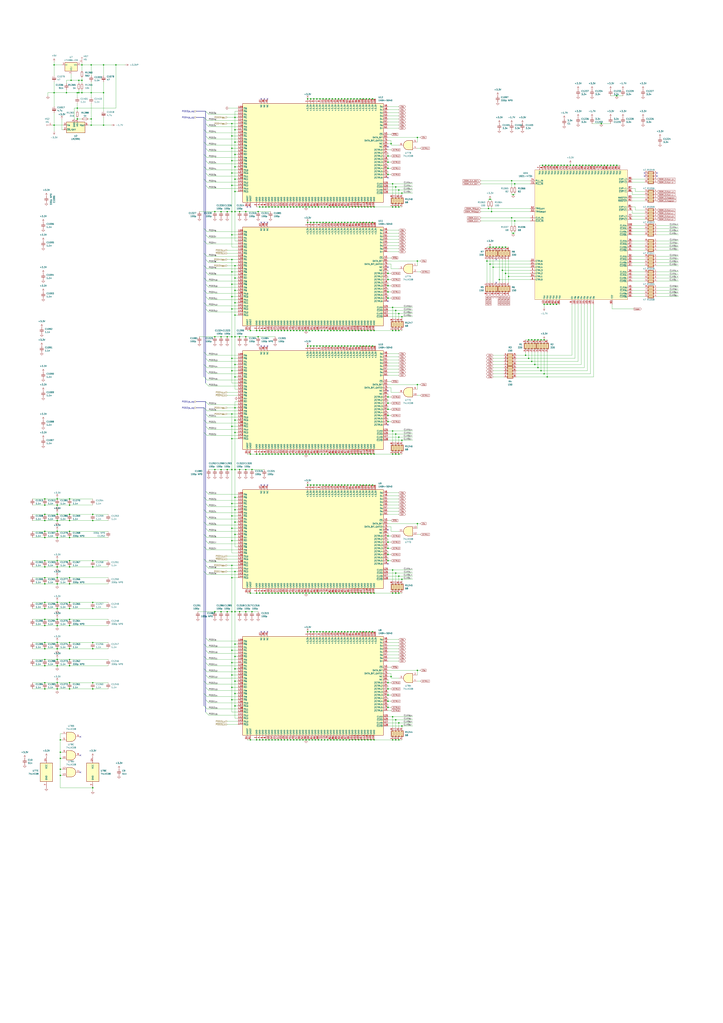
<source format=kicad_sch>
(kicad_sch (version 20231120) (generator "eeschema") (generator_version "8.0")
  (paper "A1" portrait)
  (junction (at 213.36 608.33))
  (junction (at 342.9 551.18))
  (junction (at 57.15 500.38))
  (junction (at 36.83 514.35))
  (junction (at 76.2 500.38))
  (junction (at 254 487.68))
  (junction (at 300.99 182.88))
  (junction (at 226.06 608.33))
  (junction (at 476.25 135.89))
  (junction (at 501.65 135.89))
  (junction (at 36.83 566.42))
  (junction (at 205.74 373.38))
  (junction (at 298.45 519.43))
  (junction (at 439.42 279.4))
  (junction (at 57.15 547.37))
  (junction (at 289.56 373.38))
  (junction (at 441.96 302.26))
  (junction (at 243.84 373.38))
  (junction (at 85.09 102.87))
  (junction (at 231.14 170.18))
  (junction (at 330.2 596.9))
  (junction (at 294.64 608.33))
  (junction (at 265.43 81.28))
  (junction (at 318.77 143.51))
  (junction (at 322.58 487.68))
  (junction (at 57.15 410.21))
  (junction (at 181.61 502.92))
  (junction (at 36.83 466.09))
  (junction (at 36.83 533.4))
  (junction (at 294.64 487.68))
  (junction (at 190.5 464.82))
  (junction (at 274.32 170.18))
  (junction (at 307.34 170.18))
  (junction (at 447.04 307.34))
  (junction (at 281.94 608.33))
  (junction (at 207.01 386.08))
  (junction (at 287.02 487.68))
  (junction (at 265.43 519.43))
  (junction (at 58.42 66.04))
  (junction (at 267.97 182.88))
  (junction (at 252.73 398.78))
  (junction (at 231.14 608.33))
  (junction (at 193.04 345.44))
  (junction (at 322.58 468.63))
  (junction (at 330.2 158.75))
  (junction (at 260.35 284.48))
  (junction (at 246.38 373.38))
  (junction (at 321.31 118.11))
  (junction (at 280.67 398.78))
  (junction (at 190.5 243.84))
  (junction (at 49.53 608.33))
  (junction (at 46.99 561.34))
  (junction (at 190.5 213.36))
  (junction (at 57.15 542.29))
  (junction (at 481.33 135.89))
  (junction (at 274.32 608.33))
  (junction (at 295.91 81.28))
  (junction (at 285.75 519.43))
  (junction (at 238.76 271.78))
  (junction (at 190.5 193.04))
  (junction (at 218.44 487.68))
  (junction (at 284.48 608.33))
  (junction (at 260.35 398.78))
  (junction (at 257.81 398.78))
  (junction (at 63.5 76.2))
  (junction (at 85.09 53.34))
  (junction (at 49.53 637.54))
  (junction (at 238.76 487.68))
  (junction (at 403.86 173.99))
  (junction (at 494.03 101.6))
  (junction (at 190.5 152.4))
  (junction (at 259.08 373.38))
  (junction (at 54.61 76.2))
  (junction (at 186.69 386.08))
  (junction (at 201.93 386.08))
  (junction (at 238.76 170.18))
  (junction (at 280.67 81.28))
  (junction (at 279.4 271.78))
  (junction (at 201.93 276.86))
  (junction (at 220.98 487.68))
  (junction (at 215.9 170.18))
  (junction (at 325.12 356.87))
  (junction (at 181.61 276.86))
  (junction (at 190.5 534.67))
  (junction (at 46.99 566.42))
  (junction (at 275.59 398.78))
  (junction (at 288.29 182.88))
  (junction (at 283.21 81.28))
  (junction (at 205.74 608.33))
  (junction (at 256.54 608.33))
  (junction (at 274.32 271.78))
  (junction (at 193.04 116.84))
  (junction (at 226.06 487.68))
  (junction (at 67.31 76.2))
  (junction (at 262.89 182.88))
  (junction (at 318.77 445.77))
  (junction (at 288.29 284.48))
  (junction (at 422.91 151.13))
  (junction (at 215.9 487.68))
  (junction (at 318.77 133.35))
  (junction (at 302.26 487.68))
  (junction (at 256.54 373.38))
  (junction (at 201.93 173.99))
  (junction (at 304.8 373.38))
  (junction (at 190.5 565.15))
  (junction (at 266.7 373.38))
  (junction (at 417.83 227.33))
  (junction (at 193.04 218.44))
  (junction (at 287.02 608.33))
  (junction (at 327.66 487.68))
  (junction (at 283.21 519.43))
  (junction (at 36.83 547.37))
  (junction (at 318.77 450.85))
  (junction (at 325.12 487.68))
  (junction (at 273.05 81.28))
  (junction (at 193.04 137.16))
  (junction (at 266.7 608.33))
  (junction (at 278.13 284.48))
  (junction (at 330.2 361.95))
  (junction (at 271.78 271.78))
  (junction (at 270.51 519.43))
  (junction (at 46.99 533.4))
  (junction (at 297.18 170.18))
  (junction (at 266.7 487.68))
  (junction (at 213.36 487.68))
  (junction (at 288.29 81.28))
  (junction (at 57.15 514.35))
  (junction (at 264.16 170.18))
  (junction (at 57.15 422.91))
  (junction (at 436.88 297.18))
  (junction (at 241.3 608.33))
  (junction (at 218.44 608.33))
  (junction (at 287.02 271.78))
  (junction (at 288.29 519.43))
  (junction (at 318.77 240.03))
  (junction (at 44.45 53.34))
  (junction (at 196.85 276.86))
  (junction (at 318.77 341.63))
  (junction (at 256.54 487.68))
  (junction (at 193.04 549.91))
  (junction (at 434.34 279.4))
  (junction (at 304.8 170.18))
  (junction (at 295.91 284.48))
  (junction (at 76.2 422.91))
  (junction (at 210.82 373.38))
  (junction (at 307.34 608.33))
  (junction (at 190.5 502.92))
  (junction (at 46.99 436.88))
  (junction (at 260.35 81.28))
  (junction (at 190.5 414.02))
  (junction (at 193.04 570.23))
  (junction (at 322.58 608.33))
  (junction (at 288.29 398.78))
  (junction (at 306.07 519.43))
  (junction (at 325.12 153.67))
  (junction (at 306.07 81.28))
  (junction (at 289.56 487.68))
  (junction (at 49.53 632.46))
  (junction (at 176.53 276.86))
  (junction (at 44.45 76.2))
  (junction (at 36.83 561.34))
  (junction (at 463.55 135.89))
  (junction (at 76.2 533.4))
  (junction (at 254 608.33))
  (junction (at 322.58 151.13))
  (junction (at 231.14 271.78))
  (junction (at 304.8 608.33))
  (junction (at 257.81 284.48))
  (junction (at 307.34 487.68))
  (junction (at 431.8 292.1))
  (junction (at 76.2 495.3))
  (junction (at 412.75 203.2))
  (junction (at 46.99 480.06))
  (junction (at 269.24 373.38))
  (junction (at 261.62 170.18))
  (junction (at 290.83 519.43))
  (junction (at 36.83 495.3))
  (junction (at 46.99 427.99))
  (junction (at 280.67 284.48))
  (junction (at 298.45 398.78))
  (junction (at 273.05 182.88))
  (junction (at 434.34 294.64))
  (junction (at 36.83 542.29))
  (junction (at 318.77 326.39))
  (junction (at 257.81 81.28))
  (junction (at 226.06 271.78))
  (junction (at 233.68 271.78))
  (junction (at 276.86 373.38))
  (junction (at 223.52 170.18))
  (junction (at 181.61 386.08))
  (junction (at 318.77 581.66))
  (junction (at 190.5 340.36))
  (junction (at 471.17 135.89))
  (junction (at 325.12 170.18))
  (junction (at 228.6 170.18))
  (junction (at 252.73 182.88))
  (junction (at 299.72 487.68))
  (junction (at 49.53 623.57))
  (junction (at 248.92 373.38))
  (junction (at 321.31 556.26))
  (junction (at 193.04 248.92))
  (junction (at 298.45 81.28))
  (junction (at 218.44 373.38))
  (junction (at 290.83 182.88))
  (junction (at 57.15 427.99))
  (junction (at 342.9 316.23))
  (junction (at 410.21 203.2))
  (junction (at 57.15 461.01))
  (junction (at 254 170.18))
  (junction (at 213.36 271.78))
  (junction (at 57.15 466.09))
  (junction (at 193.04 386.08))
  (junction (at 274.32 487.68))
  (junction (at 193.04 335.28))
  (junction (at 252.73 284.48))
  (junction (at 421.64 160.02))
  (junction (at 271.78 373.38))
  (junction (at 228.6 487.68))
  (junction (at 233.68 170.18))
  (junction (at 36.83 422.91))
  (junction (at 266.7 170.18))
  (junction (at 318.77 138.43))
  (junction (at 494.03 135.89))
  (junction (at 269.24 608.33))
  (junction (at 193.04 173.99))
  (junction (at 299.72 271.78))
  (junction (at 444.5 279.4))
  (junction (at 76.2 561.34))
  (junction (at 290.83 284.48))
  (junction (at 226.06 373.38))
  (junction (at 292.1 271.78))
  (junction (at 36.83 415.29))
  (junction (at 57.15 474.98))
  (junction (at 342.9 113.03))
  (junction (at 281.94 271.78))
  (junction (at 193.04 408.94))
  (junction (at 223.52 271.78))
  (junction (at 63.5 88.9))
  (junction (at 281.94 170.18))
  (junction (at 46.99 542.29))
  (junction (at 325.12 255.27))
  (junction (at 275.59 182.88))
  (junction (at 241.3 170.18))
  (junction (at 190.5 132.08))
  (junction (at 215.9 373.38))
  (junction (at 76.2 647.7))
  (junction (at 76.2 427.99))
  (junction (at 303.53 519.43))
  (junction (at 220.98 373.38))
  (junction (at 269.24 271.78))
  (junction (at 300.99 284.48))
  (junction (at 46.99 547.37))
  (junction (at 193.04 127))
  (junction (at 486.41 135.89))
  (junction (at 295.91 182.88))
  (junction (at 322.58 271.78))
  (junction (at 325.12 471.17))
  (junction (at 447.04 250.19))
  (junction (at 46.99 474.98))
  (junction (at 306.07 398.78))
  (junction (at 36.83 474.98))
  (junction (at 207.01 502.92))
  (junction (at 478.79 135.89))
  (junction (at 422.91 181.61))
  (junction (at 193.04 439.42))
  (junction (at 228.6 373.38))
  (junction (at 303.53 398.78))
  (junction (at 322.58 252.73))
  (junction (at 228.6 608.33))
  (junction (at 318.77 224.79))
  (junction (at 453.39 135.89))
  (junction (at 322.58 589.28))
  (junction (at 295.91 398.78))
  (junction (at 270.51 81.28))
  (junction (at 251.46 487.68))
  (junction (at 300.99 519.43))
  (junction (at 445.77 135.89))
  (junction (at 401.32 171.45))
  (junction (at 283.21 398.78))
  (junction (at 251.46 271.78))
  (junction (at 300.99 398.78))
  (junction (at 273.05 398.78))
  (junction (at 441.96 279.4))
  (junction (at 262.89 284.48))
  (junction (at 278.13 81.28))
  (junction (at 402.59 163.83))
  (junction (at 289.56 608.33))
  (junction (at 330.2 260.35))
  (junction (at 302.26 271.78))
  (junction (at 297.18 608.33))
  (junction (at 261.62 271.78))
  (junction (at 190.5 233.68))
  (junction (at 57.15 495.3))
  (junction (at 243.84 608.33))
  (junction (at 306.07 182.88))
  (junction (at 271.78 487.68))
  (junction (at 270.51 398.78))
  (junction (at 402.59 217.17))
  (junction (at 248.92 608.33))
  (junction (at 236.22 487.68))
  (junction (at 248.92 487.68))
  (junction (at 294.64 170.18))
  (junction (at 67.31 66.04))
  (junction (at 257.81 519.43))
  (junction (at 76.2 566.42))
  (junction (at 267.97 284.48))
  (junction (at 193.04 259.08))
  (junction (at 260.35 519.43))
  (junction (at 243.84 487.68))
  (junction (at 190.5 350.52))
  (junction (at 297.18 271.78))
  (junction (at 254 271.78))
  (junction (at 267.97 519.43))
  (junction (at 255.27 398.78))
  (junction (at 271.78 608.33))
  (junction (at 327.66 373.38))
  (junction (at 276.86 608.33))
  (junction (at 452.12 250.19))
  (junction (at 236.22 373.38))
  (junction (at 186.69 173.99))
  (junction (at 307.34 373.38))
  (junction (at 285.75 182.88))
  (junction (at 402.59 203.2))
  (junction (at 261.62 487.68))
  (junction (at 74.93 53.34))
  (junction (at 318.77 234.95))
  (junction (at 246.38 608.33))
  (junction (at 218.44 170.18))
  (junction (at 85.09 76.2))
  (junction (at 284.48 170.18))
  (junction (at 318.77 561.34))
  (junction (at 233.68 487.68))
  (junction (at 193.04 560.07))
  (junction (at 300.99 81.28))
  (junction (at 236.22 271.78))
  (junction (at 405.13 203.2))
  (junction (at 74.93 102.87))
  (junction (at 46.99 410.21))
  (junction (at 318.77 128.27))
  (junction (at 265.43 182.88))
  (junction (at 243.84 170.18))
  (junction (at 285.75 81.28))
  (junction (at 64.77 76.2))
  (junction (at 212.09 276.86))
  (junction (at 190.5 304.8))
  (junction (at 248.92 170.18))
  (junction (at 468.63 135.89))
  (junction (at 193.04 228.6))
  (junction (at 193.04 469.9))
  (junction (at 270.51 284.48))
  (junction (at 223.52 608.33))
  (junction (at 283.21 182.88))
  (junction (at 276.86 271.78))
  (junction (at 248.92 271.78))
  (junction (at 449.58 250.19))
  (junction (at 205.74 271.78))
  (junction (at 278.13 398.78))
  (junction (at 241.3 271.78))
  (junction (at 246.38 170.18))
  (junction (at 46.99 441.96))
  (junction (at 190.5 434.34))
  (junction (at 251.46 373.38))
  (junction (at 294.64 271.78))
  (junction (at 190.5 111.76))
  (junction (at 304.8 487.68))
  (junction (at 279.4 170.18))
  (junction (at 57.15 480.06))
  (junction (at 264.16 373.38))
  (junction (at 67.31 53.34))
  (junction (at 457.2 250.19))
  (junction (at 193.04 299.72))
  (junction (at 36.83 528.32))
  (junction (at 415.29 203.2))
  (junction (at 284.48 271.78))
  (junction (at 215.9 608.33))
  (junction (at 255.27 81.28))
  (junction (at 327.66 594.36))
  (junction (at 261.62 373.38))
  (junction (at 223.52 487.68))
  (junction (at 284.48 487.68))
  (junction (at 318.77 229.87))
  (junction (at 196.85 502.92))
  (junction (at 259.08 170.18))
  (junction (at 448.31 135.89))
  (junction (at 259.08 271.78))
  (junction (at 76.2 461.01))
  (junction (at 190.5 386.08))
  (junction (at 298.45 284.48))
  (junction (at 318.77 566.42))
  (junction (at 327.66 156.21))
  (junction (at 436.88 279.4))
  (junction (at 327.66 170.18))
  (junction (at 293.37 81.28))
  (junction (at 193.04 429.26))
  (junction (at 274.32 373.38))
  (junction (at 36.83 441.96))
  (junction (at 74.93 76.2))
  (junction (at 193.04 502.92))
  (junction (at 193.04 580.39))
  (junction (at 293.37 284.48))
  (junction (at 461.01 135.89))
  (junction (at 190.5 173.99))
  (junction (at 491.49 135.89))
  (junction (at 57.15 509.27))
  (junction (at 196.85 386.08))
  (junction (at 318.77 331.47))
  (junction (at 290.83 81.28))
  (junction (at 318.77 336.55))
  (junction (at 271.78 170.18))
  (junction (at 259.08 608.33))
  (junction (at 293.37 182.88))
  (junction (at 285.75 398.78))
  (junction (at 57.15 566.42))
  (junction (at 231.14 373.38))
  (junction (at 190.5 474.98))
  (junction (at 318.77 440.69))
  (junction (at 318.77 455.93))
  (junction (at 284.48 373.38))
  (junction (at 327.66 359.41))
  (junction (at 193.04 106.68))
  (junction (at 186.69 502.92))
  (junction (at 243.84 271.78))
  (junction (at 210.82 608.33))
  (junction (at 193.04 96.52))
  (junction (at 447.04 279.4))
  (junction (at 74.93 97.79))
  (junction (at 269.24 487.68))
  (junction (at 292.1 373.38))
  (junction (at 264.16 487.68))
  (junction (at 220.98 271.78))
  (junction (at 279.4 608.33))
  (junction (at 264.16 608.33))
  (junction (at 293.37 398.78))
  (junction (at 439.42 299.72))
  (junction (at 298.45 182.88))
  (junction (at 318.77 576.58))
  (junction (at 279.4 373.38))
  (junction (at 57.15 528.32))
  (junction (at 190.5 575.31))
  (junction (at 294.64 373.38))
  (junction (at 293.37 519.43))
  (junction (at 46.99 500.38))
  (junction (at 281.94 373.38))
  (junction (at 46.99 415.29))
  (junction (at 36.83 410.21))
  (junction (at 36.83 509.27))
  (junction (at 190.5 223.52))
  (junction (at 327.66 271.78))
  (junction (at 46.99 514.35))
  (junction (at 261.62 608.33))
  (junction (at 190.5 424.18))
  (junction (at 405.13 219.71))
  (junction (at 44.45 102.87))
  (junction (at 325.12 271.78))
  (junction (at 190.5 121.92))
  (junction (at 303.53 81.28))
  (junction (at 420.37 179.07))
  (junction (at 255.27 182.88))
  (junction (at 269.24 170.18))
  (junction (at 193.04 276.86))
  (junction (at 302.26 608.33))
  (junction (at 210.82 271.78))
  (junction (at 455.93 135.89))
  (junction (at 342.9 430.53))
  (junction (at 252.73 81.28))
  (junction (at 226.06 170.18))
  (junction (at 220.98 608.33))
  (junction (at 257.81 182.88))
  (junction (at 215.9 271.78))
  (junction (at 499.11 135.89))
  (junction (at 506.73 135.89))
  (junction (at 251.46 608.33))
  (junction (at 342.9 214.63))
  (junction (at 46.99 422.91))
  (junction (at 193.04 157.48))
  (junction (at 412.75 222.25))
  (junction (at 280.67 519.43))
  (junction (at 46.99 528.32))
  (junction (at 473.71 135.89))
  (junction (at 236.22 170.18))
  (junction (at 466.09 135.89))
  (junction (at 303.53 284.48))
  (junction (at 283.21 284.48))
  (junction (at 190.5 360.68))
  (junction (at 327.66 257.81))
  (junction (at 228.6 271.78))
  (junction (at 415.29 224.79))
  (junction (at 289.56 271.78))
  (junction (at 190.5 544.83))
  (junction (at 264.16 271.78))
  (junction (at 220.98 170.18))
  (junction (at 454.66 250.19))
  (junction (at 297.18 373.38))
  (junction (at 458.47 135.89))
  (junction (at 303.53 182.88))
  (junction (at 238.76 373.38))
  (junction (at 325.12 373.38))
  (junction (at 241.3 373.38))
  (junction (at 213.36 170.18))
  (junction (at 190.5 142.24))
  (junction (at 287.02 373.38))
  (junction (at 322.58 354.33))
  (junction (at 231.14 487.68))
  (junction (at 267.97 398.78))
  (junction (at 186.69 276.86))
  (junction (at 302.26 373.38))
  (junction (at 193.04 539.75))
  (junction (at 488.95 135.89))
  (junction (at 260.35 182.88))
  (junction (at 289.56 170.18))
  (junction (at 444.5 304.8))
  (junction (at 255.27 284.48))
  (junction (at 190.5 444.5))
  (junction (at 270.51 182.88))
  (junction (at 36.83 427.99))
  (junction (at 302.26 170.18))
  (junction (at 210.82 487.68))
  (junction (at 251.46 170.18))
  (junction (at 238.76 608.33))
  (junction (at 276.86 487.68))
  (junction (at 285.75 284.48))
  (junction (at 506.73 78.74))
  (junction (at 236.22 608.33))
  (junction (at 275.59 81.28))
  (junction (at 275.59 284.48))
  (junction (at 76.2 528.32))
  (junction (at 36.83 500.38))
  (junction (at 265.43 398.78))
  (junction (at 246.38 487.68))
  (junction (at 223.52 373.38))
  (junction (at 46.99 466.09))
  (junction (at 63.5 97.79))
  (junction (at 193.04 309.88))
  (junction (at 57.15 436.88))
  (junction (at 273.05 284.48))
  (junction (at 193.04 419.1))
  (junction (at 246.38 271.78))
  (junction (at 504.19 135.89))
  (junction (at 318.77 461.01))
  (junction (at 259.08 487.68))
  (junction (at 306.07 284.48))
  (junction (at 252.73 519.43))
  (junction (at 64.77 66.04))
  (junction (at 304.8 271.78))
  (junction (at 36.83 436.88))
  (junction (at 256.54 271.78))
  (junction (at 190.5 294.64))
  (junction (at 190.5 276.86))
  (junction (at 273.05 519.43))
  (junction (at 196.85 173.99))
  (junction (at 241.3 487.68))
  (junction (at 325.12 608.33))
  (junction (at 450.85 135.89))
  (junction (at 190.5 254))
  (junction (at 483.87 135.89))
  (junction (at 275.59 519.43))
  (junction (at 267.97 81.28))
  (junction (at 279.4 487.68))
  (junction (at 410.21 229.87))
  (junction (at 327.66 608.33))
  (junction (at 299.72 608.33))
  (junction (at 292.1 608.33))
  (junction (at 280.67 182.88))
  (junction (at 278.13 519.43))
  (junction (at 193.04 238.76))
  (junction (at 193.04 355.6))
  (junction (at 420.37 148.59))
  (junction (at 181.61 173.99))
  (junction (at 254 373.38))
  (junction (at 190.5 554.99))
  (junction (at 193.04 147.32))
  (junction (at 176.53 502.92))
  (junction (at 255.27 519.43))
  (junction (at 330.2 476.25))
  (junction (at 57.15 441.96))
  (junction (at 295.91 519.43))
  (junction (at 325.12 591.82))
  (junction (at 46.99 495.3))
  (junction (at 290.83 398.78))
  (junction (at 176.53 386.08))
  (junction (at 36.83 461.01))
  (junction (at 205.74 487.68))
  (junction (at 265.43 284.48))
  (junction (at 496.57 135.89))
  (junction (at 278.13 182.88))
  (junction (at 318.77 571.5))
  (junction (at 287.02 170.18))
  (junction (at 46.99 461.01))
  (junction (at 307.34 271.78))
  (junction (at 256.54 170.18))
  (junction (at 201.93 502.92))
  (junction (at 322.58 170.18))
  (junction (at 193.04 529.59))
  (junction (at 212.09 173.99))
  (junction (at 299.72 170.18))
  (junction (at 281.94 487.68))
  (junction (at 400.05 214.63))
  (junction (at 407.67 203.2))
  (junction (at 318.77 245.11))
  (junction (at 327.66 473.71))
  (junction (at 46.99 509.27))
  (junction (at 322.58 373.38))
  (junction (at 76.2 466.09))
  (junction (at 49.53 618.49))
  (junction (at 190.5 101.6))
  (junction (at 57.15 561.34))
  (junction (at 276.86 170.18))
  (junction (at 292.1 487.68))
  (junction (at 262.89 519.43))
  (junction (at 57.15 533.4))
  (junction (at 421.64 191.77))
  (junction (at 176.53 173.99))
  (junction (at 57.15 415.29))
  (junction (at 233.68 373.38))
  (junction (at 262.89 398.78))
  (junction (at 292.1 170.18))
  (junction (at 318.77 346.71))
  (junction (at 218.44 271.78))
  (junction (at 36.83 480.06))
  (junction (at 449.58 309.88))
  (junction (at 299.72 373.38))
  (junction (at 95.25 53.34))
  (junction (at 266.7 271.78))
  (junction (at 262.89 81.28))
  (junction (at 233.68 608.33))
  (junction (at 213.36 373.38))
  (junction (at 297.18 487.68))
  (no_connect (at 66.04 635))
  (no_connect (at 205.74 170.18))
  (no_connect (at 219.71 398.78))
  (no_connect (at 214.63 182.88))
  (no_connect (at 407.67 213.36))
  (no_connect (at 529.59 144.78))
  (no_connect (at 219.71 81.28))
  (no_connect (at 407.67 232.41))
  (no_connect (at 318.77 321.31))
  (no_connect (at 318.77 120.65))
  (no_connect (at 214.63 284.48))
  (no_connect (at 219.71 284.48))
  (no_connect (at 318.77 435.61))
  (no_connect (at 217.17 519.43))
  (no_connect (at 318.77 463.55))
  (no_connect (at 529.59 142.24))
  (no_connect (at 318.77 219.71))
  (no_connect (at 318.77 247.65))
  (no_connect (at 66.04 605.79))
  (no_connect (at 203.2 170.18))
  (no_connect (at 66.04 621.03))
  (no_connect (at 219.71 182.88))
  (no_connect (at 219.71 519.43))
  (no_connect (at 318.77 349.25))
  (no_connect (at 217.17 398.78))
  (no_connect (at 214.63 519.43))
  (no_connect (at 539.75 144.78))
  (no_connect (at 217.17 81.28))
  (no_connect (at 318.77 146.05))
  (no_connect (at 217.17 284.48))
  (no_connect (at 214.63 398.78))
  (no_connect (at 214.63 81.28))
  (no_connect (at 217.17 182.88))
  (no_connect (at 539.75 142.24))
  (bus_entry (at 168.91 330.2) (size 2.54 2.54))
  (bus_entry (at 167.64 539.75) (size 2.54 2.54))
  (bus_entry (at 168.91 403.86) (size 2.54 2.54))
  (bus_entry (at 168.91 585.47) (size 2.54 2.54))
  (bus_entry (at 167.64 439.42) (size 2.54 2.54))
  (bus_entry (at 167.64 309.88) (size 2.54 2.54))
  (bus_entry (at 168.91 565.15) (size 2.54 2.54))
  (bus_entry (at 167.64 238.76) (size 2.54 2.54))
  (bus_entry (at 167.64 248.92) (size 2.54 2.54))
  (bus_entry (at 168.91 213.36) (size 2.54 2.54))
  (bus_entry (at 168.91 91.44) (size 2.54 2.54))
  (bus_entry (at 168.91 414.02) (size 2.54 2.54))
  (bus_entry (at 168.91 111.76) (size 2.54 2.54))
  (bus_entry (at 168.91 152.4) (size 2.54 2.54))
  (bus_entry (at 168.91 101.6) (size 2.54 2.54))
  (bus_entry (at 167.64 570.23) (size 2.54 2.54))
  (bus_entry (at 167.64 345.44) (size 2.54 2.54))
  (bus_entry (at 168.91 223.52) (size 2.54 2.54))
  (bus_entry (at 168.91 444.5) (size 2.54 2.54))
  (bus_entry (at 168.91 304.8) (size 2.54 2.54))
  (bus_entry (at 167.64 228.6) (size 2.54 2.54))
  (bus_entry (at 167.64 469.9) (size 2.54 2.54))
  (bus_entry (at 168.91 434.34) (size 2.54 2.54))
  (bus_entry (at 168.91 554.99) (size 2.54 2.54))
  (bus_entry (at 168.91 132.08) (size 2.54 2.54))
  (bus_entry (at 167.64 580.39) (size 2.54 2.54))
  (bus_entry (at 167.64 449.58) (size 2.54 2.54))
  (bus_entry (at 168.91 350.52) (size 2.54 2.54))
  (bus_entry (at 167.64 137.16) (size 2.54 2.54))
  (bus_entry (at 168.91 121.92) (size 2.54 2.54))
  (bus_entry (at 168.91 340.36) (size 2.54 2.54))
  (bus_entry (at 168.91 534.67) (size 2.54 2.54))
  (bus_entry (at 167.64 429.26) (size 2.54 2.54))
  (bus_entry (at 168.91 142.24) (size 2.54 2.54))
  (bus_entry (at 168.91 243.84) (size 2.54 2.54))
  (bus_entry (at 167.64 459.74) (size 2.54 2.54))
  (bus_entry (at 168.91 575.31) (size 2.54 2.54))
  (bus_entry (at 168.91 544.83) (size 2.54 2.54))
  (bus_entry (at 167.64 419.1) (size 2.54 2.54))
  (bus_entry (at 167.64 299.72) (size 2.54 2.54))
  (bus_entry (at 168.91 233.68) (size 2.54 2.54))
  (bus_entry (at 167.64 106.68) (size 2.54 2.54))
  (bus_entry (at 167.64 408.94) (size 2.54 2.54))
  (bus_entry (at 170.18 337.82) (size -2.54 -2.54))
  (bus_entry (at 167.64 208.28) (size 2.54 2.54))
  (bus_entry (at 167.64 549.91) (size 2.54 2.54))
  (bus_entry (at 168.91 424.18) (size 2.54 2.54))
  (bus_entry (at 167.64 198.12) (size 2.54 2.54))
  (bus_entry (at 168.91 464.82) (size 2.54 2.54))
  (bus_entry (at 167.64 187.96) (size 2.54 2.54))
  (bus_entry (at 168.91 193.04) (size 2.54 2.54))
  (bus_entry (at 168.91 254) (size 2.54 2.54))
  (bus_entry (at 167.64 218.44) (size 2.54 2.54))
  (bus_entry (at 168.91 524.51) (size 2.54 2.54))
  (bus_entry (at 167.64 116.84) (size 2.54 2.54))
  (bus_entry (at 168.91 314.96) (size 2.54 2.54))
  (bus_entry (at 168.91 294.64) (size 2.54 2.54))
  (bus_entry (at 167.64 529.59) (size 2.54 2.54))
  (bus_entry (at 167.64 560.07) (size 2.54 2.54))
  (bus_entry (at 167.64 147.32) (size 2.54 2.54))
  (bus_entry (at 167.64 127) (size 2.54 2.54))
  (bus_entry (at 167.64 289.56) (size 2.54 2.54))
  (bus_entry (at 167.64 355.6) (size 2.54 2.54))
  (bus_entry (at 167.64 96.52) (size 2.54 2.54))
  (wire (pts (xy 262.89 398.78) (xy 265.43 398.78)))
  (wire (pts (xy 57.15 561.34) (xy 76.2 561.34)))
  (wire (pts (xy 193.04 116.84) (xy 193.04 127)))
  (bus (pts (xy 161.29 91.44) (xy 168.91 91.44)))
  (wire (pts (xy 278.13 182.88) (xy 280.67 182.88)))
  (wire (pts (xy 67.31 66.04) (xy 64.77 66.04)))
  (wire (pts (xy 327.66 557.53) (xy 321.31 557.53)))
  (wire (pts (xy 46.99 566.42) (xy 46.99 567.69)))
  (wire (pts (xy 49.53 618.49) (xy 49.53 608.33)))
  (wire (pts (xy 321.31 220.98) (xy 321.31 217.17)))
  (wire (pts (xy 424.18 299.72) (xy 439.42 299.72)))
  (wire (pts (xy 193.04 248.92) (xy 195.58 248.92)))
  (wire (pts (xy 228.6 487.68) (xy 231.14 487.68)))
  (wire (pts (xy 46.99 547.37) (xy 57.15 547.37)))
  (wire (pts (xy 170.18 190.5) (xy 195.58 190.5)))
  (wire (pts (xy 218.44 373.38) (xy 220.98 373.38)))
  (wire (pts (xy 266.7 608.33) (xy 269.24 608.33)))
  (wire (pts (xy 318.77 344.17) (xy 318.77 346.71)))
  (wire (pts (xy 463.55 135.89) (xy 466.09 135.89)))
  (wire (pts (xy 201.93 276.86) (xy 212.09 276.86)))
  (wire (pts (xy 529.59 175.26) (xy 519.43 175.26)))
  (wire (pts (xy 345.44 560.07) (xy 342.9 560.07)))
  (wire (pts (xy 424.18 307.34) (xy 447.04 307.34)))
  (wire (pts (xy 318.77 450.85) (xy 321.31 450.85)))
  (wire (pts (xy 193.04 173.99) (xy 193.04 198.12)))
  (wire (pts (xy 193.04 335.28) (xy 193.04 345.44)))
  (wire (pts (xy 170.18 411.48) (xy 195.58 411.48)))
  (wire (pts (xy 327.66 300.99) (xy 318.77 300.99)))
  (wire (pts (xy 193.04 549.91) (xy 195.58 549.91)))
  (wire (pts (xy 469.9 250.19) (xy 469.9 292.1)))
  (wire (pts (xy 494.03 135.89) (xy 496.57 135.89)))
  (wire (pts (xy 289.56 373.38) (xy 292.1 373.38)))
  (wire (pts (xy 193.04 345.44) (xy 195.58 345.44)))
  (wire (pts (xy 46.99 410.21) (xy 57.15 410.21)))
  (wire (pts (xy 400.05 214.63) (xy 400.05 232.41)))
  (wire (pts (xy 54.61 76.2) (xy 63.5 76.2)))
  (wire (pts (xy 254 373.38) (xy 256.54 373.38)))
  (wire (pts (xy 306.07 182.88) (xy 308.61 182.88)))
  (wire (pts (xy 212.09 173.99) (xy 222.25 173.99)))
  (wire (pts (xy 539.75 238.76) (xy 557.53 238.76)))
  (wire (pts (xy 72.39 97.79) (xy 74.93 97.79)))
  (wire (pts (xy 453.39 135.89) (xy 455.93 135.89)))
  (wire (pts (xy 57.15 466.09) (xy 76.2 466.09)))
  (wire (pts (xy 295.91 81.28) (xy 298.45 81.28)))
  (wire (pts (xy 280.67 284.48) (xy 283.21 284.48)))
  (wire (pts (xy 327.66 412.75) (xy 318.77 412.75)))
  (wire (pts (xy 327.66 92.71) (xy 318.77 92.71)))
  (wire (pts (xy 327.66 196.85) (xy 318.77 196.85)))
  (wire (pts (xy 241.3 373.38) (xy 243.84 373.38)))
  (wire (pts (xy 318.77 260.35) (xy 330.2 260.35)))
  (wire (pts (xy 318.77 130.81) (xy 318.77 133.35)))
  (wire (pts (xy 193.04 276.86) (xy 193.04 299.72)))
  (wire (pts (xy 44.45 53.34) (xy 50.8 53.34)))
  (wire (pts (xy 405.13 304.8) (xy 414.02 304.8)))
  (wire (pts (xy 444.5 279.4) (xy 447.04 279.4)))
  (wire (pts (xy 60.96 88.9) (xy 60.96 97.79)))
  (wire (pts (xy 327.66 608.33) (xy 325.12 608.33)))
  (wire (pts (xy 171.45 215.9) (xy 195.58 215.9)))
  (wire (pts (xy 257.81 519.43) (xy 260.35 519.43)))
  (wire (pts (xy 468.63 135.89) (xy 471.17 135.89)))
  (wire (pts (xy 274.32 373.38) (xy 276.86 373.38)))
  (wire (pts (xy 345.44 439.42) (xy 342.9 439.42)))
  (wire (pts (xy 170.18 220.98) (xy 195.58 220.98)))
  (wire (pts (xy 318.77 453.39) (xy 318.77 455.93)))
  (wire (pts (xy 269.24 170.18) (xy 271.78 170.18)))
  (wire (pts (xy 327.66 541.02) (xy 318.77 541.02)))
  (wire (pts (xy 278.13 284.48) (xy 280.67 284.48)))
  (wire (pts (xy 171.45 154.94) (xy 195.58 154.94)))
  (wire (pts (xy 46.99 466.09) (xy 57.15 466.09)))
  (wire (pts (xy 318.77 468.63) (xy 322.58 468.63)))
  (wire (pts (xy 44.45 76.2) (xy 44.45 87.63)))
  (wire (pts (xy 420.37 190.5) (xy 420.37 191.77)))
  (wire (pts (xy 306.07 398.78) (xy 308.61 398.78)))
  (wire (pts (xy 193.04 91.44) (xy 195.58 91.44)))
  (wire (pts (xy 461.01 135.89) (xy 463.55 135.89)))
  (wire (pts (xy 36.83 441.96) (xy 46.99 441.96)))
  (wire (pts (xy 289.56 487.68) (xy 292.1 487.68)))
  (wire (pts (xy 170.18 210.82) (xy 195.58 210.82)))
  (wire (pts (xy 318.77 323.85) (xy 318.77 326.39)))
  (wire (pts (xy 190.5 360.68) (xy 195.58 360.68)))
  (wire (pts (xy 215.9 271.78) (xy 218.44 271.78)))
  (wire (pts (xy 318.77 558.8) (xy 318.77 561.34)))
  (wire (pts (xy 401.32 165.1) (xy 401.32 163.83)))
  (wire (pts (xy 402.59 163.83) (xy 403.86 163.83)))
  (wire (pts (xy 289.56 271.78) (xy 292.1 271.78)))
  (wire (pts (xy 190.5 544.83) (xy 190.5 554.99)))
  (wire (pts (xy 539.75 223.52) (xy 557.53 223.52)))
  (wire (pts (xy 501.65 78.74) (xy 506.73 78.74)))
  (wire (pts (xy 276.86 487.68) (xy 279.4 487.68)))
  (wire (pts (xy 322.58 271.78) (xy 325.12 271.78)))
  (wire (pts (xy 325.12 591.82) (xy 325.12 598.17)))
  (wire (pts (xy 325.12 471.17) (xy 339.09 471.17)))
  (wire (pts (xy 327.66 405.13) (xy 318.77 405.13)))
  (wire (pts (xy 318.77 245.11) (xy 321.31 245.11)))
  (wire (pts (xy 325.12 356.87) (xy 339.09 356.87)))
  (wire (pts (xy 238.76 608.33) (xy 241.3 608.33)))
  (wire (pts (xy 412.75 222.25) (xy 435.61 222.25)))
  (wire (pts (xy 405.13 302.26) (xy 414.02 302.26)))
  (wire (pts (xy 64.77 66.04) (xy 58.42 66.04)))
  (wire (pts (xy 210.82 271.78) (xy 213.36 271.78)))
  (wire (pts (xy 307.34 170.18) (xy 322.58 170.18)))
  (wire (pts (xy 529.59 149.86) (xy 519.43 149.86)))
  (wire (pts (xy 303.53 182.88) (xy 306.07 182.88)))
  (wire (pts (xy 402.59 163.83) (xy 401.32 163.83)))
  (wire (pts (xy 327.66 417.83) (xy 318.77 417.83)))
  (wire (pts (xy 44.45 76.2) (xy 54.61 76.2)))
  (wire (pts (xy 76.2 561.34) (xy 88.9 561.34)))
  (wire (pts (xy 293.37 398.78) (xy 295.91 398.78)))
  (wire (pts (xy 325.12 153.67) (xy 339.09 153.67)))
  (wire (pts (xy 254 271.78) (xy 256.54 271.78)))
  (wire (pts (xy 213.36 487.68) (xy 215.9 487.68)))
  (wire (pts (xy 345.44 430.53) (xy 342.9 430.53)))
  (wire (pts (xy 57.15 415.29) (xy 76.2 415.29)))
  (wire (pts (xy 176.53 276.86) (xy 181.61 276.86)))
  (wire (pts (xy 170.18 292.1) (xy 195.58 292.1)))
  (wire (pts (xy 478.79 135.89) (xy 481.33 135.89)))
  (wire (pts (xy 276.86 170.18) (xy 279.4 170.18)))
  (wire (pts (xy 36.83 547.37) (xy 46.99 547.37)))
  (wire (pts (xy 76.2 427.99) (xy 88.9 427.99)))
  (wire (pts (xy 292.1 170.18) (xy 294.64 170.18)))
  (wire (pts (xy 321.31 553.72) (xy 318.77 553.72)))
  (wire (pts (xy 284.48 487.68) (xy 287.02 487.68)))
  (wire (pts (xy 36.83 427.99) (xy 46.99 427.99)))
  (wire (pts (xy 330.2 476.25) (xy 339.09 476.25)))
  (wire (pts (xy 190.5 121.92) (xy 190.5 132.08)))
  (wire (pts (xy 318.77 566.42) (xy 321.31 566.42)))
  (wire (pts (xy 318.77 596.9) (xy 330.2 596.9)))
  (wire (pts (xy 452.12 250.19) (xy 454.66 250.19)))
  (wire (pts (xy 285.75 81.28) (xy 288.29 81.28)))
  (wire (pts (xy 36.83 561.34) (xy 46.99 561.34)))
  (wire (pts (xy 420.37 160.02) (xy 421.64 160.02)))
  (wire (pts (xy 342.9 214.63) (xy 342.9 218.44)))
  (wire (pts (xy 257.81 284.48) (xy 260.35 284.48)))
  (wire (pts (xy 403.86 173.99) (xy 435.61 173.99)))
  (wire (pts (xy 67.31 73.66) (xy 67.31 76.2)))
  (wire (pts (xy 327.66 373.38) (xy 330.2 373.38)))
  (wire (pts (xy 170.18 431.8) (xy 195.58 431.8)))
  (wire (pts (xy 46.99 509.27) (xy 57.15 509.27)))
  (wire (pts (xy 318.77 222.25) (xy 318.77 224.79)))
  (wire (pts (xy 67.31 63.5) (xy 67.31 66.04)))
  (wire (pts (xy 76.2 466.09) (xy 88.9 466.09)))
  (wire (pts (xy 190.5 340.36) (xy 195.58 340.36)))
  (wire (pts (xy 327.66 105.41) (xy 318.77 105.41)))
  (wire (pts (xy 193.04 147.32) (xy 193.04 157.48)))
  (wire (pts (xy 539.75 215.9) (xy 557.53 215.9)))
  (wire (pts (xy 266.7 271.78) (xy 269.24 271.78)))
  (wire (pts (xy 85.09 96.52) (xy 85.09 102.87)))
  (wire (pts (xy 455.93 135.89) (xy 458.47 135.89)))
  (wire (pts (xy 256.54 170.18) (xy 259.08 170.18)))
  (wire (pts (xy 171.45 557.53) (xy 195.58 557.53)))
  (wire (pts (xy 215.9 608.33) (xy 218.44 608.33)))
  (wire (pts (xy 298.45 284.48) (xy 300.99 284.48)))
  (wire (pts (xy 421.64 160.02) (xy 422.91 160.02)))
  (wire (pts (xy 473.71 135.89) (xy 476.25 135.89)))
  (wire (pts (xy 190.5 544.83) (xy 195.58 544.83)))
  (wire (pts (xy 298.45 519.43) (xy 300.99 519.43)))
  (wire (pts (xy 255.27 398.78) (xy 257.81 398.78)))
  (wire (pts (xy 241.3 487.68) (xy 243.84 487.68)))
  (wire (pts (xy 26.67 542.29) (xy 36.83 542.29)))
  (wire (pts (xy 270.51 284.48) (xy 273.05 284.48)))
  (wire (pts (xy 46.99 473.71) (xy 46.99 474.98)))
  (wire (pts (xy 171.45 317.5) (xy 195.58 317.5)))
  (wire (pts (xy 405.13 213.36) (xy 405.13 219.71)))
  (wire (pts (xy 63.5 97.79) (xy 67.31 97.79)))
  (wire (pts (xy 46.99 461.01) (xy 57.15 461.01)))
  (wire (pts (xy 327.66 194.31) (xy 318.77 194.31)))
  (wire (pts (xy 293.37 284.48) (xy 295.91 284.48)))
  (wire (pts (xy 190.5 243.84) (xy 195.58 243.84)))
  (wire (pts (xy 327.66 90.17) (xy 318.77 90.17)))
  (wire (pts (xy 521.97 170.18) (xy 521.97 172.72)))
  (wire (pts (xy 170.18 562.61) (xy 195.58 562.61)))
  (wire (pts (xy 327.66 204.47) (xy 318.77 204.47)))
  (bus (pts (xy 167.64 449.58) (xy 167.64 459.74)))
  (wire (pts (xy 26.67 466.09) (xy 36.83 466.09)))
  (wire (pts (xy 330.2 596.9) (xy 330.2 598.17)))
  (wire (pts (xy 26.67 480.06) (xy 36.83 480.06)))
  (wire (pts (xy 299.72 608.33) (xy 302.26 608.33)))
  (wire (pts (xy 290.83 398.78) (xy 293.37 398.78)))
  (wire (pts (xy 193.04 502.92) (xy 193.04 529.59)))
  (wire (pts (xy 327.66 359.41) (xy 327.66 363.22)))
  (bus (pts (xy 168.91 414.02) (xy 168.91 424.18)))
  (wire (pts (xy 342.9 551.18) (xy 345.44 551.18)))
  (wire (pts (xy 279.4 487.68) (xy 281.94 487.68)))
  (wire (pts (xy 170.18 452.12) (xy 195.58 452.12)))
  (wire (pts (xy 248.92 608.33) (xy 251.46 608.33)))
  (wire (pts (xy 302.26 487.68) (xy 304.8 487.68)))
  (wire (pts (xy 190.5 243.84) (xy 190.5 233.68)))
  (wire (pts (xy 251.46 170.18) (xy 254 170.18)))
  (wire (pts (xy 287.02 170.18) (xy 289.56 170.18)))
  (wire (pts (xy 276.86 608.33) (xy 279.4 608.33)))
  (wire (pts (xy 95.25 88.9) (xy 95.25 53.34)))
  (wire (pts (xy 190.5 502.92) (xy 190.5 534.67)))
  (wire (pts (xy 195.58 454.66) (xy 190.5 454.66)))
  (wire (pts (xy 46.99 527.05) (xy 46.99 528.32)))
  (wire (pts (xy 231.14 373.38) (xy 233.68 373.38)))
  (wire (pts (xy 163.83 173.99) (xy 176.53 173.99)))
  (wire (pts (xy 345.44 316.23) (xy 342.9 316.23)))
  (wire (pts (xy 266.7 487.68) (xy 269.24 487.68)))
  (wire (pts (xy 170.18 200.66) (xy 195.58 200.66)))
  (wire (pts (xy 300.99 519.43) (xy 303.53 519.43)))
  (wire (pts (xy 57.15 480.06) (xy 88.9 480.06)))
  (wire (pts (xy 327.66 407.67) (xy 318.77 407.67)))
  (wire (pts (xy 193.04 429.26) (xy 193.04 439.42)))
  (wire (pts (xy 255.27 182.88) (xy 257.81 182.88)))
  (wire (pts (xy 322.58 170.18) (xy 325.12 170.18)))
  (wire (pts (xy 415.29 203.2) (xy 417.83 203.2)))
  (wire (pts (xy 190.5 565.15) (xy 190.5 575.31)))
  (wire (pts (xy 539.75 203.2) (xy 557.53 203.2)))
  (wire (pts (xy 210.82 373.38) (xy 213.36 373.38)))
  (wire (pts (xy 420.37 148.59) (xy 420.37 153.67)))
  (wire (pts (xy 193.04 276.86) (xy 196.85 276.86)))
  (wire (pts (xy 63.5 96.52) (xy 63.5 97.79)))
  (wire (pts (xy 471.17 135.89) (xy 473.71 135.89)))
  (wire (pts (xy 322.58 477.52) (xy 322.58 468.63)))
  (wire (pts (xy 57.15 547.37) (xy 88.9 547.37)))
  (wire (pts (xy 405.13 307.34) (xy 414.02 307.34)))
  (wire (pts (xy 251.46 487.68) (xy 254 487.68)))
  (wire (pts (xy 519.43 223.52) (xy 529.59 223.52)))
  (wire (pts (xy 170.18 119.38) (xy 195.58 119.38)))
  (bus (pts (xy 167.64 289.56) (xy 167.64 299.72)))
  (wire (pts (xy 171.45 246.38) (xy 195.58 246.38)))
  (wire (pts (xy 269.24 271.78) (xy 271.78 271.78)))
  (wire (pts (xy 246.38 271.78) (xy 248.92 271.78)))
  (wire (pts (xy 226.06 608.33) (xy 228.6 608.33)))
  (wire (pts (xy 434.34 289.56) (xy 434.34 294.64)))
  (wire (pts (xy 49.53 637.54) (xy 49.53 632.46)))
  (wire (pts (xy 410.21 203.2) (xy 412.75 203.2)))
  (wire (pts (xy 57.15 474.98) (xy 88.9 474.98)))
  (wire (pts (xy 443.23 135.89) (xy 445.77 135.89)))
  (wire (pts (xy 424.18 302.26) (xy 441.96 302.26)))
  (wire (pts (xy 170.18 231.14) (xy 195.58 231.14)))
  (wire (pts (xy 293.37 81.28) (xy 295.91 81.28)))
  (wire (pts (xy 318.77 113.03) (xy 342.9 113.03)))
  (wire (pts (xy 170.18 542.29) (xy 195.58 542.29)))
  (wire (pts (xy 238.76 373.38) (xy 241.3 373.38)))
  (wire (pts (xy 327.66 119.38) (xy 321.31 119.38)))
  (wire (pts (xy 190.5 203.2) (xy 195.58 203.2)))
  (wire (pts (xy 36.83 495.3) (xy 46.99 495.3)))
  (wire (pts (xy 450.85 135.89) (xy 453.39 135.89)))
  (wire (pts (xy 539.75 193.04) (xy 557.53 193.04)))
  (wire (pts (xy 193.04 157.48) (xy 193.04 173.99)))
  (wire (pts (xy 299.72 373.38) (xy 302.26 373.38)))
  (wire (pts (xy 288.29 398.78) (xy 290.83 398.78)))
  (wire (pts (xy 394.97 179.07) (xy 420.37 179.07)))
  (wire (pts (xy 307.34 487.68) (xy 322.58 487.68)))
  (wire (pts (xy 205.74 373.38) (xy 210.82 373.38)))
  (bus (pts (xy 168.91 304.8) (xy 168.91 314.96)))
  (wire (pts (xy 300.99 284.48) (xy 303.53 284.48)))
  (wire (pts (xy 327.66 271.78) (xy 330.2 271.78)))
  (wire (pts (xy 402.59 217.17) (xy 402.59 232.41)))
  (wire (pts (xy 284.48 608.33) (xy 287.02 608.33)))
  (wire (pts (xy 74.93 97.79) (xy 74.93 102.87)))
  (wire (pts (xy 49.53 623.57) (xy 50.8 623.57)))
  (wire (pts (xy 171.45 342.9) (xy 195.58 342.9)))
  (wire (pts (xy 181.61 502.92) (xy 186.69 502.92)))
  (wire (pts (xy 50.8 637.54) (xy 49.53 637.54)))
  (wire (pts (xy 205.74 487.68) (xy 210.82 487.68)))
  (wire (pts (xy 46.99 480.06) (xy 57.15 480.06)))
  (wire (pts (xy 46.99 547.37) (xy 46.99 548.64)))
  (wire (pts (xy 327.66 322.58) (xy 321.31 322.58)))
  (wire (pts (xy 190.5 213.36) (xy 195.58 213.36)))
  (wire (pts (xy 401.32 170.18) (xy 401.32 171.45)))
  (wire (pts (xy 64.77 76.2) (xy 64.77 73.66)))
  (wire (pts (xy 76.2 528.32) (xy 88.9 528.32)))
  (wire (pts (xy 327.66 207.01) (xy 318.77 207.01)))
  (wire (pts (xy 424.18 297.18) (xy 436.88 297.18)))
  (wire (pts (xy 193.04 198.12) (xy 195.58 198.12)))
  (wire (pts (xy 190.5 304.8) (xy 190.5 294.64)))
  (wire (pts (xy 85.09 67.31) (xy 85.09 76.2)))
  (wire (pts (xy 43.18 102.87) (xy 44.45 102.87)))
  (wire (pts (xy 330.2 596.9) (xy 339.09 596.9)))
  (wire (pts (xy 203.2 608.33) (xy 205.74 608.33)))
  (wire (pts (xy 252.73 284.48) (xy 255.27 284.48)))
  (bus (pts (xy 168.91 91.44) (xy 168.91 101.6)))
  (wire (pts (xy 39.37 76.2) (xy 39.37 78.74)))
  (bus (pts (xy 167.64 549.91) (xy 167.64 560.07)))
  (wire (pts (xy 190.5 254) (xy 190.5 243.84)))
  (wire (pts (xy 539.75 218.44) (xy 557.53 218.44)))
  (bus (pts (xy 167.64 248.92) (xy 167.64 289.56)))
  (wire (pts (xy 228.6 271.78) (xy 231.14 271.78)))
  (wire (pts (xy 186.69 218.44) (xy 193.04 218.44)))
  (wire (pts (xy 394.97 181.61) (xy 422.91 181.61)))
  (wire (pts (xy 207.01 386.08) (xy 217.17 386.08)))
  (wire (pts (xy 190.5 223.52) (xy 195.58 223.52)))
  (wire (pts (xy 318.77 331.47) (xy 321.31 331.47)))
  (wire (pts (xy 318.77 214.63) (xy 342.9 214.63)))
  (bus (pts (xy 168.91 524.51) (xy 168.91 534.67)))
  (bus (pts (xy 167.64 116.84) (xy 167.64 127)))
  (wire (pts (xy 318.77 548.64) (xy 321.31 548.64)))
  (wire (pts (xy 193.04 529.59) (xy 193.04 539.75)))
  (wire (pts (xy 196.85 502.92) (xy 201.93 502.92)))
  (wire (pts (xy 67.31 76.2) (xy 74.93 76.2)))
  (wire (pts (xy 345.44 223.52) (xy 342.9 223.52)))
  (wire (pts (xy 218.44 608.33) (xy 220.98 608.33)))
  (wire (pts (xy 318.77 229.87) (xy 321.31 229.87)))
  (wire (pts (xy 190.5 360.68) (xy 190.5 350.52)))
  (wire (pts (xy 318.77 359.41) (xy 327.66 359.41)))
  (bus (pts (xy 168.91 444.5) (xy 168.91 464.82)))
  (wire (pts (xy 290.83 81.28) (xy 293.37 81.28)))
  (wire (pts (xy 307.34 271.78) (xy 322.58 271.78)))
  (wire (pts (xy 318.77 328.93) (xy 318.77 331.47)))
  (wire (pts (xy 318.77 128.27) (xy 321.31 128.27)))
  (wire (pts (xy 280.67 182.88) (xy 283.21 182.88)))
  (wire (pts (xy 193.04 157.48) (xy 195.58 157.48)))
  (wire (pts (xy 46.99 508) (xy 46.99 509.27)))
  (wire (pts (xy 519.43 218.44) (xy 529.59 218.44)))
  (wire (pts (xy 327.66 87.63) (xy 318.77 87.63)))
  (wire (pts (xy 264.16 170.18) (xy 266.7 170.18)))
  (bus (pts (xy 167.64 429.26) (xy 167.64 439.42)))
  (wire (pts (xy 190.5 474.98) (xy 190.5 502.92)))
  (wire (pts (xy 226.06 170.18) (xy 228.6 170.18)))
  (wire (pts (xy 327.66 97.79) (xy 318.77 97.79)))
  (wire (pts (xy 529.59 160.02) (xy 519.43 160.02)))
  (wire (pts (xy 170.18 421.64) (xy 195.58 421.64)))
  (wire (pts (xy 186.69 173.99) (xy 190.5 173.99)))
  (wire (pts (xy 327.66 473.71) (xy 339.09 473.71)))
  (wire (pts (xy 171.45 436.88) (xy 195.58 436.88)))
  (wire (pts (xy 504.19 135.89) (xy 506.73 135.89)))
  (wire (pts (xy 49.53 632.46) (xy 50.8 632.46)))
  (wire (pts (xy 318.77 574.04) (xy 318.77 576.58)))
  (wire (pts (xy 295.91 284.48) (xy 298.45 284.48)))
  (wire (pts (xy 293.37 519.43) (xy 295.91 519.43)))
  (wire (pts (xy 303.53 284.48) (xy 306.07 284.48)))
  (wire (pts (xy 401.32 171.45) (xy 435.61 171.45)))
  (wire (pts (xy 294.64 608.33) (xy 297.18 608.33)))
  (wire (pts (xy 265.43 519.43) (xy 267.97 519.43)))
  (wire (pts (xy 223.52 170.18) (xy 226.06 170.18)))
  (wire (pts (xy 54.61 73.66) (xy 54.61 76.2)))
  (bus (pts (xy 168.91 142.24) (xy 168.91 152.4)))
  (wire (pts (xy 417.83 227.33) (xy 417.83 232.41)))
  (wire (pts (xy 95.25 53.34) (xy 102.87 53.34)))
  (wire (pts (xy 171.45 93.98) (xy 195.58 93.98)))
  (wire (pts (xy 190.5 294.64) (xy 195.58 294.64)))
  (bus (pts (xy 167.64 218.44) (xy 167.64 228.6)))
  (wire (pts (xy 273.05 398.78) (xy 275.59 398.78)))
  (wire (pts (xy 248.92 487.68) (xy 251.46 487.68)))
  (wire (pts (xy 236.22 487.68) (xy 238.76 487.68)))
  (wire (pts (xy 171.45 386.08) (xy 176.53 386.08)))
  (wire (pts (xy 74.93 102.87) (xy 72.39 102.87)))
  (wire (pts (xy 318.77 242.57) (xy 318.77 245.11)))
  (wire (pts (xy 477.52 250.19) (xy 477.52 299.72)))
  (wire (pts (xy 325.12 608.33) (xy 322.58 608.33)))
  (wire (pts (xy 193.04 429.26) (xy 195.58 429.26)))
  (wire (pts (xy 302.26 608.33) (xy 304.8 608.33)))
  (wire (pts (xy 190.5 534.67) (xy 190.5 544.83)))
  (wire (pts (xy 400.05 203.2) (xy 402.59 203.2)))
  (wire (pts (xy 186.69 205.74) (xy 195.58 205.74)))
  (wire (pts (xy 519.43 177.8) (xy 529.59 177.8)))
  (wire (pts (xy 273.05 519.43) (xy 275.59 519.43)))
  (wire (pts (xy 482.6 250.19) (xy 482.6 304.8)))
  (wire (pts (xy 256.54 373.38) (xy 259.08 373.38)))
  (wire (pts (xy 278.13 398.78) (xy 280.67 398.78)))
  (wire (pts (xy 190.5 121.92) (xy 195.58 121.92)))
  (wire (pts (xy 441.96 289.56) (xy 441.96 302.26)))
  (wire (pts (xy 318.77 326.39) (xy 321.31 326.39)))
  (wire (pts (xy 318.77 339.09) (xy 318.77 341.63)))
  (wire (pts (xy 424.18 309.88) (xy 449.58 309.88)))
  (wire (pts (xy 290.83 284.48) (xy 293.37 284.48)))
  (wire (pts (xy 196.85 173.99) (xy 201.93 173.99)))
  (bus (pts (xy 167.64 335.28) (xy 167.64 345.44)))
  (wire (pts (xy 256.54 608.33) (xy 259.08 608.33)))
  (wire (pts (xy 327.66 102.87) (xy 318.77 102.87)))
  (wire (pts (xy 233.68 487.68) (xy 236.22 487.68)))
  (wire (pts (xy 190.5 111.76) (xy 190.5 121.92)))
  (wire (pts (xy 306.07 519.43) (xy 308.61 519.43)))
  (wire (pts (xy 46.99 441.96) (xy 57.15 441.96)))
  (wire (pts (xy 26.67 561.34) (xy 36.83 561.34)))
  (wire (pts (xy 26.67 415.29) (xy 36.83 415.29)))
  (wire (pts (xy 248.92 170.18) (xy 251.46 170.18)))
  (wire (pts (xy 171.45 426.72) (xy 195.58 426.72)))
  (wire (pts (xy 321.31 318.77) (xy 318.77 318.77)))
  (wire (pts (xy 318.77 336.55) (xy 321.31 336.55)))
  (wire (pts (xy 298.45 182.88) (xy 300.99 182.88)))
  (wire (pts (xy 26.67 441.96) (xy 36.83 441.96)))
  (bus (pts (xy 168.91 424.18) (xy 168.91 434.34)))
  (wire (pts (xy 519.43 162.56) (xy 529.59 162.56)))
  (wire (pts (xy 271.78 608.33) (xy 274.32 608.33)))
  (wire (pts (xy 318.77 594.36) (xy 327.66 594.36)))
  (wire (pts (xy 259.08 608.33) (xy 261.62 608.33)))
  (wire (pts (xy 36.83 436.88) (xy 46.99 436.88)))
  (wire (pts (xy 327.66 308.61) (xy 318.77 308.61)))
  (wire (pts (xy 519.43 226.06) (xy 529.59 226.06)))
  (wire (pts (xy 519.43 205.74) (xy 529.59 205.74)))
  (wire (pts (xy 421.64 191.77) (xy 422.91 191.77)))
  (wire (pts (xy 223.52 608.33) (xy 226.06 608.33)))
  (wire (pts (xy 321.31 433.07) (xy 318.77 433.07)))
  (wire (pts (xy 190.5 142.24) (xy 190.5 152.4)))
  (wire (pts (xy 176.53 502.92) (xy 181.61 502.92)))
  (wire (pts (xy 303.53 398.78) (xy 306.07 398.78)))
  (wire (pts (xy 431.8 292.1) (xy 469.9 292.1)))
  (wire (pts (xy 322.58 589.28) (xy 339.09 589.28)))
  (wire (pts (xy 434.34 294.64) (xy 472.44 294.64)))
  (wire (pts (xy 410.21 213.36) (xy 410.21 229.87)))
  (wire (pts (xy 403.86 165.1) (xy 403.86 163.83)))
  (wire (pts (xy 302.26 373.38) (xy 304.8 373.38)))
  (wire (pts (xy 26.67 436.88) (xy 36.83 436.88)))
  (wire (pts (xy 193.04 580.39) (xy 195.58 580.39)))
  (wire (pts (xy 330.2 361.95) (xy 330.2 363.22)))
  (wire (pts (xy 241.3 271.78) (xy 243.84 271.78)))
  (wire (pts (xy 186.69 335.28) (xy 193.04 335.28)))
  (wire (pts (xy 171.45 236.22) (xy 195.58 236.22)))
  (wire (pts (xy 290.83 182.88) (xy 293.37 182.88)))
  (wire (pts (xy 405.13 297.18) (xy 414.02 297.18)))
  (wire (pts (xy 193.04 355.6) (xy 195.58 355.6)))
  (wire (pts (xy 193.04 309.88) (xy 193.04 320.04)))
  (wire (pts (xy 26.67 514.35) (xy 36.83 514.35)))
  (bus (pts (xy 167.64 469.9) (xy 167.64 529.59)))
  (wire (pts (xy 402.59 217.17) (xy 435.61 217.17)))
  (wire (pts (xy 220.98 608.33) (xy 223.52 608.33)))
  (wire (pts (xy 193.04 173.99) (xy 196.85 173.99)))
  (wire (pts (xy 186.69 96.52) (xy 193.04 96.52)))
  (wire (pts (xy 190.5 554.99) (xy 190.5 565.15)))
  (wire (pts (xy 46.99 500.38) (xy 57.15 500.38)))
  (wire (pts (xy 261.62 271.78) (xy 264.16 271.78)))
  (wire (pts (xy 171.45 297.18) (xy 195.58 297.18)))
  (wire (pts (xy 274.32 608.33) (xy 276.86 608.33)))
  (wire (pts (xy 44.45 62.23) (xy 44.45 53.34)))
  (wire (pts (xy 519.43 236.22) (xy 529.59 236.22)))
  (wire (pts (xy 186.69 464.82) (xy 190.5 464.82)))
  (wire (pts (xy 447.04 250.19) (xy 447.04 252.73)))
  (wire (pts (xy 318.77 316.23) (xy 342.9 316.23)))
  (bus (pts (xy 167.64 529.59) (xy 167.64 539.75)))
  (wire (pts (xy 223.52 373.38) (xy 226.06 373.38)))
  (wire (pts (xy 171.45 144.78) (xy 195.58 144.78)))
  (wire (pts (xy 257.81 182.88) (xy 260.35 182.88)))
  (wire (pts (xy 444.5 289.56) (xy 444.5 304.8)))
  (wire (pts (xy 190.5 464.82) (xy 195.58 464.82)))
  (wire (pts (xy 57.15 566.42) (xy 76.2 566.42)))
  (wire (pts (xy 267.97 81.28) (xy 270.51 81.28)))
  (wire (pts (xy 190.5 152.4) (xy 195.58 152.4)))
  (wire (pts (xy 288.29 182.88) (xy 290.83 182.88)))
  (wire (pts (xy 300.99 398.78) (xy 303.53 398.78)))
  (wire (pts (xy 285.75 519.43) (xy 288.29 519.43)))
  (wire (pts (xy 193.04 419.1) (xy 193.04 429.26)))
  (wire (pts (xy 170.18 241.3) (xy 195.58 241.3)))
  (wire (pts (xy 26.67 410.21) (xy 36.83 410.21)))
  (wire (pts (xy 218.44 271.78) (xy 220.98 271.78)))
  (wire (pts (xy 293.37 182.88) (xy 295.91 182.88)))
  (wire (pts (xy 501.65 135.89) (xy 504.19 135.89)))
  (wire (pts (xy 318.77 151.13) (xy 322.58 151.13)))
  (wire (pts (xy 252.73 519.43) (xy 255.27 519.43)))
  (wire (pts (xy 271.78 271.78) (xy 274.32 271.78)))
  (wire (pts (xy 318.77 568.96) (xy 318.77 571.5)))
  (wire (pts (xy 327.66 530.86) (xy 318.77 530.86)))
  (wire (pts (xy 327.66 487.68) (xy 330.2 487.68)))
  (wire (pts (xy 300.99 182.88) (xy 303.53 182.88)))
  (wire (pts (xy 193.04 355.6) (xy 193.04 386.08)))
  (wire (pts (xy 318.77 143.51) (xy 321.31 143.51)))
  (wire (pts (xy 236.22 170.18) (xy 238.76 170.18)))
  (wire (pts (xy 193.04 299.72) (xy 193.04 309.88)))
  (wire (pts (xy 252.73 81.28) (xy 255.27 81.28)))
  (wire (pts (xy 256.54 271.78) (xy 259.08 271.78)))
  (wire (pts (xy 327.66 156.21) (xy 339.09 156.21)))
  (wire (pts (xy 519.43 147.32) (xy 529.59 147.32)))
  (wire (pts (xy 46.99 422.91) (xy 57.15 422.91)))
  (wire (pts (xy 539.75 185.42) (xy 557.53 185.42)))
  (wire (pts (xy 285.75 398.78) (xy 288.29 398.78)))
  (wire (pts (xy 322.58 487.68) (xy 325.12 487.68)))
  (wire (pts (xy 506.73 78.74) (xy 511.81 78.74)))
  (wire (pts (xy 76.2 461.01) (xy 88.9 461.01)))
  (wire (pts (xy 190.5 464.82) (xy 190.5 474.98)))
  (wire (pts (xy 410.21 229.87) (xy 435.61 229.87)))
  (wire (pts (xy 260.35 284.48) (xy 262.89 284.48)))
  (wire (pts (xy 270.51 182.88) (xy 273.05 182.88)))
  (wire (pts (xy 36.83 480.06) (xy 46.99 480.06)))
  (wire (pts (xy 186.69 593.09) (xy 195.58 593.09)))
  (wire (pts (xy 171.45 416.56) (xy 195.58 416.56)))
  (wire (pts (xy 487.68 250.19) (xy 487.68 309.88)))
  (wire (pts (xy 171.45 467.36) (xy 195.58 467.36)))
  (wire (pts (xy 327.66 535.94) (xy 318.77 535.94)))
  (wire (pts (xy 405.13 203.2) (xy 407.67 203.2)))
  (wire (pts (xy 46.99 415.29) (xy 57.15 415.29)))
  (wire (pts (xy 190.5 414.02) (xy 190.5 386.08)))
  (wire (pts (xy 26.67 474.98) (xy 36.83 474.98)))
  (wire (pts (xy 342.9 113.03) (xy 342.9 116.84)))
  (wire (pts (xy 279.4 271.78) (xy 281.94 271.78)))
  (bus (pts (xy 168.91 101.6) (xy 168.91 111.76)))
  (wire (pts (xy 44.45 76.2) (xy 44.45 67.31)))
  (wire (pts (xy 327.66 201.93) (xy 318.77 201.93)))
  (wire (pts (xy 190.5 254) (xy 190.5 276.86)))
  (wire (pts (xy 318.77 430.53) (xy 342.9 430.53)))
  (wire (pts (xy 519.43 187.96) (xy 529.59 187.96)))
  (wire (pts (xy 190.5 434.34) (xy 195.58 434.34)))
  (wire (pts (xy 85.09 62.23) (xy 85.09 53.34)))
  (wire (pts (xy 57.15 436.88) (xy 88.9 436.88)))
  (wire (pts (xy 186.69 502.92) (xy 190.5 502.92)))
  (wire (pts (xy 279.4 608.33) (xy 281.94 608.33)))
  (wire (pts (xy 190.5 132.08) (xy 195.58 132.08)))
  (wire (pts (xy 295.91 182.88) (xy 298.45 182.88)))
  (bus (pts (xy 168.91 575.31) (xy 168.91 585.47)))
  (wire (pts (xy 539.75 187.96) (xy 557.53 187.96)))
  (wire (pts (xy 190.5 350.52) (xy 195.58 350.52)))
  (wire (pts (xy 238.76 487.68) (xy 241.3 487.68)))
  (wire (pts (xy 170.18 251.46) (xy 195.58 251.46)))
  (wire (pts (xy 325.12 170.18) (xy 327.66 170.18)))
  (wire (pts (xy 236.22 373.38) (xy 238.76 373.38)))
  (wire (pts (xy 171.45 195.58) (xy 195.58 195.58)))
  (wire (pts (xy 193.04 96.52) (xy 193.04 106.68)))
  (wire (pts (xy 270.51 398.78) (xy 273.05 398.78)))
  (wire (pts (xy 26.67 509.27) (xy 36.83 509.27)))
  (wire (pts (xy 85.09 53.34) (xy 95.25 53.34)))
  (wire (pts (xy 327.66 220.98) (xy 321.31 220.98)))
  (wire (pts (xy 49.53 637.54) (xy 49.53 647.7)))
  (wire (pts (xy 190.5 474.98) (xy 195.58 474.98)))
  (wire (pts (xy 330.2 476.25) (xy 330.2 477.52)))
  (wire (pts (xy 46.99 566.42) (xy 57.15 566.42)))
  (wire (pts (xy 321.31 118.11) (xy 321.31 115.57)))
  (wire (pts (xy 279.4 170.18) (xy 281.94 170.18)))
  (wire (pts (xy 325.12 471.17) (xy 325.12 477.52)))
  (wire (pts (xy 405.13 309.88) (xy 414.02 309.88)))
  (wire (pts (xy 171.45 527.05) (xy 195.58 527.05)))
  (wire (pts (xy 233.68 170.18) (xy 236.22 170.18)))
  (wire (pts (xy 76.2 422.91) (xy 88.9 422.91)))
  (wire (pts (xy 26.67 528.32) (xy 36.83 528.32)))
  (wire (pts (xy 271.78 487.68) (xy 274.32 487.68)))
  (wire (pts (xy 318.77 153.67) (xy 325.12 153.67)))
  (wire (pts (xy 186.69 173.99) (xy 181.61 173.99)))
  (wire (pts (xy 63.5 88.9) (xy 63.5 91.44)))
  (wire (pts (xy 519.43 193.04) (xy 529.59 193.04)))
  (wire (pts (xy 193.04 330.2) (xy 193.04 335.28)))
  (wire (pts (xy 281.94 373.38) (xy 284.48 373.38)))
  (wire (pts (xy 190.5 294.64) (xy 190.5 276.86)))
  (wire (pts (xy 417.83 227.33) (xy 435.61 227.33)))
  (wire (pts (xy 190.5 132.08) (xy 190.5 142.24)))
  (wire (pts (xy 251.46 608.33) (xy 254 608.33)))
  (wire (pts (xy 468.63 134.62) (xy 468.63 135.89)))
  (wire (pts (xy 193.04 539.75) (xy 195.58 539.75)))
  (wire (pts (xy 257.81 398.78) (xy 260.35 398.78)))
  (wire (pts (xy 318.77 361.95) (xy 330.2 361.95)))
  (wire (pts (xy 85.09 76.2) (xy 85.09 91.44)))
  (wire (pts (xy 193.04 91.44) (xy 193.04 96.52)))
  (wire (pts (xy 327.66 543.56) (xy 318.77 543.56)))
  (wire (pts (xy 265.43 284.48) (xy 267.97 284.48)))
  (wire (pts (xy 67.31 53.34) (xy 74.93 53.34)))
  (wire (pts (xy 318.77 579.12) (xy 318.77 581.66)))
  (wire (pts (xy 289.56 170.18) (xy 292.1 170.18)))
  (wire (pts (xy 254 487.68) (xy 256.54 487.68)))
  (bus (pts (xy 168.91 403.86) (xy 168.91 414.02)))
  (wire (pts (xy 297.18 487.68) (xy 299.72 487.68)))
  (wire (pts (xy 519.43 243.84) (xy 529.59 243.84)))
  (wire (pts (xy 58.42 60.96) (xy 58.42 66.04)))
  (wire (pts (xy 420.37 191.77) (xy 421.64 191.77)))
  (wire (pts (xy 521.97 154.94) (xy 521.97 157.48)))
  (bus (pts (xy 167.64 228.6) (xy 167.64 238.76)))
  (wire (pts (xy 275.59 284.48) (xy 278.13 284.48)))
  (wire (pts (xy 246.38 170.18) (xy 248.92 170.18)))
  (wire (pts (xy 318.77 234.95) (xy 321.31 234.95)))
  (wire (pts (xy 539.75 228.6) (xy 557.53 228.6)))
  (wire (pts (xy 220.98 487.68) (xy 223.52 487.68)))
  (wire (pts (xy 190.5 213.36) (xy 186.69 213.36)))
  (wire (pts (xy 170.18 572.77) (xy 195.58 572.77)))
  (wire (pts (xy 405.13 299.72) (xy 414.02 299.72)))
  (wire (pts (xy 318.77 140.97) (xy 318.77 143.51)))
  (wire (pts (xy 220.98 170.18) (xy 223.52 170.18)))
  (wire (pts (xy 447.04 289.56) (xy 447.04 307.34)))
  (wire (pts (xy 201.93 173.99) (xy 212.09 173.99)))
  (wire (pts (xy 539.75 210.82) (xy 557.53 210.82)))
  (wire (pts (xy 228.6 373.38) (xy 231.14 373.38)))
  (wire (pts (xy 251.46 373.38) (xy 254 373.38)))
  (wire (pts (xy 318.77 346.71) (xy 321.31 346.71)))
  (wire (pts (xy 327.66 473.71) (xy 327.66 477.52)))
  (wire (pts (xy 193.04 439.42) (xy 195.58 439.42)))
  (wire (pts (xy 46.99 459.74) (xy 46.99 461.01)))
  (wire (pts (xy 318.77 571.5) (xy 321.31 571.5)))
  (wire (pts (xy 66.04 53.34) (xy 67.31 53.34)))
  (wire (pts (xy 236.22 271.78) (xy 238.76 271.78)))
  (wire (pts (xy 297.18 170.18) (xy 299.72 170.18)))
  (wire (pts (xy 193.04 469.9) (xy 195.58 469.9)))
  (wire (pts (xy 519.43 160.02) (xy 519.43 157.48)))
  (wire (pts (xy 193.04 539.75) (xy 193.04 549.91)))
  (wire (pts (xy 447.04 307.34) (xy 485.14 307.34)))
  (wire (pts (xy 186.69 208.28) (xy 195.58 208.28)))
  (wire (pts (xy 49.53 632.46) (xy 49.53 623.57)))
  (wire (pts (xy 190.5 101.6) (xy 190.5 111.76)))
  (wire (pts (xy 318.77 589.28) (xy 322.58 589.28)))
  (wire (pts (xy 287.02 271.78) (xy 289.56 271.78)))
  (wire (pts (xy 539.75 190.5) (xy 557.53 190.5)))
  (wire (pts (xy 195.58 330.2) (xy 193.04 330.2)))
  (wire (pts (xy 63.5 85.09) (xy 63.5 88.9)))
  (wire (pts (xy 284.48 271.78) (xy 287.02 271.78)))
  (wire (pts (xy 302.26 170.18) (xy 304.8 170.18)))
  (wire (pts (xy 327.66 257.81) (xy 339.09 257.81)))
  (wire (pts (xy 454.66 250.19) (xy 457.2 250.19)))
  (wire (pts (xy 223.52 271.78) (xy 226.06 271.78)))
  (wire (pts (xy 264.16 271.78) (xy 266.7 271.78)))
  (wire (pts (xy 275.59 81.28) (xy 278.13 81.28)))
  (wire (pts (xy 76.2 500.38) (xy 88.9 500.38)))
  (wire (pts (xy 190.5 424.18) (xy 195.58 424.18)))
  (wire (pts (xy 243.84 487.68) (xy 246.38 487.68)))
  (wire (pts (xy 269.24 608.33) (xy 271.78 608.33)))
  (wire (pts (xy 241.3 608.33) (xy 243.84 608.33)))
  (wire (pts (xy 281.94 170.18) (xy 284.48 170.18)))
  (wire (pts (xy 212.09 276.86) (xy 226.06 276.86)))
  (bus (pts (xy 167.64 106.68) (xy 167.64 116.84)))
  (wire (pts (xy 261.62 373.38) (xy 264.16 373.38)))
  (wire (pts (xy 449.58 279.4) (xy 447.04 279.4)))
  (wire (pts (xy 327.66 189.23) (xy 318.77 189.23)))
  (wire (pts (xy 486.41 101.6) (xy 494.03 101.6)))
  (wire (pts (xy 190.5 101.6) (xy 195.58 101.6)))
  (wire (pts (xy 327.66 170.18) (xy 330.2 170.18)))
  (wire (pts (xy 288.29 284.48) (xy 290.83 284.48)))
  (wire (pts (xy 403.86 173.99) (xy 394.97 173.99)))
  (wire (pts (xy 49.53 647.7) (xy 76.2 647.7)))
  (wire (pts (xy 190.5 340.36) (xy 190.5 350.52)))
  (wire (pts (xy 186.69 322.58) (xy 195.58 322.58)))
  (wire (pts (xy 405.13 219.71) (xy 435.61 219.71)))
  (wire (pts (xy 193.04 502.92) (xy 196.85 502.92)))
  (wire (pts (xy 325.12 591.82) (xy 339.09 591.82)))
  (wire (pts (xy 193.04 408.94) (xy 195.58 408.94)))
  (wire (pts (xy 273.05 81.28) (xy 275.59 81.28)))
  (wire (pts (xy 262.89 519.43) (xy 265.43 519.43)))
  (bus (pts (xy 168.91 193.04) (xy 168.91 213.36)))
  (wire (pts (xy 193.04 386.08) (xy 193.04 408.94)))
  (wire (pts (xy 318.77 232.41) (xy 318.77 234.95)))
  (wire (pts (xy 420.37 158.75) (xy 420.37 160.02)))
  (bus (pts (xy 167.64 345.44) (xy 167.64 355.6)))
  (wire (pts (xy 218.44 170.18) (xy 220.98 170.18)))
  (wire (pts (xy 318.77 125.73) (xy 318.77 128.27)))
  (wire (pts (xy 269.24 373.38) (xy 271.78 373.38)))
  (wire (pts (xy 74.93 53.34) (xy 74.93 62.23)))
  (wire (pts (xy 276.86 373.38) (xy 279.4 373.38)))
  (wire (pts (xy 46.99 494.03) (xy 46.99 495.3)))
  (wire (pts (xy 345.44 325.12) (xy 342.9 325.12)))
  (wire (pts (xy 44.45 50.8) (xy 44.45 53.34)))
  (wire (pts (xy 318.77 354.33) (xy 322.58 354.33)))
  (wire (pts (xy 46.99 514.35) (xy 46.99 515.62)))
  (wire (pts (xy 439.42 289.56) (xy 439.42 299.72)))
  (wire (pts (xy 181.61 276.86) (xy 186.69 276.86)))
  (wire (pts (xy 46.99 500.38) (xy 46.99 501.65)))
  (wire (pts (xy 322.58 151.13) (xy 339.09 151.13)))
  (wire (pts (xy 193.04 419.1) (xy 195.58 419.1)))
  (wire (pts (xy 231.14 487.68) (xy 233.68 487.68)))
  (wire (pts (xy 243.84 170.18) (xy 246.38 170.18)))
  (wire (pts (xy 46.99 480.06) (xy 46.99 481.33)))
  (wire (pts (xy 220.98 373.38) (xy 223.52 373.38)))
  (bus (pts (xy 161.29 335.28) (xy 167.64 335.28)))
  (wire (pts (xy 193.04 439.42) (xy 193.04 449.58)))
  (wire (pts (xy 412.75 222.25) (xy 412.75 232.41)))
  (wire (pts (xy 318.77 212.09) (xy 321.31 212.09)))
  (wire (pts (xy 260.35 519.43) (xy 262.89 519.43)))
  (wire (pts (xy 231.14 271.78) (xy 233.68 271.78)))
  (wire (pts (xy 539.75 236.22) (xy 557.53 236.22)))
  (wire (pts (xy 318.77 252.73) (xy 322.58 252.73)))
  (wire (pts (xy 327.66 191.77) (xy 318.77 191.77)))
  (wire (pts (xy 76.2 566.42) (xy 88.9 566.42)))
  (wire (pts (xy 228.6 170.18) (xy 231.14 170.18)))
  (wire (pts (xy 519.43 200.66) (xy 529.59 200.66)))
  (wire (pts (xy 170.18 139.7) (xy 195.58 139.7)))
  (wire (pts (xy 519.43 203.2) (xy 529.59 203.2)))
  (wire (pts (xy 63.5 76.2) (xy 63.5 80.01)))
  (wire (pts (xy 318.77 110.49) (xy 321.31 110.49)))
  (wire (pts (xy 193.04 309.88) (xy 195.58 309.88)))
  (wire (pts (xy 302.26 271.78) (xy 304.8 271.78)))
  (wire (pts (xy 342.9 121.92) (xy 345.44 121.92)))
  (wire (pts (xy 457.2 250.19) (xy 459.74 250.19)))
  (wire (pts (xy 44.45 102.87) (xy 44.45 107.95)))
  (wire (pts (xy 260.35 398.78) (xy 262.89 398.78)))
  (wire (pts (xy 193.04 259.08) (xy 193.04 276.86)))
  (wire (pts (xy 327.66 306.07) (xy 318.77 306.07)))
  (wire (pts (xy 266.7 373.38) (xy 269.24 373.38)))
  (wire (pts (xy 488.95 135.89) (xy 491.49 135.89)))
  (wire (pts (xy 299.72 487.68) (xy 302.26 487.68)))
  (wire (pts (xy 519.43 154.94) (xy 521.97 154.94)))
  (wire (pts (xy 415.29 224.79) (xy 415.29 232.41)))
  (wire (pts (xy 321.31 557.53) (xy 321.31 556.26)))
  (wire (pts (xy 304.8 487.68) (xy 307.34 487.68)))
  (wire (pts (xy 190.5 152.4) (xy 190.5 173.99)))
  (wire (pts (xy 342.9 430.53) (xy 342.9 434.34)))
  (wire (pts (xy 190.5 304.8) (xy 195.58 304.8)))
  (wire (pts (xy 233.68 271.78) (xy 236.22 271.78)))
  (wire (pts (xy 193.04 218.44) (xy 195.58 218.44)))
  (wire (pts (xy 330.2 361.95) (xy 339.09 361.95)))
  (wire (pts (xy 60.96 88.9) (xy 63.5 88.9)))
  (wire (pts (xy 318.77 581.66) (xy 321.31 581.66)))
  (wire (pts (xy 289.56 608.33) (xy 292.1 608.33)))
  (wire (pts (xy 46.99 408.94) (xy 46.99 410.21)))
  (wire (pts (xy 190.5 193.04) (xy 195.58 193.04)))
  (wire (pts (xy 171.45 577.85) (xy 195.58 577.85)))
  (wire (pts (xy 193.04 469.9) (xy 193.04 502.92)))
  (wire (pts (xy 519.43 198.12) (xy 529.59 198.12)))
  (wire (pts (xy 170.18 109.22) (xy 195.58 109.22)))
  (wire (pts (xy 49.53 623.57) (xy 49.53 618.49)))
  (wire (pts (xy 342.9 214.63) (xy 345.44 214.63)))
  (wire (pts (xy 298.45 81.28) (xy 300.99 81.28)))
  (wire (pts (xy 270.51 519.43) (xy 273.05 519.43)))
  (wire (pts (xy 519.43 231.14) (xy 529.59 231.14)))
  (wire (pts (xy 46.99 541.02) (xy 46.99 542.29)))
  (wire (pts (xy 434.34 279.4) (xy 436.88 279.4)))
  (wire (pts (xy 252.73 398.78) (xy 255.27 398.78)))
  (wire (pts (xy 193.04 335.28) (xy 195.58 335.28)))
  (wire (pts (xy 297.18 271.78) (xy 299.72 271.78)))
  (wire (pts (xy 36.83 500.38) (xy 46.99 500.38)))
  (wire (pts (xy 193.04 580.39) (xy 193.04 590.55)))
  (wire (pts (xy 186.69 595.63) (xy 195.58 595.63)))
  (wire (pts (xy 193.04 106.68) (xy 195.58 106.68)))
  (wire (pts (xy 49.53 603.25) (xy 50.8 603.25)))
  (wire (pts (xy 415.29 213.36) (xy 415.29 224.79)))
  (bus (pts (xy 167.64 137.16) (xy 167.64 147.32)))
  (bus (pts (xy 167.64 439.42) (xy 167.64 449.58)))
  (wire (pts (xy 54.61 66.04) (xy 58.42 66.04)))
  (wire (pts (xy 241.3 170.18) (xy 243.84 170.18)))
  (wire (pts (xy 186.69 101.6) (xy 190.5 101.6)))
  (wire (pts (xy 445.77 135.89) (xy 448.31 135.89)))
  (bus (pts (xy 167.64 238.76) (xy 167.64 248.92)))
  (wire (pts (xy 226.06 271.78) (xy 228.6 271.78)))
  (wire (pts (xy 248.92 373.38) (xy 251.46 373.38)))
  (wire (pts (xy 252.73 182.88) (xy 255.27 182.88)))
  (wire (pts (xy 519.43 165.1) (xy 529.59 165.1)))
  (wire (pts (xy 292.1 271.78) (xy 294.64 271.78)))
  (bus (pts (xy 168.91 213.36) (xy 168.91 223.52)))
  (wire (pts (xy 190.5 233.68) (xy 190.5 223.52)))
  (wire (pts (xy 342.9 113.03) (xy 345.44 113.03)))
  (wire (pts (xy 190.5 386.08) (xy 190.5 360.68)))
  (wire (pts (xy 193.04 549.91) (xy 193.04 560.07)))
  (wire (pts (xy 318.77 591.82) (xy 325.12 591.82)))
  (wire (pts (xy 318.77 471.17) (xy 325.12 471.17)))
  (wire (pts (xy 201.93 502.92) (xy 207.01 502.92)))
  (wire (pts (xy 44.45 102.87) (xy 44.45 92.71)))
  (wire (pts (xy 290.83 519.43) (xy 293.37 519.43)))
  (wire (pts (xy 74.93 102.87) (xy 85.09 102.87)))
  (wire (pts (xy 213.36 271.78) (xy 215.9 271.78)))
  (wire (pts (xy 485.14 250.19) (xy 485.14 307.34)))
  (wire (pts (xy 57.15 500.38) (xy 76.2 500.38)))
  (wire (pts (xy 422.91 151.13) (xy 435.61 151.13)))
  (wire (pts (xy 213.36 608.33) (xy 215.9 608.33)))
  (wire (pts (xy 539.75 198.12) (xy 557.53 198.12)))
  (wire (pts (xy 36.83 466.09) (xy 46.99 466.09)))
  (wire (pts (xy 171.45 567.69) (xy 195.58 567.69)))
  (wire (pts (xy 74.93 76.2) (xy 85.09 76.2)))
  (wire (pts (xy 298.45 398.78) (xy 300.99 398.78)))
  (wire (pts (xy 190.5 454.66) (xy 190.5 444.5)))
  (wire (pts (xy 186.69 386.08) (xy 190.5 386.08)))
  (wire (pts (xy 259.08 271.78) (xy 261.62 271.78)))
  (wire (pts (xy 46.99 561.34) (xy 57.15 561.34)))
  (wire (pts (xy 46.99 415.29) (xy 46.99 416.56)))
  (wire (pts (xy 246.38 608.33) (xy 248.92 608.33)))
  (wire (pts (xy 226.06 487.68) (xy 228.6 487.68)))
  (wire (pts (xy 171.45 124.46) (xy 195.58 124.46)))
  (bus (pts (xy 167.64 539.75) (xy 167.64 549.91)))
  (wire (pts (xy 57.15 542.29) (xy 88.9 542.29)))
  (wire (pts (xy 260.35 81.28) (xy 262.89 81.28)))
  (bus (pts (xy 168.91 534.67) (xy 168.91 544.83)))
  (wire (pts (xy 215.9 373.38) (xy 218.44 373.38)))
  (wire (pts (xy 171.45 307.34) (xy 195.58 307.34)))
  (wire (pts (xy 304.8 608.33) (xy 307.34 608.33)))
  (wire (pts (xy 171.45 547.37) (xy 195.58 547.37)))
  (wire (pts (xy 322.58 252.73) (xy 339.09 252.73)))
  (wire (pts (xy 49.53 608.33) (xy 50.8 608.33)))
  (wire (pts (xy 327.66 156.21) (xy 327.66 160.02)))
  (wire (pts (xy 297.18 608.33) (xy 299.72 608.33)))
  (wire (pts (xy 190.5 254) (xy 195.58 254)))
  (wire (pts (xy 259.08 487.68) (xy 261.62 487.68)))
  (wire (pts (xy 294.64 170.18) (xy 297.18 170.18)))
  (wire (pts (xy 193.04 570.23) (xy 193.04 580.39)))
  (wire (pts (xy 57.15 441.96) (xy 88.9 441.96)))
  (wire (pts (xy 288.29 519.43) (xy 290.83 519.43)))
  (wire (pts (xy 203.2 373.38) (xy 205.74 373.38)))
  (bus (pts (xy 168.91 254) (xy 168.91 294.64)))
  (wire (pts (xy 248.92 271.78) (xy 251.46 271.78)))
  (wire (pts (xy 318.77 156.21) (xy 327.66 156.21)))
  (wire (pts (xy 441.96 302.26) (xy 480.06 302.26)))
  (wire (pts (xy 49.53 608.33) (xy 49.53 603.25)))
  (wire (pts (xy 325.12 153.67) (xy 325.12 160.02)))
  (wire (pts (xy 54.61 66.04) (xy 54.61 68.58)))
  (wire (pts (xy 170.18 129.54) (xy 195.58 129.54)))
  (wire (pts (xy 294.64 373.38) (xy 297.18 373.38)))
  (wire (pts (xy 74.93 53.34) (xy 85.09 53.34)))
  (wire (pts (xy 190.5 314.96) (xy 195.58 314.96)))
  (wire (pts (xy 292.1 487.68) (xy 294.64 487.68)))
  (bus (pts (xy 167.64 560.07) (xy 167.64 570.23)))
  (wire (pts (xy 46.99 427.99) (xy 57.15 427.99)))
  (wire (pts (xy 287.02 373.38) (xy 289.56 373.38)))
  (wire (pts (xy 447.04 250.19) (xy 449.58 250.19)))
  (wire (pts (xy 292.1 608.33) (xy 294.64 608.33)))
  (wire (pts (xy 170.18 462.28) (xy 195.58 462.28)))
  (bus (pts (xy 161.29 96.52) (xy 167.64 96.52)))
  (wire (pts (xy 439.42 299.72) (xy 477.52 299.72)))
  (wire (pts (xy 36.83 528.32) (xy 46.99 528.32)))
  (wire (pts (xy 322.58 363.22) (xy 322.58 354.33)))
  (wire (pts (xy 186.69 325.12) (xy 195.58 325.12)))
  (wire (pts (xy 303.53 519.43) (xy 306.07 519.43)))
  (wire (pts (xy 243.84 271.78) (xy 246.38 271.78)))
  (wire (pts (xy 327.66 594.36) (xy 327.66 598.17)))
  (bus (pts (xy 167.64 127) (xy 167.64 137.16)))
  (wire (pts (xy 36.83 410.21) (xy 46.99 410.21)))
  (wire (pts (xy 318.77 255.27) (xy 325.12 255.27)))
  (wire (pts (xy 502.92 250.19) (xy 502.92 254)))
  (bus (pts (xy 167.64 355.6) (xy 167.64 408.94)))
  (wire (pts (xy 46.99 436.88) (xy 57.15 436.88)))
  (wire (pts (xy 300.99 81.28) (xy 303.53 81.28)))
  (wire (pts (xy 267.97 398.78) (xy 270.51 398.78)))
  (wire (pts (xy 63.5 76.2) (xy 64.77 76.2)))
  (wire (pts (xy 439.42 279.4) (xy 441.96 279.4)))
  (wire (pts (xy 190.5 223.52) (xy 190.5 213.36)))
  (wire (pts (xy 26.67 547.37) (xy 36.83 547.37)))
  (wire (pts (xy 327.66 100.33) (xy 318.77 100.33)))
  (wire (pts (xy 284.48 170.18) (xy 287.02 170.18)))
  (wire (pts (xy 318.77 461.01) (xy 321.31 461.01)))
  (wire (pts (xy 327.66 359.41) (xy 339.09 359.41)))
  (wire (pts (xy 246.38 487.68) (xy 248.92 487.68)))
  (wire (pts (xy 449.58 309.88) (xy 487.68 309.88)))
  (wire (pts (xy 519.43 190.5) (xy 529.59 190.5)))
  (wire (pts (xy 539.75 231.14) (xy 557.53 231.14)))
  (wire (pts (xy 318.77 158.75) (xy 330.2 158.75)))
  (wire (pts (xy 266.7 170.18) (xy 269.24 170.18)))
  (wire (pts (xy 519.43 175.26) (xy 519.43 172.72)))
  (wire (pts (xy 190.5 424.18) (xy 190.5 414.02)))
  (wire (pts (xy 44.45 102.87) (xy 52.07 102.87)))
  (wire (pts (xy 238.76 271.78) (xy 241.3 271.78)))
  (wire (pts (xy 26.67 461.01) (xy 36.83 461.01)))
  (wire (pts (xy 403.86 170.18) (xy 403.86 173.99)))
  (bus (pts (xy 167.64 96.52) (xy 167.64 106.68)))
  (wire (pts (xy 187.96 88.9) (xy 195.58 88.9)))
  (wire (pts (xy 424.18 294.64) (xy 434.34 294.64)))
  (wire (pts (xy 262.89 81.28) (xy 265.43 81.28)))
  (wire (pts (xy 281.94 487.68) (xy 284.48 487.68)))
  (wire (pts (xy 171.45 134.62) (xy 195.58 134.62)))
  (wire (pts (xy 193.04 386.08) (xy 196.85 386.08)))
  (wire (pts (xy 193.04 590.55) (xy 195.58 590.55)))
  (wire (pts (xy 57.15 514.35) (xy 88.9 514.35)))
  (bus (pts (xy 168.91 434.34) (xy 168.91 444.5)))
  (wire (pts (xy 307.34 608.33) (xy 322.58 608.33)))
  (wire (pts (xy 74.93 76.2) (xy 74.93 80.01)))
  (wire (pts (xy 228.6 608.33) (xy 231.14 608.33)))
  (wire (pts (xy 318.77 576.58) (xy 321.31 576.58)))
  (wire (pts (xy 193.04 408.94) (xy 193.04 419.1)))
  (wire (pts (xy 327.66 538.48) (xy 318.77 538.48)))
  (wire (pts (xy 279.4 373.38) (xy 281.94 373.38)))
  (wire (pts (xy 271.78 373.38) (xy 274.32 373.38)))
  (wire (pts (xy 436.88 279.4) (xy 439.42 279.4)))
  (wire (pts (xy 52.07 106.68) (xy 50.8 106.68)))
  (wire (pts (xy 417.83 213.36) (xy 417.83 227.33)))
  (wire (pts (xy 519.43 185.42) (xy 529.59 185.42)))
  (wire (pts (xy 190.5 444.5) (xy 190.5 434.34)))
  (wire (pts (xy 318.77 257.81) (xy 327.66 257.81)))
  (wire (pts (xy 401.32 171.45) (xy 394.97 171.45)))
  (wire (pts (xy 36.83 542.29) (xy 46.99 542.29)))
  (wire (pts (xy 190.5 314.96) (xy 190.5 304.8)))
  (wire (pts (xy 304.8 271.78) (xy 307.34 271.78)))
  (wire (pts (xy 170.18 347.98) (xy 195.58 347.98)))
  (wire (pts (xy 327.66 290.83) (xy 318.77 290.83)))
  (wire (pts (xy 46.99 533.4) (xy 57.15 533.4)))
  (wire (pts (xy 486.41 135.89) (xy 488.95 135.89)))
  (wire (pts (xy 265.43 81.28) (xy 267.97 81.28)))
  (wire (pts (xy 444.5 304.8) (xy 482.6 304.8)))
  (wire (pts (xy 190.5 585.47) (xy 190.5 575.31)))
  (wire (pts (xy 264.16 608.33) (xy 266.7 608.33)))
  (wire (pts (xy 46.99 560.07) (xy 46.99 561.34)))
  (wire (pts (xy 213.36 373.38) (xy 215.9 373.38)))
  (bus (pts (xy 167.64 187.96) (xy 167.64 198.12)))
  (wire (pts (xy 170.18 149.86) (xy 195.58 149.86)))
  (wire (pts (xy 193.04 259.08) (xy 195.58 259.08)))
  (wire (pts (xy 287.02 487.68) (xy 289.56 487.68)))
  (wire (pts (xy 26.67 533.4) (xy 36.83 533.4)))
  (bus (pts (xy 167.64 408.94) (xy 167.64 419.1)))
  (wire (pts (xy 327.66 303.53) (xy 318.77 303.53)))
  (wire (pts (xy 170.18 337.82) (xy 195.58 337.82)))
  (wire (pts (xy 306.07 81.28) (xy 308.61 81.28)))
  (wire (pts (xy 422.91 181.61) (xy 435.61 181.61)))
  (wire (pts (xy 255.27 81.28) (xy 257.81 81.28)))
  (wire (pts (xy 431.8 289.56) (xy 431.8 292.1)))
  (bus (pts (xy 168.91 132.08) (xy 168.91 142.24)))
  (wire (pts (xy 193.04 228.6) (xy 195.58 228.6)))
  (wire (pts (xy 327.66 420.37) (xy 318.77 420.37)))
  (wire (pts (xy 170.18 302.26) (xy 195.58 302.26)))
  (wire (pts (xy 46.99 495.3) (xy 57.15 495.3)))
  (wire (pts (xy 57.15 528.32) (xy 76.2 528.32)))
  (bus (pts (xy 168.91 111.76) (xy 168.91 121.92)))
  (wire (pts (xy 318.77 135.89) (xy 318.77 138.43)))
  (wire (pts (xy 85.09 102.87) (xy 91.44 102.87)))
  (wire (pts (xy 318.77 476.25) (xy 330.2 476.25)))
  (wire (pts (xy 57.15 422.91) (xy 76.2 422.91)))
  (wire (pts (xy 257.81 81.28) (xy 260.35 81.28)))
  (wire (pts (xy 274.32 271.78) (xy 276.86 271.78)))
  (wire (pts (xy 264.16 487.68) (xy 266.7 487.68)))
  (wire (pts (xy 436.88 297.18) (xy 474.98 297.18)))
  (wire (pts (xy 236.22 608.33) (xy 238.76 608.33)))
  (wire (pts (xy 193.04 147.32) (xy 195.58 147.32)))
  (wire (pts (xy 318.77 341.63) (xy 321.31 341.63)))
  (wire (pts (xy 207.01 502.92) (xy 212.09 502.92)))
  (wire (pts (xy 405.13 292.1) (xy 414.02 292.1)))
  (wire (pts (xy 44.45 76.2) (xy 39.37 76.2)))
  (wire (pts (xy 466.09 135.89) (xy 468.63 135.89)))
  (wire (pts (xy 26.67 500.38) (xy 36.83 500.38)))
  (wire (pts (xy 273.05 182.88) (xy 275.59 182.88)))
  (wire (pts (xy 327.66 533.4) (xy 318.77 533.4)))
  (wire (pts (xy 36.83 461.01) (xy 46.99 461.01)))
  (bus (pts (xy 167.64 208.28) (xy 167.64 218.44)))
  (wire (pts (xy 36.83 474.98) (xy 46.99 474.98)))
  (wire (pts (xy 190.5 233.68) (xy 195.58 233.68)))
  (wire (pts (xy 254 608.33) (xy 256.54 608.33)))
  (wire (pts (xy 491.49 135.89) (xy 494.03 135.89)))
  (wire (pts (xy 325.12 487.68) (xy 327.66 487.68)))
  (wire (pts (xy 304.8 373.38) (xy 307.34 373.38)))
  (wire (pts (xy 458.47 135.89) (xy 461.01 135.89)))
  (wire (pts (xy 539.75 241.3) (xy 557.53 241.3)))
  (wire (pts (xy 327.66 295.91) (xy 318.77 295.91)))
  (wire (pts (xy 420.37 148.59) (xy 435.61 148.59)))
  (wire (pts (xy 318.77 445.77) (xy 321.31 445.77)))
  (wire (pts (xy 171.45 226.06) (xy 195.58 226.06)))
  (wire (pts (xy 215.9 487.68) (xy 218.44 487.68)))
  (wire (pts (xy 190.5 565.15) (xy 195.58 565.15)))
  (wire (pts (xy 190.5 554.99) (xy 195.58 554.99)))
  (wire (pts (xy 405.13 219.71) (xy 405.13 232.41)))
  (wire (pts (xy 519.43 215.9) (xy 529.59 215.9)))
  (wire (pts (xy 193.04 137.16) (xy 195.58 137.16)))
  (wire (pts (xy 281.94 271.78) (xy 284.48 271.78)))
  (wire (pts (xy 231.14 170.18) (xy 233.68 170.18)))
  (wire (pts (xy 318.77 455.93) (xy 321.31 455.93)))
  (wire (pts (xy 306.07 284.48) (xy 308.61 284.48)))
  (wire (pts (xy 193.04 560.07) (xy 195.58 560.07)))
  (wire (pts (xy 193.04 320.04) (xy 195.58 320.04)))
  (wire (pts (xy 171.45 537.21) (xy 195.58 537.21)))
  (wire (pts (xy 267.97 182.88) (xy 270.51 182.88)))
  (wire (pts (xy 299.72 170.18) (xy 302.26 170.18)))
  (wire (pts (xy 46.99 441.96) (xy 46.99 443.23)))
  (wire (pts (xy 506.73 135.89) (xy 509.27 135.89)))
  (wire (pts (xy 519.43 238.76) (xy 529.59 238.76)))
  (wire (pts (xy 318.77 138.43) (xy 321.31 138.43)))
  (wire (pts (xy 171.45 588.01) (xy 195.58 588.01)))
  (wire (pts (xy 76.2 495.3) (xy 88.9 495.3)))
  (wire (pts (xy 262.89 182.88) (xy 265.43 182.88)))
  (wire (pts (xy 36.83 422.91) (xy 46.99 422.91)))
  (wire (pts (xy 255.27 284.48) (xy 257.81 284.48)))
  (wire (pts (xy 280.67 81.28) (xy 283.21 81.28)))
  (wire (pts (xy 325.12 373.38) (xy 327.66 373.38)))
  (wire (pts (xy 280.67 398.78) (xy 283.21 398.78)))
  (wire (pts (xy 420.37 179.07) (xy 435.61 179.07)))
  (wire (pts (xy 275.59 519.43) (xy 278.13 519.43)))
  (wire (pts (xy 74.93 67.31) (xy 74.93 76.2)))
  (wire (pts (xy 26.67 422.91) (xy 36.83 422.91)))
  (wire (pts (xy 327.66 422.91) (xy 318.77 422.91)))
  (wire (pts (xy 327.66 594.36) (xy 339.09 594.36)))
  (wire (pts (xy 190.5 142.24) (xy 195.58 142.24)))
  (bus (pts (xy 168.91 544.83) (xy 168.91 554.99)))
  (wire (pts (xy 176.53 386.08) (xy 181.61 386.08)))
  (wire (pts (xy 26.67 427.99) (xy 36.83 427.99)))
  (wire (pts (xy 275.59 182.88) (xy 278.13 182.88)))
  (wire (pts (xy 63.5 88.9) (xy 95.25 88.9)))
  (wire (pts (xy 46.99 435.61) (xy 46.99 436.88)))
  (bus (pts (xy 167.64 299.72) (xy 167.64 309.88)))
  (wire (pts (xy 46.99 474.98) (xy 57.15 474.98)))
  (wire (pts (xy 190.5 414.02) (xy 195.58 414.02)))
  (bus (pts (xy 168.91 233.68) (xy 168.91 243.84)))
  (wire (pts (xy 539.75 205.74) (xy 557.53 205.74)))
  (wire (pts (xy 76.2 650.24) (xy 76.2 647.7)))
  (wire (pts (xy 57.15 533.4) (xy 76.2 533.4)))
  (wire (pts (xy 193.04 238.76) (xy 195.58 238.76)))
  (wire (pts (xy 67.31 76.2) (xy 64.77 76.2)))
  (wire (pts (xy 422.91 153.67) (xy 422.91 151.13)))
  (wire (pts (xy 193.04 299.72) (xy 195.58 299.72)))
  (wire (pts (xy 210.82 487.68) (xy 213.36 487.68)))
  (wire (pts (xy 420.37 179.07) (xy 420.37 185.42)))
  (wire (pts (xy 215.9 170.18) (xy 218.44 170.18)))
  (wire (pts (xy 275.59 398.78) (xy 278.13 398.78)))
  (wire (pts (xy 254 170.18) (xy 256.54 170.18)))
  (wire (pts (xy 330.2 158.75) (xy 339.09 158.75)))
  (wire (pts (xy 274.32 487.68) (xy 276.86 487.68)))
  (wire (pts (xy 322.58 354.33) (xy 339.09 354.33)))
  (wire (pts (xy 519.43 228.6) (xy 529.59 228.6)))
  (wire (pts (xy 402.59 203.2) (xy 405.13 203.2)))
  (wire (pts (xy 448.31 135.89) (xy 450.85 135.89)))
  (wire (pts (xy 220.98 271.78) (xy 223.52 271.78)))
  (wire (pts (xy 342.9 316.23) (xy 342.9 320.04)))
  (wire (pts (xy 171.45 332.74) (xy 195.58 332.74)))
  (wire (pts (xy 186.69 276.86) (xy 190.5 276.86)))
  (wire (pts (xy 402.59 213.36) (xy 402.59 217.17)))
  (wire (pts (xy 170.18 552.45) (xy 195.58 552.45)))
  (wire (pts (xy 424.18 292.1) (xy 431.8 292.1)))
  (wire (pts (xy 46.99 421.64) (xy 46.99 422.91)))
  (wire (pts (xy 327.66 95.25) (xy 318.77 95.25)))
  (wire (pts (xy 203.2 487.68) (xy 205.74 487.68)))
  (wire (pts (xy 330.2 608.33) (xy 327.66 608.33)))
  (wire (pts (xy 243.84 608.33) (xy 246.38 608.33)))
  (wire (pts (xy 288.29 81.28) (xy 290.83 81.28)))
  (wire (pts (xy 284.48 373.38) (xy 287.02 373.38)))
  (wire (pts (xy 195.58 585.47) (xy 190.5 585.47)))
  (wire (pts (xy 295.91 519.43) (xy 298.45 519.43)))
  (wire (pts (xy 280.67 519.43) (xy 283.21 519.43)))
  (wire (pts (xy 213.36 170.18) (xy 215.9 170.18)))
  (wire (pts (xy 539.75 213.36) (xy 557.53 213.36)))
  (wire (pts (xy 400.05 214.63) (xy 435.61 214.63)))
  (wire (pts (xy 521.97 157.48) (xy 529.59 157.48)))
  (wire (pts (xy 502.92 254) (xy 520.7 254)))
  (bus (pts (xy 167.64 459.74) (xy 167.64 469.9)))
  (wire (pts (xy 170.18 441.96) (xy 195.58 441.96)))
  (wire (pts (xy 519.43 210.82) (xy 529.59 210.82)))
  (wire (pts (xy 233.68 608.33) (xy 236.22 608.33)))
  (wire (pts (xy 318.77 438.15) (xy 318.77 440.69)))
  (wire (pts (xy 318.77 123.19) (xy 321.31 123.19)))
  (wire (pts (xy 519.43 213.36) (xy 529.59 213.36)))
  (bus (pts (xy 168.91 330.2) (xy 168.91 340.36)))
  (wire (pts (xy 186.69 457.2) (xy 195.58 457.2)))
  (wire (pts (xy 278.13 519.43) (xy 280.67 519.43)))
  (wire (pts (xy 218.44 487.68) (xy 220.98 487.68)))
  (wire (pts (xy 283.21 398.78) (xy 285.75 398.78)))
  (wire (pts (xy 494.03 101.6) (xy 501.65 101.6)))
  (wire (pts (xy 256.54 487.68) (xy 259.08 487.68)))
  (wire (pts (xy 176.53 502.92) (xy 162.56 502.92)))
  (wire (pts (xy 210.82 170.18) (xy 213.36 170.18)))
  (wire (pts (xy 264.16 373.38) (xy 266.7 373.38)))
  (wire (pts (xy 519.43 241.3) (xy 529.59 241.3)))
  (wire (pts (xy 255.27 519.43) (xy 257.81 519.43)))
  (wire (pts (xy 276.86 271.78) (xy 279.4 271.78)))
  (wire (pts (xy 193.04 228.6) (xy 193.04 238.76)))
  (wire (pts (xy 259.08 170.18) (xy 261.62 170.18)))
  (wire (pts (xy 181.61 386.08) (xy 186.69 386.08)))
  (wire (pts (xy 318.77 473.71) (xy 327.66 473.71)))
  (wire (pts (xy 539.75 200.66) (xy 557.53 200.66)))
  (wire (pts (xy 193.04 529.59) (xy 195.58 529.59)))
  (wire (pts (xy 267.97 284.48) (xy 270.51 284.48)))
  (wire (pts (xy 74.93 85.09) (xy 74.93 97.79)))
  (wire (pts (xy 170.18 532.13) (xy 195.58 532.13)))
  (wire (pts (xy 171.45 406.4) (xy 195.58 406.4)))
  (wire (pts (xy 327.66 410.21) (xy 318.77 410.21)))
  (wire (pts (xy 270.51 81.28) (xy 273.05 81.28)))
  (wire (pts (xy 262.89 284.48) (xy 265.43 284.48)))
  (wire (pts (xy 271.78 170.18) (xy 274.32 170.18)))
  (wire (pts (xy 190.5 173.99) (xy 190.5 193.04)))
  (wire (pts (xy 287.02 608.33) (xy 289.56 608.33)))
  (wire (pts (xy 170.18 99.06) (xy 195.58 99.06)))
  (wire (pts (xy 233.68 373.38) (xy 236.22 373.38)))
  (wire (pts (xy 46.99 542.29) (xy 57.15 542.29)))
  (wire (pts (xy 201.93 386.08) (xy 207.01 386.08)))
  (bus (pts (xy 168.91 243.84) (xy 168.91 254)))
  (wire (pts (xy 318.77 237.49) (xy 318.77 240.03)))
  (wire (pts (xy 57.15 427.99) (xy 76.2 427.99)))
  (bus (pts (xy 167.64 570.23) (xy 167.64 580.39)))
  (wire (pts (xy 327.66 436.88) (xy 321.31 436.88)))
  (wire (pts (xy 431.8 279.4) (xy 434.34 279.4)))
  (wire (pts (xy 193.04 127) (xy 195.58 127)))
  (wire (pts (xy 519.43 180.34) (xy 529.59 180.34)))
  (wire (pts (xy 203.2 271.78) (xy 205.74 271.78)))
  (wire (pts (xy 325.12 271.78) (xy 327.66 271.78)))
  (wire (pts (xy 171.45 447.04) (xy 195.58 447.04)))
  (wire (pts (xy 318.77 227.33) (xy 318.77 229.87)))
  (wire (pts (xy 36.83 533.4) (xy 46.99 533.4)))
  (bus (pts (xy 168.91 223.52) (xy 168.91 233.68)))
  (wire (pts (xy 171.45 353.06) (xy 195.58 353.06)))
  (wire (pts (xy 318.77 356.87) (xy 325.12 356.87)))
  (wire (pts (xy 36.83 415.29) (xy 46.99 415.29)))
  (wire (pts (xy 193.04 96.52) (xy 195.58 96.52)))
  (wire (pts (xy 46.99 533.4) (xy 46.99 534.67)))
  (wire (pts (xy 26.67 495.3) (xy 36.83 495.3)))
  (wire (pts (xy 318.77 563.88) (xy 318.77 566.42)))
  (wire (pts (xy 318.77 133.35) (xy 321.31 133.35)))
  (wire (pts (xy 327.66 415.29) (xy 318.77 415.29)))
  (wire (pts (xy 295.91 398.78) (xy 298.45 398.78)))
  (wire (pts (xy 46.99 514.35) (xy 57.15 514.35)))
  (wire (pts (xy 521.97 172.72) (xy 529.59 172.72)))
  (wire (pts (xy 57.15 410.21) (xy 76.2 410.21)))
  (wire (pts (xy 67.31 53.34) (xy 67.31 58.42)))
  (wire (pts (xy 325.12 356.87) (xy 325.12 363.22)))
  (wire (pts (xy 261.62 487.68) (xy 264.16 487.68)))
  (wire (pts (xy 519.43 170.18) (xy 521.97 170.18)))
  (wire (pts (xy 57.15 495.3) (xy 76.2 495.3)))
  (bus (pts (xy 168.91 565.15) (xy 168.91 575.31)))
  (wire (pts (xy 170.18 582.93) (xy 195.58 582.93)))
  (wire (pts (xy 171.45 256.54) (xy 195.58 256.54)))
  (wire (pts (xy 449.58 250.19) (xy 452.12 250.19)))
  (wire (pts (xy 483.87 135.89) (xy 486.41 135.89)))
  (wire (pts (xy 405.13 294.64) (xy 414.02 294.64)))
  (wire (pts (xy 170.18 312.42) (xy 195.58 312.42)))
  (bus (pts (xy 167.64 198.12) (xy 167.64 208.28)))
  (wire (pts (xy 273.05 284.48) (xy 275.59 284.48)))
  (wire (pts (xy 499.11 135.89) (xy 501.65 135.89)))
  (wire (pts (xy 64.77 66.04) (xy 64.77 68.58)))
  (wire (pts (xy 274.32 170.18) (xy 276.86 170.18)))
  (wire (pts (xy 226.06 373.38) (xy 228.6 373.38)))
  (wire (pts (xy 321.31 115.57) (xy 318.77 115.57)))
  (wire (pts (xy 436.88 289.56) (xy 436.88 297.18)))
  (wire (pts (xy 318.77 440.69) (xy 321.31 440.69)))
  (wire (pts (xy 36.83 509.27) (xy 46.99 509.27)))
  (wire (pts (xy 193.04 218.44) (xy 193.04 228.6)))
  (wire (pts (xy 422.91 158.75) (xy 422.91 160.02)))
  (wire (pts (xy 330.2 158.75) (xy 330.2 160.02)))
  (wire (pts (xy 304.8 170.18) (xy 307.34 170.18)))
  (wire (pts (xy 246.38 373.38) (xy 248.92 373.38)))
  (wire (pts (xy 322.58 598.17) (xy 322.58 589.28)))
  (bus (pts (xy 168.91 554.99) (xy 168.91 565.15)))
  (wire (pts (xy 424.18 304.8) (xy 444.5 304.8)))
  (bus (pts (xy 168.91 464.82) (xy 168.91 524.51)))
  (wire (pts (xy 193.04 570.23) (xy 195.58 570.23)))
  (wire (pts (xy 322.58 373.38) (xy 325.12 373.38)))
  (wire (pts (xy 330.2 260.35) (xy 330.2 261.62)))
  (wire (pts (xy 170.18 472.44) (xy 195.58 472.44)))
  (wire (pts (xy 193.04 137.16) (xy 193.04 147.32)))
  (wire (pts (xy 415.29 224.79) (xy 435.61 224.79)))
  (bus (pts (xy 168.91 152.4) (xy 168.91 193.04)))
  (bus (pts (xy 168.91 294.64) (xy 168.91 304.8)))
  (wire (pts (xy 210.82 608.33) (xy 213.36 608.33)))
  (wire (pts (xy 171.45 104.14) (xy 195.58 104.14)))
  (wire (pts (xy 190.5 534.67) (xy 195.58 534.67)))
  (wire (pts (xy 325.12 255.27) (xy 339.09 255.27)))
  (wire (pts (xy 318.77 240.03) (xy 321.31 240.03)))
  (wire (pts (xy 327.66 293.37) (xy 318.77 293.37)))
  (wire (pts (xy 193.04 560.07) (xy 193.04 570.23)))
  (wire (pts (xy 327.66 525.78) (xy 318.77 525.78)))
  (wire (pts (xy 327.66 257.81) (xy 327.66 261.62)))
  (wire (pts (xy 307.34 373.38) (xy 322.58 373.38)))
  (wire (pts (xy 422.91 191.77) (xy 422.91 190.5)))
  (wire (pts (xy 321.31 436.88) (xy 321.31 433.07)))
  (wire (pts (xy 265.43 398.78) (xy 267.97 398.78)))
  (wire (pts (xy 283.21 182.88) (xy 285.75 182.88)))
  (wire (pts (xy 193.04 248.92) (xy 193.04 259.08)))
  (wire (pts (xy 46.99 466.09) (xy 46.99 467.36)))
  (wire (pts (xy 36.83 566.42) (xy 46.99 566.42)))
  (wire (pts (xy 422.91 181.61) (xy 422.91 185.42)))
  (wire (pts (xy 50.8 106.68) (xy 50.8 97.79)))
  (wire (pts (xy 321.31 119.38) (xy 321.31 118.11)))
  (wire (pts (xy 36.83 514.35) (xy 46.99 514.35)))
  (wire (pts (xy 327.66 528.32) (xy 318.77 528.32)))
  (wire (pts (xy 318.77 561.34) (xy 321.31 561.34)))
  (wire (pts (xy 539.75 226.06) (xy 557.53 226.06)))
  (wire (pts (xy 205.74 608.33) (xy 210.82 608.33)))
  (wire (pts (xy 283.21 519.43) (xy 285.75 519.43)))
  (wire (pts (xy 260.35 182.88) (xy 262.89 182.88)))
  (wire (pts (xy 441.96 279.4) (xy 444.5 279.4)))
  (wire (pts (xy 193.04 449.58) (xy 195.58 449.58)))
  (wire (pts (xy 496.57 135.89) (xy 499.11 135.89)))
  (wire (pts (xy 223.52 487.68) (xy 226.06 487.68)))
  (wire (pts (xy 190.5 444.5) (xy 195.58 444.5)))
  (wire (pts (xy 67.31 52.07) (xy 67.31 53.34)))
  (wire (pts (xy 321.31 322.58) (xy 321.31 318.77)))
  (bus (pts (xy 168.91 340.36) (xy 168.91 350.52)))
  (wire (pts (xy 171.45 114.3) (xy 195.58 114.3)))
  (wire (pts (xy 193.04 127) (xy 193.04 137.16)))
  (wire (pts (xy 449.58 289.56) (xy 449.58 309.88)))
  (wire (pts (xy 176.53 173.99) (xy 181.61 173.99)))
  (wire (pts (xy 325.12 255.27) (xy 325.12 261.62)))
  (wire (pts (xy 259.08 373.38) (xy 261.62 373.38)))
  (wire (pts (xy 193.04 345.44) (xy 193.04 355.6)))
  (wire (pts (xy 186.69 340.36) (xy 190.5 340.36)))
  (wire (pts (xy 292.1 373.38) (xy 294.64 373.38)))
  (wire (pts (xy 205.74 271.78) (xy 210.82 271.78)))
  (wire (pts (xy 472.44 250.19) (xy 472.44 294.64)))
  (wire (pts (xy 474.98 250.19) (xy 474.98 297.18)))
  (wire (pts (xy 299.72 271.78) (xy 302.26 271.78)))
  (wire (pts (xy 539.75 243.84) (xy 557.53 243.84)))
  (wire (pts (xy 318.77 224.79) (xy 321.31 224.79)))
  (bus (pts (xy 167.64 419.1) (xy 167.64 429.26)))
  (wire (pts (xy 327.66 199.39) (xy 318.77 199.39)))
  (wire (pts (xy 196.85 276.86) (xy 201.93 276.86)))
  (wire (pts (xy 269.24 487.68) (xy 271.78 487.68)))
  (wire (pts (xy 294.64 487.68) (xy 297.18 487.68)))
  (wire (pts (xy 412.75 203.2) (xy 415.29 203.2)))
  (wire (pts (xy 163.83 276.86) (xy 176.53 276.86)))
  (wire (pts (xy 422.91 151.13) (xy 394.97 151.13)))
  (wire (pts (xy 57.15 461.01) (xy 76.2 461.01)))
  (wire (pts (xy 322.58 151.13) (xy 322.58 160.02)))
  (wire (pts (xy 285.75 182.88) (xy 288.29 182.88)))
  (wire (pts (xy 480.06 250.19) (xy 480.06 302.26)))
  (wire (pts (xy 303.53 81.28) (xy 306.07 81.28)))
  (wire (pts (xy 46.99 427.99) (xy 46.99 429.26)))
  (wire (pts (xy 243.84 373.38) (xy 246.38 373.38)))
  (wire (pts (xy 285.75 284.48) (xy 288.29 284.48)))
  (wire (pts (xy 170.18 358.14) (xy 195.58 358.14)))
  (wire (pts (xy 318.77 334.01) (xy 318.77 336.55)))
  (wire (pts (xy 261.62 608.33) (xy 264.16 608.33)))
  (wire (pts (xy 294.64 271.78) (xy 297.18 271.78)))
  (wire (pts (xy 193.04 106.68) (xy 193.04 116.84)))
  (wire (pts (xy 412.75 213.36) (xy 412.75 222.25)))
  (wire (pts (xy 67.31 66.04) (xy 67.31 68.58)))
  (wire (pts (xy 318.77 551.18) (xy 342.9 551.18)))
  (wire (pts (xy 251.46 271.78) (xy 254 271.78)))
  (bus (pts (xy 161.29 330.2) (xy 168.91 330.2)))
  (wire (pts (xy 318.77 448.31) (xy 318.77 450.85)))
  (wire (pts (xy 278.13 81.28) (xy 280.67 81.28)))
  (wire (pts (xy 342.9 551.18) (xy 342.9 554.99)))
  (wire (pts (xy 481.33 135.89) (xy 483.87 135.89)))
  (wire (pts (xy 265.43 182.88) (xy 267.97 182.88)))
  (wire (pts (xy 321.31 556.26) (xy 321.31 553.72)))
  (wire (pts (xy 190.5 193.04) (xy 190.5 203.2)))
  (wire (pts (xy 261.62 170.18) (xy 264.16 170.18)))
  (wire (pts (xy 190.5 111.76) (xy 195.58 111.76)))
  (wire (pts (xy 26.67 566.42) (xy 36.83 566.42)))
  (wire (pts (xy 330.2 260.35) (xy 339.09 260.35)))
  (wire (pts (xy 267.97 519.43) (xy 270.51 519.43)))
  (wire (pts (xy 400.05 213.36) (xy 400.05 214.63)))
  (wire (pts (xy 231.14 608.33) (xy 233.68 608.33)))
  (wire (pts (xy 57.15 509.27) (xy 88.9 509.27)))
  (wire (pts (xy 196.85 386.08) (xy 201.93 386.08)))
  (wire (pts (xy 318.77 118.11) (xy 321.31 118.11)))
  (wire (pts (xy 283.21 284.48) (xy 285.75 284.48)))
  (wire (pts (xy 318.77 458.47) (xy 318.77 461.01)))
  (wire (pts (xy 49.53 618.49) (xy 50.8 618.49)))
  (wire (pts (xy 318.77 313.69) (xy 321.31 313.69)))
  (wire (pts (xy 283.21 81.28) (xy 285.75 81.28)))
  (bus (pts (xy 168.91 121.92) (xy 168.91 132.08)))
  (wire (pts (xy 321.31 217.17) (xy 318.77 217.17)))
  (wire (pts (xy 297.18 373.38) (xy 299.72 373.38)))
  (wire (pts (xy 76.2 533.4) (xy 88.9 533.4)))
  (wire (pts (xy 410.21 229.87) (xy 410.21 232.41)))
  (wire (pts (xy 407.67 203.2) (xy 410.21 203.2)))
  (wire (pts (xy 190.5 575.31) (xy 195.58 575.31)))
  (wire (pts (xy 318.77 556.26) (xy 321.31 556.26)))
  (wire (pts (xy 186.69 459.74) (xy 195.58 459.74)))
  (wire (pts (xy 318.77 427.99) (xy 321.31 427.99)))
  (wire (pts (xy 322.58 252.73) (xy 322.58 261.62)))
  (wire (pts (xy 318.77 584.2) (xy 321.31 584.2)))
  (wire (pts (xy 190.5 434.34) (xy 190.5 424.18)))
  (wire (pts (xy 281.94 608.33) (xy 284.48 608.33)))
  (wire (pts (xy 318.77 443.23) (xy 318.77 445.77)))
  (wire (pts (xy 193.04 116.84) (xy 195.58 116.84)))
  (bus (pts (xy 168.91 350.52) (xy 168.91 403.86)))
  (bus (pts (xy 167.64 147.32) (xy 167.64 187.96)))
  (wire (pts (xy 327.66 298.45) (xy 318.77 298.45)))
  (wire (pts (xy 186.69 469.9) (xy 193.04 469.9)))
  (wire (pts (xy 193.04 238.76) (xy 193.04 248.92)))
  (wire (pts (xy 394.97 148.59) (xy 420.37 148.59)))
  (wire (pts (xy 476.25 135.89) (xy 478.79 135.89)))
  (wire (pts (xy 46.99 528.32) (xy 57.15 528.32)))
  (wire (pts (xy 322.58 468.63) (xy 339.09 468.63)))
  (wire (pts (xy 238.76 170.18) (xy 241.3 170.18)))
  (label "POD4_{6}" (at 171.45 190.5 0))
  (label "POD2_{9}" (at 171.45 472.44 0))
  (label "CLKA_{2}+" (at 339.09 354.33 180))
  (label "CLKB_{0}+" (at 339.09 594.36 180))
  (label "POD1_{12}" (at 171.45 557.53 0))
  (label "CLKA_{4}-" (at 339.09 153.67 180))
  (label "POD1_{2}" (at 171.45 353.06 0))
  (label "CLKB_{4}-" (at 339.09 158.75 180))
  (label "POD2_{13}" (at 171.45 562.61 0))
  (label "CLKB_{1}+" (at 339.09 473.71 180))
  (label "CLKB_{4}+" (at 557.53 190.5 180))
  (label "POD4_{11}" (at 171.45 241.3 0))
  (label "CLKA_{1}+" (at 557.53 223.52 180))
  (label "CLKA_{1}-" (at 557.53 226.06 180))
  (label "CLKA_{2}-" (at 557.53 213.36 180))
  (label "CLKA_{0}-" (at 557.53 238.76 180))
  (label "POD2_{8}" (at 171.45 462.28 0))
  (label "CLKB_{0}+" (at 557.53 241.3 180))
  (label "POD1_{9}" (at 171.45 527.05 0))
  (label "POD2_{2}" (at 171.45 358.14 0))
  (label "CLKB_{1}-" (at 339.09 476.25 180))
  (label "POD3_{10}" (at 171.45 236.22 0))
  (label "CLKB_{2}+" (at 557.53 215.9 180))
  (label "CLKA_{0}+" (at 557.53 236.22 180))
  (label "POD1_{14}" (at 171.45 577.85 0))
  (label "POD4_{3}" (at 171.45 129.54 0))
  (label "POD4_{1}" (at 171.45 109.22 0))
  (label "CLKB_{3}+" (at 339.09 257.81 180))
  (label "POD3_{13}" (at 171.45 297.18 0))
  (label "POD3_{8}" (at 171.45 215.9 0))
  (label "CLKB_{0}-" (at 557.53 243.84 180))
  (label "POD3_{3}" (at 171.45 124.46 0))
  (label "CLKB_{3}-" (at 339.09 260.35 180))
  (label "POD2_{7}" (at 171.45 452.12 0))
  (label "CLKA_{3}+" (at 339.09 252.73 180))
  (label "CLKB_{4}-" (at 557.53 193.04 180))
  (label "CLKA_{3}-" (at 339.09 255.27 180))
  (label "POD1_{4}" (at 171.45 416.56 0))
  (label "POD1_{5}" (at 171.45 426.72 0))
  (label "POD4_{8}" (at 171.45 210.82 0))
  (label "POD2_{1}" (at 171.45 347.98 0))
  (label "POD3_{1}" (at 171.45 104.14 0))
  (label "CLKB_{1}+" (at 557.53 228.6 180))
  (label "POD3_{4}" (at 171.45 134.62 0))
  (label "CLKA_{4}+" (at 339.09 151.13 180))
  (label "POD3_{14}" (at 171.45 307.34 0))
  (label "CLKA_{2}+" (at 557.53 210.82 180))
  (label "POD4_{15}" (at 171.45 312.42 0))
  (label "POD4_{7}" (at 171.45 200.66 0))
  (label "POD4_{9}" (at 171.45 220.98 0))
  (label "CLKA_{3}-" (at 557.53 200.66 180))
  (label "CLKA_{0}+" (at 339.09 589.28 180))
  (label "POD4_{4}" (at 171.45 139.7 0))
  (label "CLKA_{4}+" (at 557.53 185.42 180))
  (label "CLKA_{1}-" (at 339.09 471.17 180))
  (label "POD4_{2}" (at 171.45 119.38 0))
  (label "POD2_{14}" (at 171.45 572.77 0))
  (label "POD2_{3}" (at 171.45 411.48 0))
  (label "CLKB_{2}-" (at 557.53 218.44 180))
  (label "POD3_{7}" (at 171.45 195.58 0))
  (label "POD4_{10}" (at 171.45 231.14 0))
  (label "POD4_{0}" (at 171.45 99.06 0))
  (label "POD2_{6}" (at 171.45 441.96 0))
  (label "POD1_{1}" (at 171.45 342.9 0))
  (label "CLKB_{3}+" (at 557.53 203.2 180))
  (label "POD1_{10}" (at 171.45 537.21 0))
  (label "POD2_{12}" (at 171.45 552.45 0))
  (label "POD4_{5}" (at 171.45 149.86 0))
  (label "CLKB_{2}+" (at 339.09 359.41 180))
  (label "POD3_{6}" (at 171.45 154.94 0))
  (label "CLKA_{1}+" (at 339.09 468.63 180))
  (label "CLKA_{3}+" (at 557.53 198.12 180))
  (label "POD3_{11}" (at 171.45 246.38 0))
  (label "CLKA_{4}-" (at 557.53 187.96 180))
  (label "POD2_{10}" (at 171.45 532.13 0))
  (label "POD1_{13}" (at 171.45 567.69 0))
  (label "POD1_{6}" (at 171.45 436.88 0))
  (label "POD1_{15}" (at 171.45 588.01 0))
  (label "POD2_{4}" (at 171.45 421.64 0))
  (label "CLKB_{4}+" (at 339.09 156.21 180))
  (label "POD4_{12}" (at 171.45 251.46 0))
  (label "POD1_{11}" (at 171.45 547.37 0))
  (label "CLKB_{3}-" (at 557.53 205.74 180))
  (label "POD1_{8}" (at 171.45 467.36 0))
  (label "POD2_{5}" (at 171.45 431.8 0))
  (label "POD1_{0}" (at 171.45 332.74 0))
  (label "POD3_{9}" (at 171.45 226.06 0))
  (label "POD3_{12}" (at 171.45 256.54 0))
  (label "CLKB_{1}-" (at 557.53 231.14 180))
  (label "POD3_{2}" (at 171.45 114.3 0))
  (label "POD2_{11}" (at 171.45 542.29 0))
  (label "CLKA_{2}-" (at 339.09 356.87 180))
  (label "POD1_{3}" (at 171.45 406.4 0))
  (label "CLKA_{0}-" (at 339.09 591.82 180))
  (label "POD2_{0}" (at 171.45 337.82 0))
  (label "POD1_{7}" (at 171.45 447.04 0))
  (label "CLKB_{2}-" (at 339.09 361.95 180))
  (label "POD3_{0}" (at 171.45 93.98 0))
  (label "CLKB_{0}-" (at 339.09 596.9 180))
  (label "POD4_{13}" (at 171.45 292.1 0))
  (label "POD3_{15}" (at 171.45 317.5 0))
  (label "POD4_{14}" (at 171.45 302.26 0))
  (label "POD3_{5}" (at 171.45 144.78 0))
  (label "POD2_{15}" (at 171.45 582.93 0))
  (global_label "ZOOM_TRIG_{LEFT}" (shape input) (at 394.97 171.45 180) (effects (font (size 1.016 1.016))) (property "Intersheetrefs" "${INTERSHEET_REFS}" (effects (hide yes))))
  (global_label "ZD_{4}" (shape bidirectional) (at 405.13 299.72 180) (effects (font (size 1.016 1.016))) (property "Intersheetrefs" "${INTERSHEET_REFS}" (effects (hide yes))))
  (global_label "ZCTRL2" (shape input) (at 321.31 331.47 0) (effects (font (size 1.016 1.016))) (property "Intersheetrefs" "${INTERSHEET_REFS}" (effects (hide yes))))
  (global_label "ZD_{3}" (shape bidirectional) (at 405.13 302.26 180) (effects (font (size 1.016 1.016))) (property "Intersheetrefs" "${INTERSHEET_REFS}" (effects (hide yes))))
  (global_label "ZD_{6}" (shape bidirectional) (at 327.66 204.47 0) (effects (font (size 1.016 1.016))) (property "Intersheetrefs" "${INTERSHEET_REFS}" (effects (hide yes))))
  (global_label "ZOOM_CLK_{EXT-1}+" (shape input) (at 539.75 157.48 0) (effects (font (size 1.016 1.016))) (property "Intersheetrefs" "${INTERSHEET_REFS}" (effects (hide yes))))
  (global_label "ZCTRL4" (shape input) (at 321.31 341.63 0) (effects (font (size 1.016 1.016))) (property "Intersheetrefs" "${INTERSHEET_REFS}" (effects (hide yes))))
  (global_label "ZD_{1}" (shape bidirectional) (at 327.66 528.32 0) (effects (font (size 1.016 1.016))) (property "Intersheetrefs" "${INTERSHEET_REFS}" (effects (hide yes))))
  (global_label "ZD_{1}" (shape bidirectional) (at 327.66 90.17 0) (effects (font (size 1.016 1.016))) (property "Intersheetrefs" "${INTERSHEET_REFS}" (effects (hide yes))))
  (global_label "ZD_{5}" (shape bidirectional) (at 327.66 417.83 0) (effects (font (size 1.016 1.016))) (property "Intersheetrefs" "${INTERSHEET_REFS}" (effects (hide yes))))
  (global_label "ZD_{1}" (shape bidirectional) (at 327.66 191.77 0) (effects (font (size 1.016 1.016))) (property "Intersheetrefs" "${INTERSHEET_REFS}" (effects (hide yes))))
  (global_label "ZCTRL3" (shape input) (at 321.31 234.95 0) (effects (font (size 1.016 1.016))) (property "Intersheetrefs" "${INTERSHEET_REFS}" (effects (hide yes))))
  (global_label "ZCTRL2" (shape input) (at 321.31 128.27 0) (effects (font (size 1.016 1.016))) (property "Intersheetrefs" "${INTERSHEET_REFS}" (effects (hide yes))))
  (global_label "ZCTRL4" (shape input) (at 321.31 138.43 0) (effects (font (size 1.016 1.016))) (property "Intersheetrefs" "${INTERSHEET_REFS}" (effects (hide yes))))
  (global_label "ZCTRL1" (shape input) (at 345.44 560.07 0) (effects (font (size 1.016 1.016))) (property "Intersheetrefs" "${INTERSHEET_REFS}" (effects (hide yes))))
  (global_label "ZD_{2}" (shape bidirectional) (at 327.66 194.31 0) (effects (font (size 1.016 1.016))) (property "Intersheetrefs" "${INTERSHEET_REFS}" (effects (hide yes))))
  (global_label "ZD_{1}" (shape bidirectional) (at 327.66 407.67 0) (effects (font (size 1.016 1.016))) (property "Intersheetrefs" "${INTERSHEET_REFS}" (effects (hide yes))))
  (global_label "ZOOM_CLK-" (shape input) (at 394.97 181.61 180) (effects (font (size 1.016 1.016))) (property "Intersheetrefs" "${INTERSHEET_REFS}" (effects (hide yes))))
  (global_label "~{ZCS_{1}}" (shape input) (at 321.31 427.99 0) (effects (font (size 1.016 1.016))) (property "Intersheetrefs" "${INTERSHEET_REFS}" (effects (hide yes))))
  (global_label "~{ZCS_{3}}" (shape input) (at 321.31 212.09 0) (effects (font (size 1.016 1.016))) (property "Intersheetrefs" "${INTERSHEET_REFS}" (effects (hide yes))))
  (global_label "ZD_{2}" (shape bidirectional) (at 327.66 295.91 0) (effects (font (size 1.016 1.016))) (property "Intersheetrefs" "${INTERSHEET_REFS}" (effects (hide yes))))
  (global_label "ZD_{4}" (shape bidirectional) (at 327.66 199.39 0) (effects (font (size 1.016 1.016))) (property "Intersheetrefs" "${INTERSHEET_REFS}" (effects (hide yes))))
  (global_label "ZCTRL1" (shape input) (at 345.44 223.52 0) (effects (font (size 1.016 1.016))) (property "Intersheetrefs" "${INTERSHEET_REFS}" (effects (hide yes))))
  (global_label "ZCTRL1" (shape input) (at 345.44 121.92 0) (effects (font (size 1.016 1.016))) (property "Intersheetrefs" "${INTERSHEET_REFS}" (effects (hide yes))))
  (global_label "ZOOM_CLK_{EXT+1}+" (shape input) (at 539.75 172.72 0) (effects (font (size 1.016 1.016))) (property "Intersheetrefs" "${INTERSHEET_REFS}" (effects (hide yes))))
  (global_label "ZD_{0}" (shape input) (at 345.44 551.18 0) (effects (font (size 1.016 1.016))) (property "Intersheetrefs" "${INTERSHEET_REFS}" (effects (hide yes))))
  (global_label "ZD_{7}" (shape bidirectional) (at 405.13 292.1 180) (effects (font (size 1.016 1.016))) (property "Intersheetrefs" "${INTERSHEET_REFS}" (effects (hide yes))))
  (global_label "ZD_{5}" (shape bidirectional) (at 327.66 100.33 0) (effects (font (size 1.016 1.016))) (property "Intersheetrefs" "${INTERSHEET_REFS}" (effects (hide yes))))
  (global_label "ZD_{2}" (shape bidirectional) (at 327.66 92.71 0) (effects (font (size 1.016 1.016))) (property "Intersheetrefs" "${INTERSHEET_REFS}" (effects (hide yes))))
  (global_label "ZCTRL4" (shape input) (at 321.31 240.03 0) (effects (font (size 1.016 1.016))) (property "Intersheetrefs" "${INTERSHEET_REFS}" (effects (hide yes))))
  (global_label "ZD_{6}" (shape bidirectional) (at 327.66 102.87 0) (effects (font (size 1.016 1.016))) (property "Intersheetrefs" "${INTERSHEET_REFS}" (effects (hide yes))))
  (global_label "ZD_{0}" (shape bidirectional) (at 405.13 309.88 180) (effects (font (size 1.016 1.016))) (property "Intersheetrefs" "${INTERSHEET_REFS}" (effects (hide yes))))
  (global_label "ZOOM_CLK_{EXT-2}+" (shape input) (at 539.75 147.32 0) (effects (font (size 1.016 1.016))) (property "Intersheetrefs" "${INTERSHEET_REFS}" (effects (hide yes))))
  (global_label "ZCTRL5" (shape input) (at 321.31 581.66 0) (effects (font (size 1.016 1.016))) (property "Intersheetrefs" "${INTERSHEET_REFS}" (effects (hide yes))))
  (global_label "ZCTRL3" (shape input) (at 321.31 571.5 0) (effects (font (size 1.016 1.016))) (property "Intersheetrefs" "${INTERSHEET_REFS}" (effects (hide yes))))
  (global_label "ZD_{3}" (shape bidirectional) (at 327.66 95.25 0) (effects (font (size 1.016 1.016))) (property "Intersheetrefs" "${INTERSHEET_REFS}" (effects (hide yes))))
  (global_label "ZD_{4}" (shape bidirectional) (at 327.66 97.79 0) (effects (font (size 1.016 1.016))) (property "Intersheetrefs" "${INTERSHEET_REFS}" (effects (hide yes))))
  (global_label "ZD_{1}" (shape input) (at 345.44 430.53 0) (effects (font (size 1.016 1.016))) (property "Intersheetrefs" "${INTERSHEET_REFS}" (effects (hide yes))))
  (global_label "ZCTRL2" (shape input) (at 321.31 229.87 0) (effects (font (size 1.016 1.016))) (property "Intersheetrefs" "${INTERSHEET_REFS}" (effects (hide yes))))
  (global_label "ZD_{6}" (shape bidirectional) (at 327.66 306.07 0) (effects (font (size 1.016 1.016))) (property "Intersheetrefs" "${INTERSHEET_REFS}" (effects (hide yes))))
  (global_label "ZD_{3}" (shape input) (at 345.44 214.63 0) (effects (font (size 1.016 1.016))) (property "Intersheetrefs" "${INTERSHEET_REFS}" (effects (hide yes))))
  (global_label "ZCTRL0" (shape input) (at 321.31 123.19 0) (effects (font (size 1.016 1.016))) (property "Intersheetrefs" "${INTERSHEET_REFS}" (effects (hide yes))))
  (global_label "ZCCTRL6" (shape input) (at 400.05 242.57 270) (effects (font (size 1.016 1.016))) (property "Intersheetrefs" "${INTERSHEET_REFS}" (effects (hide yes))))
  (global_label "ZD_{0}" (shape bidirectional) (at 327.66 87.63 0) (effects (font (size 1.016 1.016))) (property "Intersheetrefs" "${INTERSHEET_REFS}" (effects (hide yes))))
  (global_label "ZCTRL5" (shape input) (at 321.31 346.71 0) (effects (font (size 1.016 1.016))) (property "Intersheetrefs" "${INTERSHEET_REFS}" (effects (hide yes))))
  (global_label "ZCTRL1" (shape input) (at 345.44 439.42 0) (effects (font (size 1.016 1.016))) (property "Intersheetrefs" "${INTERSHEET_REFS}" (effects (hide yes))))
  (global_label "ZCTRL5" (shape input) (at 321.31 461.01 0) (effects (font (size 1.016 1.016))) (property "Intersheetrefs" "${INTERSHEET_REFS}" (effects (hide yes))))
  (global_label "ZD_{4}" (shape bidirectional) (at 327.66 300.99 0) (effects (font (size 1.016 1.016))) (property "Intersheetrefs" "${INTERSHEET_REFS}" (effects (hide yes))))
  (global_label "ZOOM_CLK_{EXT+1}-" (shape input) (at 539.75 175.26 0) (effects (font (size 1.016 1.016))) (property "Intersheetrefs" "${INTERSHEET_REFS}" (effects (hide yes))))
  (global_label "ZD_{6}" (shape bidirectional) (at 327.66 420.37 0) (effects (font (size 1.016 1.016))) (property "Intersheetrefs" "${INTERSHEET_REFS}" (effects (hide yes))))
  (global_label "ZCCTRL0" (shape input) (at 410.21 242.57 270) (effects (font (size 1.016 1.016))) (property "Intersheetrefs" "${INTERSHEET_REFS}" (effects (hide yes))))
  (global_label "ZD_{5}" (shape bidirectional) (at 327.66 201.93 0) (effects (font (size 1.016 1.016))) (property "Intersheetrefs" "${INTERSHEET_REFS}" (effects (hide yes))))
  (global_label "ZD_{1}" (shape bidirectional) (at 405.13 307.34 180) (effects (font (size 1.016 1.016))) (property "Intersheetrefs" "${INTERSHEET_REFS}" (effects (hide yes))))
  (global_label "ZCTRL5" (shape input) (at 321.31 245.11 0) (effects (font (size 1.016 1.016))) (property "Intersheetrefs" "${INTERSHEET_REFS}" (effects (hide yes))))
  (global_label "ZOOM_CLK_{MASTER}+" (shape input) (at 539.75 162.56 0) (effects (font (size 1.016 1.016))) (property "Intersheetrefs" "${INTERSHEET_REFS}" (effects (hide yes))))
  (global_label "ZCCTRL3" (shape input) (at 412.75 242.57 270) (effects (font (size 1.016 1.016))) (property "Intersheetrefs" "${INTERSHEET_REFS}" (effects (hide yes))))
  (global_label "ZCTRL2" (shape input) (at 321.31 566.42 0) (effects (font (size 1.016 1.016))) (property "Intersheetrefs" "${INTERSHEET_REFS}" (effects (hide yes))))
  (global_label "ZOOM_CLK_{MASTER}-" (shape input) (at 539.75 165.1 0) (effects (font (size 1.016 1.016))) (property "Intersheetrefs" "${INTERSHEET_REFS}" (effects (hide yes))))
  (global_label "ZD_{5}" (shape bidirectional) (at 405.13 297.18 180) (effects (font (size 1.016 1.016))) (property "Intersheetrefs" "${INTERSHEET_REFS}" (effects (hide yes))))
  (global_label "ZOOM_CLK_{EXT+2}+" (shape input) (at 539.75 177.8 0) (effects (font (size 1.016 1.016))) (property "Intersheetrefs" "${INTERSHEET_REFS}" (effects (hide yes))))
  (global_label "ZOOM_TRIG_{RIGHT}" (shape input) (at 394.97 173.99 180) (effects (font (size 1.016 1.016))) (property "Intersheetrefs" "${INTERSHEET_REFS}" (effects (hide yes))))
  (global_label "ZD_{4}" (shape bidirectional) (at 327.66 535.94 0) (effects (font (size 1.016 1.016))) (property "Intersheetrefs" "${INTERSHEET_REFS}" (effects (hide yes))))
  (global_label "ZD_{7}" (shape bidirectional) (at 327.66 543.56 0) (effects (font (size 1.016 1.016))) (property "Intersheetrefs" "${INTERSHEET_REFS}" (effects (hide yes))))
  (global_label "ZCTRL0" (shape input) (at 321.31 224.79 0) (effects (font (size 1.016 1.016))) (property "Intersheetrefs" "${INTERSHEET_REFS}" (effects (hide yes))))
  (global_label "ZCTRL1" (shape input) (at 345.44 325.12 0) (effects (font (size 1.016 1.016))) (property "Intersheetrefs" "${INTERSHEET_REFS}" (effects (hide yes))))
  (global_label "ZD_{0}" (shape bidirectional) (at 327.66 189.23 0) (effects (font (size 1.016 1.016))) (property "Intersheetrefs" "${INTERSHEET_REFS}" (effects (hide yes))))
  (global_label "ZD_{7}" (shape bidirectional) (at 327.66 422.91 0) (effects (font (size 1.016 1.016))) (property "Intersheetrefs" "${INTERSHEET_REFS}" (effects (hide yes))))
  (global_label "V_{ZOOM}" (shape output) (at 520.7 254 0) (effects (font (size 1.016 1.016))) (property "Intersheetrefs" "${INTERSHEET_REFS}" (effects (hide yes))))
  (global_label "~{ZCS_{4}}" (shape input) (at 321.31 110.49 0) (effects (font (size 1.016 1.016))) (property "Intersheetrefs" "${INTERSHEET_REFS}" (effects (hide yes))))
  (global_label "ZCTRL0" (shape input) (at 321.31 440.69 0) (effects (font (size 1.016 1.016))) (property "Intersheetrefs" "${INTERSHEET_REFS}" (effects (hide yes))))
  (global_label "ZCTRL6" (shape input) (at 321.31 584.2 0) (effects (font (size 1.016 1.016))) (property "Intersheetrefs" "${INTERSHEET_REFS}" (effects (hide yes))))
  (global_label "ZD_{2}" (shape bidirectional) (at 327.66 410.21 0) (effects (font (size 1.016 1.016))) (property "Intersheetrefs" "${INTERSHEET_REFS}" (effects (hide yes))))
  (global_label "ZD_{3}" (shape bidirectional) (at 327.66 196.85 0) (effects (font (size 1.016 1.016))) (property "Intersheetrefs" "${INTERSHEET_REFS}" (effects (hide yes))))
  (global_label "ZD_{5}" (shape bidirectional) (at 327.66 303.53 0) (effects (font (size 1.016 1.016))) (property "Intersheetrefs" "${INTERSHEET_REFS}" (effects (hide yes))))
  (global_label "ZCTRL3" (shape input) (at 321.31 450.85 0) (effects (font (size 1.016 1.016))) (property "Intersheetrefs" "${INTERSHEET_REFS}" (effects (hide yes))))
  (global_label "ZCTRL0" (shape input) (at 321.31 561.34 0) (effects (font (size 1.016 1.016))) (property "Intersheetrefs" "${INTERSHEET_REFS}" (effects (hide yes))))
  (global_label "ZCTRL3" (shape input) (at 321.31 336.55 0) (effects (font (size 1.016 1.016))) (property "Intersheetrefs" "${INTERSHEET_REFS}" (effects (hide yes))))
  (global_label "ZD_{7}" (shape bidirectional) (at 327.66 105.41 0) (effects (font (size 1.016 1.016))) (property "Intersheetrefs" "${INTERSHEET_REFS}" (effects (hide yes))))
  (global_label "ZD_{7}" (shape bidirectional) (at 327.66 308.61 0) (effects (font (size 1.016 1.016))) (property "Intersheetrefs" "${INTERSHEET_REFS}" (effects (hide yes))))
  (global_label "ZOOM_CLK+" (shape input) (at 394.97 179.07 180) (effects (font (size 1.016 1.016))) (property "Intersheetrefs" "${INTERSHEET_REFS}" (effects (hide yes))))
  (global_label "ZOOM_CLK_{EXT-2}-" (shape input) (at 539.75 149.86 0) (effects (font (size 1.016 1.016))) (property "Intersheetrefs" "${INTERSHEET_REFS}" (effects (hide yes))))
  (global_label "ZCTRL5" (shape input) (at 321.31 143.51 0) (effects (font (size 1.016 1.016))) (property "Intersheetrefs" "${INTERSHEET_REFS}" (effects (hide yes))))
  (global_label "~{ZCS_{2}}" (shape input) (at 321.31 313.69 0) (effects (font (size 1.016 1.016))) (property "Intersheetrefs" "${INTERSHEET_REFS}" (effects (hide yes))))
  (global_label "ZD_{0}" (shape bidirectional) (at 327.66 525.78 0) (effects (font (size 1.016 1.016))) (property "Intersheetrefs" "${INTERSHEET_REFS}" (effects (hide yes))))
  (global_label "ZCCTRL1" (shape input) (at 417.83 242.57 270) (effects (font (size 1.016 1.016))) (property "Intersheetrefs" "${INTERSHEET_REFS}" (effects (hide yes))))
  (global_label "ZOOM_CLK_{EXT+2}-" (shape input) (at 539.75 180.34 0) (effects (font (size 1.016 1.016))) (property "Intersheetrefs" "${INTERSHEET_REFS}" (effects (hide yes))))
  (global_label "ZD_{6}" (shape bidirectional) (at 405.13 294.64 180) (effects (font (size 1.016 1.016))) (property "Intersheetrefs" "${INTERSHEET_REFS}" (effects (hide yes))))
  (global_label "ZOOM_CLK_OUT-" (shape input) (at 394.97 151.13 180) (effects (font (size 1.016 1.016))) (property "Intersheetrefs" "${INTERSHEET_REFS}" (effects (hide yes))))
  (global_label "ZCTRL3" (shape input) (at 321.31 133.35 0) (effects (font (size 1.016 1.016))) (property "Intersheetrefs" "${INTERSHEET_REFS}" (effects (hide yes))))
  (global_label "ZD_{2}" (shape input) (at 345.44 316.23 0) (effects (font (size 1.016 1.016))) (property "Intersheetrefs" "${INTERSHEET_REFS}" (effects (hide yes))))
  (global_label "ZOOM_CLK_OUT+" (shape input) (at 394.97 148.59 180) (effects (font (size 1.016 1.016))) (property "Intersheetrefs" "${INTERSHEET_REFS}" (effects (hide yes))))
  (global_label "ZD_{2}" (shape bidirectional) (at 327.66 530.86 0) (effects (font (size 1.016 1.016))) (property "Intersheetrefs" "${INTERSHEET_REFS}" (effects (hide yes))))
  (global_label "ZD_{0}" (shape bidirectional) (at 327.66 405.13 0) (effects (font (size 1.016 1.016))) (property "Intersheetrefs" "${INTERSHEET_REFS}" (effects (hide yes))))
  (global_label "ZD_{0}" (shape bidirectional) (at 327.66 290.83 0) (effects (font (size 1.016 1.016))) (property "Intersheetrefs" "${INTERSHEET_REFS}" (effects (hide yes))))
  (global_label "ZD_{3}" (shape bidirectional) (at 327.66 298.45 0) (effects (font (size 1.016 1.016))) (property "Intersheetrefs" "${INTERSHEET_REFS}" (effects (hide yes))))
  (global_label "ZCTRL0" (shape input) (at 321.31 326.39 0) (effects (font (size 1.016 1.016))) (property "Intersheetrefs" "${INTERSHEET_REFS}" (effects (hide yes))))
  (global_label "ZOOM_CLK_{EXT-1}-" (shape input) (at 539.75 160.02 0) (effects (font (size 1.016 1.016))) (property "Intersheetrefs" "${INTERSHEET_REFS}" (effects (hide yes))))
  (global_label "ZCTRL4" (shape input) (at 321.31 576.58 0) (effects (font (size 1.016 1.016))) (property "Intersheetrefs" "${INTERSHEET_REFS}" (effects (hide yes))))
  (global_label "ZD_{3}" (shape bidirectional) (at 327.66 412.75 0) (effects (font (size 1.016 1.016))) (property "Intersheetrefs" "${INTERSHEET_REFS}" (effects (hide yes))))
  (global_label "ZCCTRL2" (shape input) (at 415.29 242.57 270) (effects (font (size 1.016 1.016))) (property "Intersheetrefs" "${INTERSHEET_REFS}" (effects (hide yes))))
  (global_label "ZD_{1}" (shape bidirectional) (at 327.66 293.37 0) (effects (font (size 1.016 1.016))) (property "Intersheetrefs" "${INTERSHEET_REFS}" (effects (hide yes))))
  (global_label "ZD_{4}" (shape bidirectional) (at 327.66 415.29 0) (effects (font (size 1.016 1.016))) (property "Intersheetrefs" "${INTERSHEET_REFS}" (effects (hide yes))))
  (global_label "ZD_{6}" (shape bidirectional) (at 327.66 541.02 0) (effects (font (size 1.016 1.016))) (property "Intersheetrefs" "${INTERSHEET_REFS}" (effects (hide yes))))
  (global_label "ZD_{7}" (shape bidirectional) (at 327.66 207.01 0) (effects (font (size 1.016 1.016))) (property "Intersheetrefs" "${INTERSHEET_REFS}" (effects (hide yes))))
  (global_label "ZD_{2}" (shape bidirectional) (at 405.13 304.8 180) (effects (font (size 1.016 1.016))) (property "Intersheetrefs" "${INTERSHEET_REFS}" (effects (hide yes))))
  (global_label "ZD_{4}" (shape input) (at 345.44 113.03 0) (effects (font (size 1.016 1.016))) (property "Intersheetrefs" "${INTERSHEET_REFS}" (effects (hide yes))))
  (global_label "ZCTRL4" (shape input) (at 321.31 455.93 0) (effects (font (size 1.016 1.016))) (property "Intersheetrefs" "${INTERSHEET_REFS}" (effects (hide yes))))
  (global_label "ZD_{3}" (shape bidirectional) (at 327.66 533.4 0) (effects (font (size 1.016 1.016))) (property "Intersheetrefs" "${INTERSHEET_REFS}" (effects (hide yes))))
  (global_label "ZD_{5}" (shape bidirectional) (at 327.66 538.48 0) (effects (font (size 1.016 1.016))) (property "Intersheetrefs" "${INTERSHEET_REFS}" (effects (hide yes))))
  (global_label "~{ZCS_{0}}" (shape input) (at 321.31 548.64 0) (effects (font (size 1.016 1.016))) (property "Intersheetrefs" "${INTERSHEET_REFS}" (effects (hide yes))))
  (global_label "ZCCTRL5" (shape input) (at 402.59 242.57 270) (effects (font (size 1.016 1.016))) (property "Intersheetrefs" "${INTERSHEET_REFS}" (effects (hide yes))))
  (global_label "ZCTRL2" (shape input) (at 321.31 445.77 0) (effects (font (size 1.016 1.016))) (property "Intersheetrefs" "${INTERSHEET_REFS}" (effects (hide yes))))
  (hierarchical_label "POD3_{[0..15]}" (shape input) (at 161.29 91.44 180))
  (hierarchical_label "~{POD4_{CLK}}" (shape input) (at 186.69 325.12 180))
  (hierarchical_label "~{POD2_{CLK}}" (shape input) (at 186.69 595.63 180))
  (hierarchical_label "POD4V_{BB}_{L}" (shape input) (at 186.69 101.6 180))
  (hierarchical_label "POD2_{CLK}" (shape input) (at 186.69 593.09 180))
  (hierarchical_label "POD3V_{BB}_{H}" (shape input) (at 186.69 218.44 180))
  (hierarchical_label "POD2V_{BB}_{H}" (shape input) (at 186.69 464.82 180))
  (hierarchical_label "POD1_{[0..15]}" (shape input) (at 161.29 330.2 180))
  (hierarchical_label "POD3_{CLK}" (shape input) (at 186.69 205.74 180))
  (hierarchical_label "POD2V_{BB}_{L}" (shape input) (at 186.69 340.36 180))
  (hierarchical_label "~{POD3_{CLK}}" (shape input) (at 186.69 208.28 180))
  (hierarchical_label "POD1V_{BB}_{L}" (shape input) (at 186.69 335.28 180))
  (hierarchical_label "POD2_{[0..15]}" (shape input) (at 161.29 335.28 180))
  (hierarchical_label "POD1V_{BB}_{H}" (shape input) (at 186.69 469.9 180))
  (hierarchical_label "~{POD1_{CLK}}" (shape input) (at 186.69 459.74 180))
  (hierarchical_label "POD1_{CLK}" (shape input) (at 186.69 457.2 180))
  (hierarchical_label "POD3V_{BB}_{L}" (shape input) (at 186.69 96.52 180))
  (hierarchical_label "POD4V_{BB}_{H}" (shape input) (at 186.69 213.36 180))
  (hierarchical_label "POD4_{[0..15]}" (shape input) (at 161.29 96.52 180))
  (hierarchical_label "POD4_{CLK}" (shape input) (at 186.69 322.58 180))
  (symbol (lib_id "Device:C_Small") (at 46.99 530.86 0) (unit 1)
    (property "Reference" "C1274" (at 49.53 529.5962 0) (effects (justify left)))
    (property "Value" "1.1n" (at 49.53 532.1362 0) (effects (justify left)))
    (property "Footprint" "fp:C0805" (effects (hide yes)))
    (property "Description" "Unpolarized capacitor, small symbol" (effects (hide yes)))
  )
  (symbol (lib_id "16717a:GND") (at 176.53 179.07 0) (unit 1)
    (property "Reference" "#PWR0864" (effects (hide yes)))
    (property "Value" "GND" (effects (hide yes)))
    (property "Description" "Power symbol creates a global label with name \"GND\" , ground" (effects (hide yes)))
  )
  (symbol (lib_id "16717a:GND") (at 38.1 647.7 0) (unit 1)
    (property "Reference" "#PWR0350" (effects (hide yes)))
    (property "Value" "GND" (effects (hide yes)))
    (property "Description" "Power symbol creates a global label with name \"GND\" , ground" (effects (hide yes)))
  )
  (symbol (lib_id "16717a:-1.7V") (at 91.44 102.87 270) (unit 1)
    (property "Reference" "#PWR0447" (effects (hide yes)))
    (property "Value" "-1.7V" (at 95.25 102.8699 90) (effects (justify left)))
    (property "Description" "Power symbol creates a global label with name \"-1.7V\"" (effects (hide yes)))
  )
  (symbol (lib_id "Device:C_Small") (at 57.15 563.88 0) (unit 1)
    (property "Reference" "C1261" (at 59.69 562.6162 0) (effects (justify left)))
    (property "Value" "1.1n" (at 59.69 565.1562 0) (effects (justify left)))
    (property "Footprint" "fp:C0805" (effects (hide yes)))
    (property "Description" "Unpolarized capacitor, small symbol" (effects (hide yes)))
  )
  (symbol (lib_id "power:+3.3V") (at 46.99 541.02 0) (unit 1)
    (property "Reference" "#PWR0391" (effects (hide yes)))
    (property "Value" "+3.3V" (at 46.99 537.21 0))
    (property "Description" "Power symbol creates a global label with name \"+3.3V\"" (effects (hide yes)))
  )
  (symbol (lib_id "Device:R_Pack04") (at 444.5 284.48 0) (mirror y) (unit 1)
    (property "Reference" "R2" (at 452.12 283.2099 0) (effects (justify right)))
    (property "Value" "330" (at 452.12 285.7499 0) (effects (justify right)))
    (property "Footprint" "fp:R_Array_Convex_4x0603" (effects (hide yes)))
    (property "Description" "4 resistor network, parallel topology" (effects (hide yes)))
  )
  (symbol (lib_id "Device:R_Pack04") (at 534.67 228.6 90) (mirror x) (unit 1)
    (property "Reference" "R1055" (at 534.67 233.68 90))
    (property "Value" "47" (at 529.59 233.68 90))
    (property "Footprint" "fp:R_Array_Convex_4x0603" (effects (hide yes)))
    (property "Description" "4 resistor network, parallel topology" (effects (hide yes)))
  )
  (symbol (lib_id "Device:C_Small") (at 474.98 76.2 0) (unit 1)
    (property "Reference" "C1237" (at 477.52 74.9362 0) (effects (justify left)))
    (property "Value" "3.3n" (at 477.52 77.4762 0) (effects (justify left)))
    (property "Footprint" "fp:C0603" (effects (hide yes)))
    (property "Description" "Unpolarized capacitor, small symbol" (effects (hide yes)))
  )
  (symbol (lib_id "16717a:GND") (at 35.56 203.2 0) (unit 1)
    (property "Reference" "#PWR0347" (effects (hide yes)))
    (property "Value" "GND" (effects (hide yes)))
    (property "Description" "Power symbol creates a global label with name \"GND\" , ground" (effects (hide yes)))
  )
  (symbol (lib_id "Device:C_Small") (at 76.2 563.88 0) (unit 1)
    (property "Reference" "C1260" (at 78.74 562.6162 0) (effects (justify left)))
    (property "Value" "1.1n" (at 78.74 565.1562 0) (effects (justify left)))
    (property "Footprint" "fp:C0805" (effects (hide yes)))
    (property "Description" "Unpolarized capacitor, small symbol" (effects (hide yes)))
  )
  (symbol (lib_id "16717a:GND") (at 46.99 467.36 0) (unit 1)
    (property "Reference" "#PWR0214" (effects (hide yes)))
    (property "Value" "GND" (effects (hide yes)))
    (property "Description" "Power symbol creates a global label with name \"GND\" , ground" (effects (hide yes)))
  )
  (symbol (lib_id "power:+3.3V") (at 35.56 321.31 0) (unit 1)
    (property "Reference" "#PWR0649" (effects (hide yes)))
    (property "Value" "+3.3V" (at 35.56 316.23 0))
    (property "Description" "Power symbol creates a global label with name \"+3.3V\"" (effects (hide yes)))
  )
  (symbol (lib_id "16717a:GND") (at 35.56 187.96 0) (unit 1)
    (property "Reference" "#PWR0348" (effects (hide yes)))
    (property "Value" "GND" (effects (hide yes)))
    (property "Description" "Power symbol creates a global label with name \"GND\" , ground" (effects (hide yes)))
  )
  (symbol (lib_id "Device:C_Small") (at 36.83 563.88 0) (unit 1)
    (property "Reference" "C1283" (at 39.37 562.6162 0) (effects (justify left)))
    (property "Value" "1.1n" (at 39.37 565.1562 0) (effects (justify left)))
    (property "Footprint" "fp:C0805" (effects (hide yes)))
    (property "Description" "Unpolarized capacitor, small symbol" (effects (hide yes)))
  )
  (symbol (lib_id "Device:C_Small") (at 46.99 425.45 0) (unit 1)
    (property "Reference" "C1280" (at 49.53 424.1862 0) (effects (justify left)))
    (property "Value" "1.1n" (at 49.53 426.7262 0) (effects (justify left)))
    (property "Footprint" "fp:C0805" (effects (hide yes)))
    (property "Description" "Unpolarized capacitor, small symbol" (effects (hide yes)))
  )
  (symbol (lib_id "16717a:GND") (at 35.56 350.52 0) (unit 1)
    (property "Reference" "#PWR0340" (effects (hide yes)))
    (property "Value" "GND" (effects (hide yes)))
    (property "Description" "Power symbol creates a global label with name \"GND\" , ground" (effects (hide yes)))
  )
  (symbol (lib_id "16717a:GND") (at 38.1 166.37 0) (unit 1)
    (property "Reference" "#PWR0379" (effects (hide yes)))
    (property "Value" "GND" (effects (hide yes)))
    (property "Description" "Power symbol creates a global label with name \"GND\" , ground" (effects (hide yes)))
  )
  (symbol (lib_id "16717a:GND") (at 35.56 245.11 0) (unit 1)
    (property "Reference" "#PWR0345" (effects (hide yes)))
    (property "Value" "GND" (effects (hide yes)))
    (property "Description" "Power symbol creates a global label with name \"GND\" , ground" (effects (hide yes)))
  )
  (symbol (lib_id "Device:R_Small") (at 403.86 167.64 0) (mirror x) (unit 1)
    (property "Reference" "R1064" (at 406.4 166.3699 0) (effects (justify left)))
    (property "Value" "100" (at 406.4 168.9099 0) (effects (justify left)))
    (property "Footprint" "fp:R0603" (effects (hide yes)))
    (property "Description" "Resistor, small symbol" (effects (hide yes)))
  )
  (symbol (lib_id "Device:R_Pack04") (at 419.1 304.8 270) (mirror x) (unit 1)
    (property "Reference" "R4" (at 419.1 313.69 90))
    (property "Value" "150" (at 419.1 316.23 90))
    (property "Footprint" "fp:R_Array_Convex_4x0603" (effects (hide yes)))
    (property "Description" "4 resistor network, parallel topology" (effects (hide yes)))
  )
  (symbol (lib_id "Device:R_Pack04") (at 327.66 165.1 0) (unit 1)
    (property "Reference" "R1248" (at 332.74 163.8299 0) (effects (justify left)))
    (property "Value" "68" (at 332.74 166.3699 0) (effects (justify left)))
    (property "Footprint" "fp:R_Array_Convex_4x0603" (effects (hide yes)))
    (property "Description" "4 resistor network, parallel topology" (effects (hide yes)))
  )
  (symbol (lib_id "power:+3.3V") (at 468.63 134.62 0) (unit 1)
    (property "Reference" "#PWR0685" (effects (hide yes)))
    (property "Value" "+3.3V" (at 468.63 129.54 0))
    (property "Description" "Power symbol creates a global label with name \"+3.3V\"" (effects (hide yes)))
  )
  (symbol (lib_id "74xx:74LS08") (at 58.42 621.03 0) (unit 3)
    (property "Reference" "U78" (at 58.4117 612.14 0))
    (property "Value" "74LVC08" (at 58.4117 614.68 0))
    (property "Footprint" "fp:SOIC-14_3.9x8.7mm_P1.27mm" (effects (hide yes)))
    (property "Datasheet" "http://www.ti.com/lit/gpn/sn74LS08" (effects (hide yes)))
    (property "Description" "Quad And2" (effects (hide yes)))
  )
  (symbol (lib_id "power:+3.3V") (at 34.29 269.24 0) (unit 1)
    (property "Reference" "#PWR0652" (effects (hide yes)))
    (property "Value" "+3.3V" (at 34.29 264.16 0))
    (property "Description" "Power symbol creates a global label with name \"+3.3V\"" (effects (hide yes)))
  )
  (symbol (lib_id "power:+3.3V") (at 20.32 623.57 0) (unit 1)
    (property "Reference" "#PWR0881" (effects (hide yes)))
    (property "Value" "+3.3V" (at 20.32 618.49 0))
    (property "Description" "Power symbol creates a global label with name \"+3.3V\"" (effects (hide yes)))
  )
  (symbol (lib_id "Device:C_Small") (at 76.2 425.45 0) (unit 1)
    (property "Reference" "C1259" (at 78.74 424.1862 0) (effects (justify left)))
    (property "Value" "1.1n" (at 78.74 426.7262 0) (effects (justify left)))
    (property "Footprint" "fp:C0805" (effects (hide yes)))
    (property "Description" "Unpolarized capacitor, small symbol" (effects (hide yes)))
  )
  (symbol (lib_id "16717a:GND") (at 463.55 102.87 0) (unit 1)
    (property "Reference" "#PWR0876" (effects (hide yes)))
    (property "Value" "GND" (effects (hide yes)))
    (property "Description" "Power symbol creates a global label with name \"GND\" , ground" (effects (hide yes)))
  )
  (symbol (lib_id "Device:C_Small") (at 410.21 104.14 0) (unit 1)
    (property "Reference" "C1101" (at 412.75 102.8762 0) (effects (justify left)))
    (property "Value" "3.3n" (at 412.75 105.4162 0) (effects (justify left)))
    (property "Footprint" "fp:C0603" (effects (hide yes)))
    (property "Description" "Unpolarized capacitor, small symbol" (effects (hide yes)))
  )
  (symbol (lib_id "Device:C_Small") (at 201.93 176.53 180) (unit 1)
    (property "Reference" "C1310" (at 204.47 175.2535 0) (effects (justify right)))
    (property "Value" "100p" (at 204.47 177.7935 0) (effects (justify right)))
    (property "Footprint" "fp:C0603" (effects (hide yes)))
    (property "Description" "Unpolarized capacitor, small symbol" (effects (hide yes)))
  )
  (symbol (lib_id "16717a:GND") (at 201.93 179.07 0) (unit 1)
    (property "Reference" "#PWR0847" (effects (hide yes)))
    (property "Value" "GND" (effects (hide yes)))
    (property "Description" "Power symbol creates a global label with name \"GND\" , ground" (effects (hide yes)))
  )
  (symbol (lib_id "16717a:GND") (at 34.29 289.56 0) (unit 1)
    (property "Reference" "#PWR0343" (effects (hide yes)))
    (property "Value" "GND" (effects (hide yes)))
    (property "Description" "Power symbol creates a global label with name \"GND\" , ground" (effects (hide yes)))
  )
  (symbol (lib_id "Device:R_Small") (at 64.77 71.12 0) (unit 1)
    (property "Reference" "R1265" (at 62.23 69.8499 0) (effects (justify right)))
    (property "Value" "1k" (at 62.23 72.3899 0) (effects (justify right)))
    (property "Footprint" "fp:R0805" (effects (hide yes)))
    (property "Description" "Resistor, small symbol" (effects (hide yes)))
  )
  (symbol (lib_id "Device:C_Small") (at 35.56 347.98 0) (unit 1)
    (property "Reference" "C1088" (at 38.1 346.7162 0) (effects (justify left)))
    (property "Value" "1.1n" (at 38.1 349.2562 0) (effects (justify left)))
    (property "Footprint" "fp:C0805" (effects (hide yes)))
    (property "Description" "Unpolarized capacitor, small symbol" (effects (hide yes)))
  )
  (symbol (lib_id "Device:C_Small") (at 528.32 76.2 0) (unit 1)
    (property "Reference" "C1227" (at 530.86 74.9362 0) (effects (justify left)))
    (property "Value" "3.3n" (at 530.86 77.4762 0) (effects (justify left)))
    (property "Footprint" "fp:C0603" (effects (hide yes)))
    (property "Description" "Unpolarized capacitor, small symbol" (effects (hide yes)))
  )
  (symbol (lib_id "Device:C_Small") (at 36.83 497.84 0) (unit 1)
    (property "Reference" "C1296" (at 39.37 496.5762 0) (effects (justify left)))
    (property "Value" "1.1n" (at 39.37 499.1162 0) (effects (justify left)))
    (property "Footprint" "fp:C0805" (effects (hide yes)))
    (property "Description" "Unpolarized capacitor, small symbol" (effects (hide yes)))
  )
  (symbol (lib_id "74xx:74LS08") (at 38.1 635 0) (unit 5)
    (property "Reference" "U77" (at 31.75 633.7299 0) (effects (justify right)))
    (property "Value" "74LVC08" (at 31.75 636.2699 0) (effects (justify right)))
    (property "Footprint" "fp:SOIC-14_3.9x8.7mm_P1.27mm" (effects (hide yes)))
    (property "Datasheet" "http://www.ti.com/lit/gpn/sn74LS08" (effects (hide yes)))
    (property "Description" "Quad And2" (effects (hide yes)))
  )
  (symbol (lib_id "power:+3.3V") (at 429.26 101.6 0) (unit 1)
    (property "Reference" "#PWR0686" (effects (hide yes)))
    (property "Value" "+3.3V" (at 429.26 96.52 0))
    (property "Description" "Power symbol creates a global label with name \"+3.3V\"" (effects (hide yes)))
  )
  (symbol (lib_id "Device:C_Small") (at 542.29 115.57 180) (unit 1)
    (property "Reference" "C1224" (at 544.83 114.2935 0) (effects (justify right)))
    (property "Value" "3.3n" (at 544.83 116.8335 0) (effects (justify right)))
    (property "Footprint" "fp:C0603" (effects (hide yes)))
    (property "Description" "Unpolarized capacitor, small symbol" (effects (hide yes)))
  )
  (symbol (lib_id "Device:R_Pack04") (at 419.1 294.64 270) (mirror x) (unit 1)
    (property "Reference" "R3" (at 419.1 285.75 90))
    (property "Value" "150" (at 419.1 288.29 90))
    (property "Footprint" "fp:R_Array_Convex_4x0603" (effects (hide yes)))
    (property "Description" "4 resistor network, parallel topology" (effects (hide yes)))
  )
  (symbol (lib_id "Device:C_Polarized_Small") (at 44.45 64.77 0) (unit 1)
    (property "Reference" "C1079" (at 46.99 62.9538 0) (effects (justify left)))
    (property "Value" "47" (at 46.99 65.4938 0) (effects (justify left)))
    (property "Footprint" "fp:CP_EIA-7343-31_Kemet-D" (effects (hide yes)))
    (property "Description" "Polarized capacitor, small symbol" (effects (hide yes)))
  )
  (symbol (lib_id "16717a:GND") (at 201.93 281.94 0) (unit 1)
    (property "Reference" "#PWR0850" (effects (hide yes)))
    (property "Value" "GND" (effects (hide yes)))
    (property "Description" "Power symbol creates a global label with name \"GND\" , ground" (effects (hide yes)))
  )
  (symbol (lib_id "Device:C_Small") (at 88.9 511.81 180) (unit 1)
    (property "Reference" "C1248" (at 91.44 510.5335 0) (effects (justify right)))
    (property "Value" "330p NP0" (at 91.44 513.0735 0) (effects (justify right)))
    (property "Footprint" "fp:C0805" (effects (hide yes)))
    (property "Description" "Unpolarized capacitor, small symbol" (effects (hide yes)))
  )
  (symbol (lib_id "16717a:GND") (at 46.99 429.26 0) (unit 1)
    (property "Reference" "#PWR0216" (effects (hide yes)))
    (property "Value" "GND" (effects (hide yes)))
    (property "Description" "Power symbol creates a global label with name \"GND\" , ground" (effects (hide yes)))
  )
  (symbol (lib_id "power:+3.3V") (at 35.56 240.03 0) (unit 1)
    (property "Reference" "#PWR0653" (effects (hide yes)))
    (property "Value" "+3.3V" (at 35.56 234.95 0))
    (property "Description" "Power symbol creates a global label with name \"+3.3V\"" (effects (hide yes)))
  )
  (symbol (lib_id "Device:R_Small") (at 401.32 167.64 0) (mirror y) (unit 1)
    (property "Reference" "R1063" (at 398.78 166.3699 0) (effects (justify left)))
    (property "Value" "100" (at 398.78 168.9099 0) (effects (justify left)))
    (property "Footprint" "fp:R0603" (effects (hide yes)))
    (property "Description" "Resistor, small symbol" (effects (hide yes)))
  )
  (symbol (lib_id "16717a:GND") (at 222.25 179.07 0) (unit 1)
    (property "Reference" "#PWR0869" (effects (hide yes)))
    (property "Value" "GND" (effects (hide yes)))
    (property "Description" "Power symbol creates a global label with name \"GND\" , ground" (effects (hide yes)))
  )
  (symbol (lib_id "16717a:GND") (at 421.64 160.02 0) (unit 1)
    (property "Reference" "#PWR0834" (effects (hide yes)))
    (property "Value" "GND" (effects (hide yes)))
    (property "Description" "Power symbol creates a global label with name \"GND\" , ground" (effects (hide yes)))
  )
  (symbol (lib_id "16717a:GND") (at 35.56 326.39 0) (unit 1)
    (property "Reference" "#PWR0341" (effects (hide yes)))
    (property "Value" "GND" (effects (hide yes)))
    (property "Description" "Power symbol creates a global label with name \"GND\" , ground" (effects (hide yes)))
  )
  (symbol (lib_id "Device:C_Small") (at 76.2 463.55 0) (unit 1)
    (property "Reference" "C1258" (at 78.74 462.2862 0) (effects (justify left)))
    (property "Value" "1.1n" (at 78.74 464.8262 0) (effects (justify left)))
    (property "Footprint" "fp:C0805" (effects (hide yes)))
    (property "Description" "Unpolarized capacitor, small symbol" (effects (hide yes)))
  )
  (symbol (lib_id "Device:C_Small") (at 196.85 176.53 180) (unit 1)
    (property "Reference" "C1314" (at 194.31 168.91 0) (effects (justify right)))
    (property "Value" "100p" (at 194.31 171.45 0) (effects (justify right)))
    (property "Footprint" "fp:C0603" (effects (hide yes)))
    (property "Description" "Unpolarized capacitor, small symbol" (effects (hide yes)))
  )
  (symbol (lib_id "Device:C_Small") (at 474.98 99.06 180) (unit 1)
    (property "Reference" "C1236" (at 477.52 97.7835 0) (effects (justify right)))
    (property "Value" "3.3n" (at 477.52 100.3235 0) (effects (justify right)))
    (property "Footprint" "fp:C0603" (effects (hide yes)))
    (property "Description" "Unpolarized capacitor, small symbol" (effects (hide yes)))
  )
  (symbol (lib_id "power:+3.3V") (at 46.99 435.61 0) (unit 1)
    (property "Reference" "#PWR0397" (effects (hide yes)))
    (property "Value" "+3.3V" (at 46.99 431.8 0))
    (property "Description" "Power symbol creates a global label with name \"+3.3V\"" (effects (hide yes)))
  )
  (symbol (lib_id "power:+3.3V") (at 46.99 459.74 0) (unit 1)
    (property "Reference" "#PWR0396" (effects (hide yes)))
    (property "Value" "+3.3V" (at 46.99 455.93 0))
    (property "Description" "Power symbol creates a global label with name \"+3.3V\"" (effects (hide yes)))
  )
  (symbol (lib_id "Device:C_Small") (at 212.09 279.4 180) (unit 1)
    (property "Reference" "C1084" (at 214.63 278.1235 0) (effects (justify right)))
    (property "Value" "100p NP0" (at 214.63 280.6635 0) (effects (justify right)))
    (property "Footprint" "fp:C0603" (effects (hide yes)))
    (property "Description" "Unpolarized capacitor, small symbol" (effects (hide yes)))
  )
  (symbol (lib_id "16717a:GND") (at 201.93 391.16 0) (unit 1)
    (property "Reference" "#PWR0853" (effects (hide yes)))
    (property "Value" "GND" (effects (hide yes)))
    (property "Description" "Power symbol creates a global label with name \"GND\" , ground" (effects (hide yes)))
  )
  (symbol (lib_id "74xx:74LS08") (at 58.42 635 0) (unit 4)
    (property "Reference" "U78" (at 58.4117 626.11 0))
    (property "Value" "74LVC08" (at 58.4117 628.65 0))
    (property "Footprint" "fp:SOIC-14_3.9x8.7mm_P1.27mm" (effects (hide yes)))
    (property "Datasheet" "http://www.ti.com/lit/gpn/sn74LS08" (effects (hide yes)))
    (property "Description" "Quad And2" (effects (hide yes)))
  )
  (symbol (lib_id "Device:C_Small") (at 201.93 388.62 180) (unit 1)
    (property "Reference" "C1320" (at 200.66 381 0) (effects (justify right)))
    (property "Value" "100p" (at 200.66 383.54 0) (effects (justify right)))
    (property "Footprint" "fp:C0603" (effects (hide yes)))
    (property "Description" "Unpolarized capacitor, small symbol" (effects (hide yes)))
  )
  (symbol (lib_id "74xx:74LS08") (at 335.28 557.53 180) (unit 1)
    (property "Reference" "U78" (at 335.2883 563.88 0))
    (property "Value" "74LVC08" (at 335.2883 566.42 0))
    (property "Footprint" "fp:SOIC-14_3.9x8.7mm_P1.27mm" (effects (hide yes)))
    (property "Datasheet" "http://www.ti.com/lit/gpn/sn74LS08" (effects (hide yes)))
    (property "Description" "Quad And2" (effects (hide yes)))
  )
  (symbol (lib_id "Device:C_Small") (at 35.56 308.61 0) (unit 1)
    (property "Reference" "C1090" (at 38.1 307.3462 0) (effects (justify left)))
    (property "Value" "1.1n" (at 38.1 309.8862 0) (effects (justify left)))
    (property "Footprint" "fp:C0805" (effects (hide yes)))
    (property "Description" "Unpolarized capacitor, small symbol" (effects (hide yes)))
  )
  (symbol (lib_id "power:+3.3V") (at 252.73 519.43 0) (unit 1)
    (property "Reference" "#PWR0384" (effects (hide yes)))
    (property "Value" "+3.3V" (at 252.73 515.62 0))
    (property "Description" "Power symbol creates a global label with name \"+3.3V\"" (effects (hide yes)))
  )
  (symbol (lib_id "power:+3.3V") (at 501.65 73.66 0) (unit 1)
    (property "Reference" "#PWR0839" (effects (hide yes)))
    (property "Value" "+3.3V" (at 501.65 68.58 0))
    (property "Description" "Power symbol creates a global label with name \"+3.3V\"" (effects (hide yes)))
  )
  (symbol (lib_id "Device:C_Small") (at 217.17 388.62 0) (unit 1)
    (property "Reference" "C1321" (at 219.71 387.3562 0) (effects (justify left)))
    (property "Value" "100p" (at 219.71 389.8962 0) (effects (justify left)))
    (property "Footprint" "fp:C0603" (effects (hide yes)))
    (property "Description" "Unpolarized capacitor, small symbol" (effects (hide yes)))
  )
  (symbol (lib_id "Device:C_Small") (at 46.99 477.52 0) (unit 1)
    (property "Reference" "C1277" (at 49.53 476.2562 0) (effects (justify left)))
    (property "Value" "1.1n" (at 49.53 478.7962 0) (effects (justify left)))
    (property "Footprint" "fp:C0805" (effects (hide yes)))
    (property "Description" "Unpolarized capacitor, small symbol" (effects (hide yes)))
  )
  (symbol (lib_id "Device:R_Small") (at 422.91 187.96 180) (unit 1)
    (property "Reference" "R1036" (at 425.45 186.6899 0) (effects (justify right)))
    (property "Value" "68" (at 425.45 189.2299 0) (effects (justify right)))
    (property "Footprint" "fp:R0603" (effects (hide yes)))
    (property "Description" "Resistor, small symbol" (effects (hide yes)))
  )
  (symbol (lib_id "Device:R_Pack04") (at 534.67 215.9 90) (mirror x) (unit 1)
    (property "Reference" "R1048" (at 534.67 220.98 90))
    (property "Value" "47" (at 529.59 220.98 90))
    (property "Footprint" "fp:R_Array_Convex_4x0603" (effects (hide yes)))
    (property "Description" "4 resistor network, parallel topology" (effects (hide yes)))
  )
  (symbol (lib_id "Device:C_Small") (at 88.9 563.88 0) (unit 1)
    (property "Reference" "C1245" (at 91.44 562.6162 0) (effects (justify left)))
    (property "Value" "1.1n" (at 91.44 565.1562 0) (effects (justify left)))
    (property "Footprint" "fp:C0805" (effects (hide yes)))
    (property "Description" "Unpolarized capacitor, small symbol" (effects (hide yes)))
  )
  (symbol (lib_id "16717a:GND") (at 207.01 508 0) (unit 1)
    (property "Reference" "#PWR0860" (effects (hide yes)))
    (property "Value" "GND" (effects (hide yes)))
    (property "Description" "Power symbol creates a global label with name \"GND\" , ground" (effects (hide yes)))
  )
  (symbol (lib_id "Device:C_Small") (at 88.9 497.84 0) (unit 1)
    (property "Reference" "C1249" (at 91.44 496.5762 0) (effects (justify left)))
    (property "Value" "1.1n" (at 91.44 499.1162 0) (effects (justify left)))
    (property "Footprint" "fp:C0805" (effects (hide yes)))
    (property "Description" "Unpolarized capacitor, small symbol" (effects (hide yes)))
  )
  (symbol (lib_id "16717a:GND") (at 35.56 365.76 0) (unit 1)
    (property "Reference" "#PWR0339" (effects (hide yes)))
    (property "Value" "GND" (effects (hide yes)))
    (property "Description" "Power symbol creates a global label with name \"GND\" , ground" (effects (hide yes)))
  )
  (symbol (lib_id "Device:C_Small") (at 176.53 176.53 180) (unit 1)
    (property "Reference" "C1328" (at 173.99 175.2535 0) (effects (justify left)))
    (property "Value" "100p" (at 173.99 177.7935 0) (effects (justify left)))
    (property "Footprint" "fp:C0603" (effects (hide yes)))
    (property "Description" "Unpolarized capacitor, small symbol" (effects (hide yes)))
  )
  (symbol (lib_id "16717a:GND") (at 201.93 508 0) (unit 1)
    (property "Reference" "#PWR0859" (effects (hide yes)))
    (property "Value" "GND" (effects (hide yes)))
    (property "Description" "Power symbol creates a global label with name \"GND\" , ground" (effects (hide yes)))
  )
  (symbol (lib_id "Device:R_Pack04") (at 534.67 160.02 90) (unit 1)
    (property "Reference" "R1056" (at 534.67 154.94 90))
    (property "Value" "47" (at 529.59 154.94 90))
    (property "Footprint" "fp:R_Array_Convex_4x0603" (effects (hide yes)))
    (property "Description" "4 resistor network, parallel topology" (effects (hide yes)))
  )
  (symbol (lib_id "16717a:GND") (at 207.01 391.16 0) (unit 1)
    (property "Reference" "#PWR0854" (effects (hide yes)))
    (property "Value" "GND" (effects (hide yes)))
    (property "Description" "Power symbol creates a global label with name \"GND\" , ground" (effects (hide yes)))
  )
  (symbol (lib_id "Device:C_Small") (at 35.56 363.22 0) (unit 1)
    (property "Reference" "C1087" (at 38.1 361.9562 0) (effects (justify left)))
    (property "Value" "1.1n" (at 38.1 364.4962 0) (effects (justify left)))
    (property "Footprint" "fp:C0805" (effects (hide yes)))
    (property "Description" "Unpolarized capacitor, small symbol" (effects (hide yes)))
  )
  (symbol (lib_id "power:+3.3V") (at 46.99 421.64 0) (unit 1)
    (property "Reference" "#PWR0398" (effects (hide yes)))
    (property "Value" "+3.3V" (at 46.99 417.83 0))
    (property "Description" "Power symbol creates a global label with name \"+3.3V\"" (effects (hide yes)))
  )
  (symbol (lib_id "Device:C_Small") (at 186.69 279.4 0) (unit 1)
    (property "Reference" "C1323" (at 189.23 271.78 0) (effects (justify right)))
    (property "Value" "100p" (at 189.23 274.32 0) (effects (justify right)))
    (property "Footprint" "fp:C0603" (effects (hide yes)))
    (property "Description" "Unpolarized capacitor, small symbol" (effects (hide yes)))
  )
  (symbol (lib_id "16717a:GND") (at 46.99 501.65 0) (unit 1)
    (property "Reference" "#PWR0212" (effects (hide yes)))
    (property "Value" "GND" (effects (hide yes)))
    (property "Description" "Power symbol creates a global label with name \"GND\" , ground" (effects (hide yes)))
  )
  (symbol (lib_id "Device:R_Pack04") (at 412.75 208.28 0) (mirror y) (unit 1)
    (property "Reference" "R8" (at 420.37 207.0099 0) (effects (justify right)))
    (property "Value" "330" (at 420.37 209.5499 0) (effects (justify right)))
    (property "Footprint" "fp:R_Array_Convex_4x0603" (effects (hide yes)))
    (property "Description" "4 resistor network, parallel topology" (effects (hide yes)))
  )
  (symbol (lib_id "16717a:GND") (at 176.53 508 0) (unit 1)
    (property "Reference" "#PWR0336" (effects (hide yes)))
    (property "Value" "GND" (effects (hide yes)))
    (property "Description" "Power symbol creates a global label with name \"GND\" , ground" (effects (hide yes)))
  )
  (symbol (lib_id "Device:C_Small") (at 57.15 425.45 0) (unit 1)
    (property "Reference" "C1269" (at 59.69 424.1862 0) (effects (justify left)))
    (property "Value" "1.1n" (at 59.69 426.7262 0) (effects (justify left)))
    (property "Footprint" "fp:C0805" (effects (hide yes)))
    (property "Description" "Unpolarized capacitor, small symbol" (effects (hide yes)))
  )
  (symbol (lib_id "16717a:GND") (at 163.83 179.07 0) (unit 1)
    (property "Reference" "#PWR0874" (effects (hide yes)))
    (property "Value" "GND" (effects (hide yes)))
    (property "Description" "Power symbol creates a global label with name \"GND\" , ground" (effects (hide yes)))
  )
  (symbol (lib_id "16717a:GND") (at 196.85 281.94 0) (unit 1)
    (property "Reference" "#PWR0849" (effects (hide yes)))
    (property "Value" "GND" (effects (hide yes)))
    (property "Description" "Power symbol creates a global label with name \"GND\" , ground" (effects (hide yes)))
  )
  (symbol (lib_id "Device:C_Small") (at 408.94 81.28 0) (unit 1)
    (property "Reference" "C1097" (at 411.48 80.0162 0) (effects (justify left)))
    (property "Value" "330p NP0" (at 411.48 82.5562 0) (effects (justify left)))
    (property "Footprint" "fp:C0805" (effects (hide yes)))
    (property "Description" "Unpolarized capacitor, small symbol" (effects (hide yes)))
  )
  (symbol (lib_id "power:+3.3V") (at 50.8 97.79 0) (unit 1)
    (property "Reference" "#PWR0554" (effects (hide yes)))
    (property "Value" "+3.3V" (at 50.8 93.98 0))
    (property "Description" "Power symbol creates a global label with name \"+3.3V\"" (effects (hide yes)))
  )
  (symbol (lib_id "16717a:GND") (at 528.32 78.74 0) (unit 1)
    (property "Reference" "#PWR0759" (effects (hide yes)))
    (property "Value" "GND" (effects (hide yes)))
    (property "Description" "Power symbol creates a global label with name \"GND\" , ground" (effects (hide yes)))
  )
  (symbol (lib_id "16717a:GND") (at 187.96 88.9 270) (unit 1)
    (property "Reference" "#PWR0424" (effects (hide yes)))
    (property "Value" "GND" (effects (hide yes)))
    (property "Description" "Power symbol creates a global label with name \"GND\" , ground" (effects (hide yes)))
  )
  (symbol (lib_id "16717a:GND") (at 163.83 281.94 0) (unit 1)
    (property "Reference" "#PWR0873" (effects (hide yes)))
    (property "Value" "GND" (effects (hide yes)))
    (property "Description" "Power symbol creates a global label with name \"GND\" , ground" (effects (hide yes)))
  )
  (symbol (lib_id "Device:R_Small") (at 420.37 187.96 180) (unit 1)
    (property "Reference" "R1037" (at 417.83 186.6899 0) (effects (justify left)))
    (property "Value" "68" (at 417.83 189.2299 0) (effects (justify left)))
    (property "Footprint" "fp:R0603" (effects (hide yes)))
    (property "Description" "Resistor, small symbol" (effects (hide yes)))
  )
  (symbol (lib_id "16717a:GND") (at 162.56 508 0) (unit 1)
    (property "Reference" "#PWR0871" (effects (hide yes)))
    (property "Value" "GND" (effects (hide yes)))
    (property "Description" "Power symbol creates a global label with name \"GND\" , ground" (effects (hide yes)))
  )
  (symbol (lib_id "Device:R_Pack04") (at 534.67 187.96 90) (unit 1)
    (property "Reference" "R1042" (at 534.67 182.88 90))
    (property "Value" "47" (at 529.59 182.88 90))
    (property "Footprint" "fp:R_Array_Convex_4x0603" (effects (hide yes)))
    (property "Description" "4 resistor network, parallel topology" (effects (hide yes)))
  )
  (symbol (lib_id "16717a:GND") (at 181.61 391.16 0) (unit 1)
    (property "Reference" "#PWR0856" (effects (hide yes)))
    (property "Value" "GND" (effects (hide yes)))
    (property "Description" "Power symbol creates a global label with name \"GND\" , ground" (effects (hide yes)))
  )
  (symbol (lib_id "power:+3.3V") (at 38.1 161.29 0) (unit 1)
    (property "Reference" "#PWR0862" (effects (hide yes)))
    (property "Value" "+3.3V" (at 38.1 156.21 0))
    (property "Description" "Power symbol creates a global label with name \"+3.3V\"" (effects (hide yes)))
  )
  (symbol (lib_id "Device:C_Small") (at 207.01 505.46 0) (unit 1)
    (property "Reference" "C1316" (at 207.01 497.84 0) (effects (justify left)))
    (property "Value" "100p" (at 207.01 500.38 0) (effects (justify left)))
    (property "Footprint" "fp:C0603" (effects (hide yes)))
    (property "Description" "Unpolarized capacitor, small symbol" (effects (hide yes)))
  )
  (symbol (lib_id "Device:C_Small") (at 26.67 477.52 0) (unit 1)
    (property "Reference" "C1300" (at 29.21 476.2562 0) (effects (justify left)))
    (property "Value" "1.1n" (at 29.21 478.7962 0) (effects (justify left)))
    (property "Footprint" "fp:C0805" (effects (hide yes)))
    (property "Description" "Unpolarized capacitor, small symbol" (effects (hide yes)))
  )
  (symbol (lib_id "16717a:GND") (at 181.61 179.07 0) (unit 1)
    (property "Reference" "#PWR0427" (effects (hide yes)))
    (property "Value" "GND" (effects (hide yes)))
    (property "Description" "Power symbol creates a global label with name \"GND\" , ground" (effects (hide yes)))
  )
  (symbol (lib_id "Device:C_Small") (at 186.69 388.62 180) (unit 1)
    (property "Reference" "C1293" (at 184.15 381 0) (effects (justify right)))
    (property "Value" "100p" (at 184.15 383.54 0) (effects (justify right)))
    (property "Footprint" "fp:C0603" (effects (hide yes)))
    (property "Description" "Unpolarized capacitor, small symbol" (effects (hide yes)))
  )
  (symbol (lib_id "Device:C_Small") (at 171.45 388.62 180) (unit 1)
    (property "Reference" "C1083" (at 166.37 387.35 0) (effects (justify left)))
    (property "Value" "100p NP0" (at 166.37 389.89 0) (effects (justify left)))
    (property "Footprint" "fp:C0603" (effects (hide yes)))
    (property "Description" "Unpolarized capacitor, small symbol" (effects (hide yes)))
  )
  (symbol (lib_id "Device:C_Small") (at 46.99 544.83 0) (unit 1)
    (property "Reference" "C1273" (at 49.53 543.5662 0) (effects (justify left)))
    (property "Value" "1.1n" (at 49.53 546.1062 0) (effects (justify left)))
    (property "Footprint" "fp:C0805" (effects (hide yes)))
    (property "Description" "Unpolarized capacitor, small symbol" (effects (hide yes)))
  )
  (symbol (lib_id "Device:C_Small") (at 196.85 505.46 180) (unit 1)
    (property "Reference" "C1318" (at 194.31 497.84 0) (effects (justify right)))
    (property "Value" "100p" (at 194.31 500.38 0) (effects (justify right)))
    (property "Footprint" "fp:C0603" (effects (hide yes)))
    (property "Description" "Unpolarized capacitor, small symbol" (effects (hide yes)))
  )
  (symbol (lib_id "power:+3.3V") (at 46.99 560.07 0) (unit 1)
    (property "Reference" "#PWR0390" (effects (hide yes)))
    (property "Value" "+3.3V" (at 46.99 556.26 0))
    (property "Description" "Power symbol creates a global label with name \"+3.3V\"" (effects (hide yes)))
  )
  (symbol (lib_id "74xx:74LS08") (at 76.2 635 0) (unit 5)
    (property "Reference" "U78" (at 82.55 633.7299 0) (effects (justify left)))
    (property "Value" "74LVC08" (at 82.55 636.2699 0) (effects (justify left)))
    (property "Footprint" "fp:SOIC-14_3.9x8.7mm_P1.27mm" (effects (hide yes)))
    (property "Datasheet" "http://www.ti.com/lit/gpn/sn74LS08" (effects (hide yes)))
    (property "Description" "Quad And2" (effects (hide yes)))
  )
  (symbol (lib_id "Device:C_Small") (at 181.61 279.4 0) (unit 1)
    (property "Reference" "C1324" (at 182.88 271.78 0) (effects (justify right)))
    (property "Value" "100p" (at 182.88 274.32 0) (effects (justify right)))
    (property "Footprint" "fp:C0603" (effects (hide yes)))
    (property "Description" "Unpolarized capacitor, small symbol" (effects (hide yes)))
  )
  (symbol (lib_id "Device:C_Small") (at 76.2 530.86 0) (unit 1)
    (property "Reference" "C1256" (at 78.74 529.5962 0) (effects (justify left)))
    (property "Value" "1.1n" (at 78.74 532.1362 0) (effects (justify left)))
    (property "Footprint" "fp:C0805" (effects (hide yes)))
    (property "Description" "Unpolarized capacitor, small symbol" (effects (hide yes)))
  )
  (symbol (lib_id "Device:C_Small") (at 226.06 279.4 180) (unit 1)
    (property "Reference" "C1305" (at 228.6 278.1235 0) (effects (justify right)))
    (property "Value" "100p" (at 228.6 280.6635 0) (effects (justify right)))
    (property "Footprint" "fp:C0603" (effects (hide yes)))
    (property "Description" "Unpolarized capacitor, small symbol" (effects (hide yes)))
  )
  (symbol (lib_id "16717a:GND") (at 251.46 608.33 0) (unit 1)
    (property "Reference" "#PWR0385" (effects (hide yes)))
    (property "Value" "GND" (effects (hide yes)))
    (property "Description" "Power symbol creates a global label with name \"GND\" , ground" (effects (hide yes)))
  )
  (symbol (lib_id "power:+3.3V") (at 501.65 96.52 0) (unit 1)
    (property "Reference" "#PWR0446" (effects (hide yes)))
    (property "Value" "+3.3V" (at 501.65 91.44 0))
    (property "Description" "Power symbol creates a global label with name \"+3.3V\"" (effects (hide yes)))
  )
  (symbol (lib_id "16717a:GND") (at 20.32 628.65 0) (unit 1)
    (property "Reference" "#PWR0882" (effects (hide yes)))
    (property "Value" "GND" (effects (hide yes)))
    (property "Description" "Power symbol creates a global label with name \"GND\" , ground" (effects (hide yes)))
  )
  (symbol (lib_id "Device:R_Pack04") (at 415.29 237.49 0) (mirror x) (unit 1)
    (property "Reference" "R6" (at 420.37 236.2199 0) (effects (justify left)))
    (property "Value" "150" (at 420.37 238.7599 0) (effects (justify left)))
    (property "Footprint" "fp:R_Array_Convex_4x0603" (effects (hide yes)))
    (property "Description" "4 resistor network, parallel topology" (effects (hide yes)))
  )
  (symbol (lib_id "power:+3.3V") (at 35.56 345.44 0) (unit 1)
    (property "Reference" "#PWR0646" (effects (hide yes)))
    (property "Value" "+3.3V" (at 35.56 340.36 0))
    (property "Description" "Power symbol creates a global label with name \"+3.3V\"" (effects (hide yes)))
  )
  (symbol (lib_id "power:+3.3V") (at 252.73 284.48 0) (unit 1)
    (property "Reference" "#PWR0382" (effects (hide yes)))
    (property "Value" "+3.3V" (at 252.73 280.67 0))
    (property "Description" "Power symbol creates a global label with name \"+3.3V\"" (effects (hide yes)))
  )
  (symbol (lib_id "Device:R_Pack04") (at 534.67 175.26 90) (unit 1)
    (property "Reference" "R1059" (at 534.67 170.18 90))
    (property "Value" "47" (at 529.59 170.18 90))
    (property "Footprint" "fp:R_Array_Convex_4x0603" (effects (hide yes)))
    (property "Description" "4 resistor network, parallel topology" (effects (hide yes)))
  )
  (symbol (lib_id "16717a:GND") (at 181.61 281.94 0) (unit 1)
    (property "Reference" "#PWR0338" (effects (hide yes)))
    (property "Value" "GND" (effects (hide yes)))
    (property "Description" "Power symbol creates a global label with name \"GND\" , ground" (effects (hide yes)))
  )
  (symbol (lib_id "16717a:GND") (at 46.99 443.23 0) (unit 1)
    (property "Reference" "#PWR0215" (effects (hide yes)))
    (property "Value" "GND" (effects (hide yes)))
    (property "Description" "Power symbol creates a global label with name \"GND\" , ground" (effects (hide yes)))
  )
  (symbol (lib_id "Device:R_Pack04") (at 434.34 284.48 0) (mirror y) (unit 1)
    (property "Reference" "R1" (at 429.26 283.2099 0) (effects (justify left)))
    (property "Value" "330" (at 429.26 285.7499 0) (effects (justify left)))
    (property "Footprint" "fp:R_Array_Convex_4x0603" (effects (hide yes)))
    (property "Description" "4 resistor network, parallel topology" (effects (hide yes)))
  )
  (symbol (lib_id "power:+3.3V") (at 474.98 96.52 0) (unit 1)
    (property "Reference" "#PWR0410" (effects (hide yes)))
    (property "Value" "+3.3V" (at 474.98 91.44 0))
    (property "Description" "Power symbol creates a global label with name \"+3.3V\"" (effects (hide yes)))
  )
  (symbol (lib_id "16717a:GND") (at 486.41 78.74 0) (unit 1)
    (property "Reference" "#PWR0760" (effects (hide yes)))
    (property "Value" "GND" (effects (hide yes)))
    (property "Description" "Power symbol creates a global label with name \"GND\" , ground" (effects (hide yes)))
  )
  (symbol (lib_id "16717a:1NB4-5040") (at 208.28 436.88 0) (unit 1)
    (property "Reference" "U9" (at 310.8041 397.51 0) (effects (justify left)))
    (property "Value" "1NB4-5040" (at 310.8041 400.05 0) (effects (justify left)))
    (property "Footprint" "fp:TQFP-144_20x20mm_P0.5mm" (effects (hide yes)))
  )
  (symbol (lib_id "16717a:GND") (at 528.32 101.6 0) (unit 1)
    (property "Reference" "#PWR0754" (effects (hide yes)))
    (property "Value" "GND" (effects (hide yes)))
    (property "Description" "Power symbol creates a global label with name \"GND\" , ground" (effects (hide yes)))
  )
  (symbol (lib_id "16717a:GND") (at 186.69 179.07 0) (unit 1)
    (property "Reference" "#PWR0426" (effects (hide yes)))
    (property "Value" "GND" (effects (hide yes)))
    (property "Description" "Power symbol creates a global label with name \"GND\" , ground" (effects (hide yes)))
  )
  (symbol (lib_id "16717a:GND") (at 429.26 106.68 0) (unit 1)
    (property "Reference" "#PWR0833" (effects (hide yes)))
    (property "Value" "GND" (effects (hide yes)))
    (property "Description" "Power symbol creates a global label with name \"GND\" , ground" (effects (hide yes)))
  )
  (symbol (lib_id "Device:R_Small") (at 420.37 156.21 0) (unit 1)
    (property "Reference" "R1065" (at 417.83 154.9399 0) (effects (justify right)))
    (property "Value" "82" (at 417.83 157.4799 0) (effects (justify right)))
    (property "Footprint" "fp:R0603" (effects (hide yes)))
    (property "Description" "Resistor, small symbol" (effects (hide yes)))
  )
  (symbol (lib_id "Device:C_Small") (at 181.61 176.53 0) (unit 1)
    (property "Reference" "C1330" (at 177.8 168.91 0) (effects (justify left)))
    (property "Value" "100p" (at 177.8 171.45 0) (effects (justify left)))
    (property "Footprint" "fp:C0603" (effects (hide yes)))
    (property "Description" "Unpolarized capacitor, small symbol" (effects (hide yes)))
  )
  (symbol (lib_id "Device:C_Small") (at 36.83 439.42 0) (unit 1)
    (property "Reference" "C1307" (at 39.37 438.1562 0) (effects (justify left)))
    (property "Value" "1.1n" (at 39.37 440.6962 0) (effects (justify left)))
    (property "Footprint" "fp:C0805" (effects (hide yes)))
    (property "Description" "Unpolarized capacitor, small symbol" (effects (hide yes)))
  )
  (symbol (lib_id "16717a:GND") (at 186.69 281.94 0) (unit 1)
    (property "Reference" "#PWR0848" (effects (hide yes)))
    (property "Value" "GND" (effects (hide yes)))
    (property "Description" "Power symbol creates a global label with name \"GND\" , ground" (effects (hide yes)))
  )
  (symbol (lib_id "Device:C_Small") (at 46.99 497.84 0) (unit 1)
    (property "Reference" "C1276" (at 49.53 496.5762 0) (effects (justify left)))
    (property "Value" "1.1n" (at 49.53 499.1162 0) (effects (justify left)))
    (property "Footprint" "fp:C0805" (effects (hide yes)))
    (property "Description" "Unpolarized capacitor, small symbol" (effects (hide yes)))
  )
  (symbol (lib_id "Device:C_Small") (at 26.67 530.86 0) (unit 1)
    (property "Reference" "C1289" (at 29.21 529.5962 0) (effects (justify left)))
    (property "Value" "1.1n" (at 29.21 532.1362 0) (effects (justify left)))
    (property "Footprint" "fp:C0805" (effects (hide yes)))
    (property "Description" "Unpolarized capacitor, small symbol" (effects (hide yes)))
  )
  (symbol (lib_id "Device:C_Small") (at 528.32 99.06 180) (unit 1)
    (property "Reference" "C1226" (at 530.86 97.7835 0) (effects (justify right)))
    (property "Value" "3.3n" (at 530.86 100.3235 0) (effects (justify right)))
    (property "Footprint" "fp:C0603" (effects (hide yes)))
    (property "Description" "Unpolarized capacitor, small symbol" (effects (hide yes)))
  )
  (symbol (lib_id "16717a:GND") (at 195.58 327.66 270) (unit 1)
    (property "Reference" "#PWR0425" (effects (hide yes)))
    (property "Value" "GND" (effects (hide yes)))
    (property "Description" "Power symbol creates a global label with name \"GND\" , ground" (effects (hide yes)))
  )
  (symbol (lib_id "power:+3.3V") (at 38.1 622.3 0) (unit 1)
    (property "Reference" "#PWR0657" (effects (hide yes)))
    (property "Value" "+3.3V" (at 38.1 617.22 0))
    (property "Description" "Power symbol creates a global label with name \"+3.3V\"" (effects (hide yes)))
  )
  (symbol (lib_id "Device:C_Small") (at 176.53 388.62 180) (unit 1)
    (property "Reference" "C1292" (at 171.45 381 0) (effects (justify right)))
    (property "Value" "100p" (at 171.45 383.54 0) (effects (justify right)))
    (property "Footprint" "fp:C0603" (effects (hide yes)))
    (property "Description" "Unpolarized capacitor, small symbol" (effects (hide yes)))
  )
  (symbol (lib_id "Device:C_Small") (at 20.32 626.11 0) (unit 1)
    (property "Reference" "C10" (at 22.86 624.8462 0) (effects (justify left)))
    (property "Value" "51n" (at 22.86 627.3862 0) (effects (justify left)))
    (property "Footprint" "fp:C0805" (effects (hide yes)))
    (property "Description" "Unpolarized capacitor, small symbol" (effects (hide yes)))
  )
  (symbol (lib_id "Device:R_Pack04") (at 534.67 144.78 90) (unit 1)
    (property "Reference" "R1049" (at 534.67 139.7 90))
    (property "Value" "47" (at 529.59 139.7 90))
    (property "Footprint" "fp:R_Array_Convex_4x0603" (effects (hide yes)))
    (property "Description" "4 resistor network, parallel topology" (effects (hide yes)))
  )
  (symbol (lib_id "16717a:1NB4-5040") (at 208.28 220.98 0) (unit 1)
    (property "Reference" "U11" (at 310.8041 181.61 0) (effects (justify left)))
    (property "Value" "1NB4-5040" (at 310.8041 184.15 0) (effects (justify left)))
    (property "Footprint" "fp:TQFP-144_20x20mm_P0.5mm" (effects (hide yes)))
  )
  (symbol (lib_id "Device:R_Small") (at 69.85 97.79 90) (unit 1)
    (property "Reference" "R1288" (at 69.85 92.71 90))
    (property "Value" "1k" (at 69.85 95.25 90))
    (property "Footprint" "fp:R0805" (effects (hide yes)))
    (property "Description" "Resistor, small symbol" (effects (hide yes)))
  )
  (symbol (lib_id "Device:C_Small") (at 26.67 497.84 0) (unit 1)
    (property "Reference" "C1297" (at 29.21 496.5762 0) (effects (justify left)))
    (property "Value" "1.1n" (at 29.21 499.1162 0) (effects (justify left)))
    (property "Footprint" "fp:C0805" (effects (hide yes)))
    (property "Description" "Unpolarized capacitor, small symbol" (effects (hide yes)))
  )
  (symbol (lib_id "power:+3.3V") (at 447.04 279.4 0) (mirror y) (unit 1)
    (property "Reference" "#PWR0724" (effects (hide yes)))
    (property "Value" "+3.3V" (at 447.04 274.32 0))
    (property "Description" "Power symbol creates a global label with name \"+3.3V\"" (effects (hide yes)))
  )
  (symbol (lib_id "Device:C_Small") (at 196.85 388.62 180) (unit 1)
    (property "Reference" "C1322" (at 194.31 381 0) (effects (justify right)))
    (property "Value" "100p" (at 194.31 383.54 0) (effects (justify right)))
    (property "Footprint" "fp:C0603" (effects (hide yes)))
    (property "Description" "Unpolarized capacitor, small symbol" (effects (hide yes)))
  )
  (symbol (lib_id "Device:C_Small") (at 46.99 412.75 0) (unit 1)
    (property "Reference" "C1281" (at 49.53 411.4862 0) (effects (justify left)))
    (property "Value" "1.1n" (at 49.53 414.0262 0) (effects (justify left)))
    (property "Footprint" "fp:C0805" (effects (hide yes)))
    (property "Description" "Unpolarized capacitor, small symbol" (effects (hide yes)))
  )
  (symbol (lib_id "16717a:GND") (at 171.45 391.16 0) (unit 1)
    (property "Reference" "#PWR0337" (effects (hide yes)))
    (property "Value" "GND" (effects (hide yes)))
    (property "Description" "Power symbol creates a global label with name \"GND\" , ground" (effects (hide yes)))
  )
  (symbol (lib_id "Device:C_Small") (at 26.67 412.75 0) (unit 1)
    (property "Reference" "C1313" (at 29.21 411.4862 0) (effects (justify left)))
    (property "Value" "1.1n" (at 29.21 414.0262 0) (effects (justify left)))
    (property "Footprint" "fp:C0805" (effects (hide yes)))
    (property "Description" "Unpolarized capacitor, small symbol" (effects (hide yes)))
  )
  (symbol (lib_id "Device:R_Pack04") (at 327.66 368.3 0) (unit 1)
    (property "Reference" "R1246" (at 332.74 367.0299 0) (effects (justify left)))
    (property "Value" "68" (at 332.74 369.5699 0) (effects (justify left)))
    (property "Footprint" "fp:R_Array_Convex_4x0603" (effects (hide yes)))
    (property "Description" "4 resistor network, parallel topology" (effects (hide yes)))
  )
  (symbol (lib_id "16717a:GND") (at 196.85 179.07 0) (unit 1)
    (property "Reference" "#PWR0428" (effects (hide yes)))
    (property "Value" "GND" (effects (hide yes)))
    (property "Description" "Power symbol creates a global label with name \"GND\" , ground" (effects (hide yes)))
  )
  (symbol (lib_id "16717a:-1.7V") (at 463.55 97.79 0) (unit 1)
    (property "Reference" "#PWR0875" (effects (hide yes)))
    (property "Value" "-1.7V" (at 463.55 92.71 0))
    (property "Description" "Power symbol creates a global label with name \"-1.7V\"" (effects (hide yes)))
  )
  (symbol (lib_id "16717a:GND") (at 212.09 508 0) (unit 1)
    (property "Reference" "#PWR0742" (effects (hide yes)))
    (property "Value" "GND" (effects (hide yes)))
    (property "Description" "Power symbol creates a global label with name \"GND\" , ground" (effects (hide yes)))
  )
  (symbol (lib_id "Device:C_Small") (at 88.9 439.42 180) (unit 1)
    (property "Reference" "C1252" (at 86.36 440.6838 0) (effects (justify left)))
    (property "Value" "330p NP0" (at 86.36 438.1438 0) (effects (justify left)))
    (property "Footprint" "fp:C0805" (effects (hide yes)))
    (property "Description" "Unpolarized capacitor, small symbol" (effects (hide yes)))
  )
  (symbol (lib_id "Device:R_Small") (at 67.31 71.12 0) (unit 1)
    (property "Reference" "R1266" (at 69.85 69.8499 0) (effects (justify left)))
    (property "Value" "10k" (at 69.85 72.3899 0) (effects (justify left)))
    (property "Footprint" "fp:R0805" (effects (hide yes)))
    (property "Description" "Resistor, small symbol" (effects (hide yes)))
  )
  (symbol (lib_id "Device:C_Small") (at 26.67 544.83 0) (unit 1)
    (property "Reference" "C1287" (at 29.21 543.5662 0) (effects (justify left)))
    (property "Value" "1.1n" (at 29.21 546.1062 0) (effects (justify left)))
    (property "Footprint" "fp:C0805" (effects (hide yes)))
    (property "Description" "Unpolarized capacitor, small symbol" (effects (hide yes)))
  )
  (symbol (lib_id "power:+3.3V") (at 408.94 78.74 0) (unit 1)
    (property "Reference" "#PWR0696" (effects (hide yes)))
    (property "Value" "+3.3V" (at 408.94 73.66 0))
    (property "Description" "Power symbol creates a global label with name \"+3.3V\"" (effects (hide yes)))
  )
  (symbol (lib_id "16717a:GND") (at 97.79 637.54 0) (unit 1)
    (property "Reference" "#PWR0880" (effects (hide yes)))
    (property "Value" "GND" (effects (hide yes)))
    (property "Description" "Power symbol creates a global label with name \"GND\" , ground" (effects (hide yes)))
  )
  (symbol (lib_id "power:+3.3V") (at 252.73 182.88 0) (unit 1)
    (property "Reference" "#PWR0381" (effects (hide yes)))
    (property "Value" "+3.3V" (at 252.73 179.07 0))
    (property "Description" "Power symbol creates a global label with name \"+3.3V\"" (effects (hide yes)))
  )
  (symbol (lib_id "Device:R_Small") (at 422.91 156.21 0) (unit 1)
    (property "Reference" "R1066" (at 425.45 154.9399 0) (effects (justify left)))
    (property "Value" "82" (at 425.45 157.4799 0) (effects (justify left)))
    (property "Footprint" "fp:R0603" (effects (hide yes)))
    (property "Description" "Resistor, small symbol" (effects (hide yes)))
  )
  (symbol (lib_id "power:+3.3V") (at 35.56 182.88 0) (unit 1)
    (property "Reference" "#PWR0656" (effects (hide yes)))
    (property "Value" "+3.3V" (at 35.56 177.8 0))
    (property "Description" "Power symbol creates a global label with name \"+3.3V\"" (effects (hide yes)))
  )
  (symbol (lib_id "16717a:GND") (at 46.99 548.64 0) (unit 1)
    (property "Reference" "#PWR0209" (effects (hide yes)))
    (property "Value" "GND" (effects (hide yes)))
    (property "Description" "Power symbol creates a global label with name \"GND\" , ground" (effects (hide yes)))
  )
  (symbol (lib_id "Device:C_Small") (at 35.56 200.66 0) (unit 1)
    (property "Reference" "C1095" (at 38.1 199.3962 0) (effects (justify left)))
    (property "Value" "1.1n" (at 38.1 201.9362 0) (effects (justify left)))
    (property "Footprint" "fp:C0805" (effects (hide yes)))
    (property "Description" "Unpolarized capacitor, small symbol" (effects (hide yes)))
  )
  (symbol (lib_id "Device:C_Small") (at 36.83 425.45 0) (unit 1)
    (property "Reference" "C1309" (at 39.37 424.1862 0) (effects (justify left)))
    (property "Value" "1.1n" (at 39.37 426.7262 0) (effects (justify left)))
    (property "Footprint" "fp:C0805" (effects (hide yes)))
    (property "Description" "Unpolarized capacitor, small symbol" (effects (hide yes)))
  )
  (symbol (lib_id "Device:C_Small") (at 88.9 477.52 180) (unit 1)
    (property "Reference" "C1250" (at 91.44 476.2435 0) (effects (justify right)))
    (property "Value" "330p NP0" (at 91.44 478.7835 0) (effects (justify right)))
    (property "Footprint" "fp:C0805" (effects (hide yes)))
    (property "Description" "Unpolarized capacitor, small symbol" (effects (hide yes)))
  )
  (symbol (lib_id "Device:C_Small") (at 163.83 176.53 180) (unit 1)
    (property "Reference" "C1327" (at 161.29 175.2535 0) (effects (justify left)))
    (property "Value" "100p" (at 161.29 177.7935 0) (effects (justify left)))
    (property "Footprint" "fp:C0603" (effects (hide yes)))
    (property "Description" "Unpolarized capacitor, small symbol" (effects (hide yes)))
  )
  (symbol (lib_id "Device:C_Small") (at 501.65 99.06 0) (mirror x) (unit 1)
    (property "Reference" "C1231" (at 504.19 100.3238 0) (effects (justify left)))
    (property "Value" "3.3n" (at 504.19 97.7838 0) (effects (justify left)))
    (property "Footprint" "fp:C0603" (effects (hide yes)))
    (property "Description" "Unpolarized capacitor, small symbol" (effects (hide yes)))
  )
  (symbol (lib_id "power:+3.3V") (at 35.56 306.07 0) (unit 1)
    (property "Reference" "#PWR0650" (effects (hide yes)))
    (property "Value" "+3.3V" (at 35.56 300.99 0))
    (property "Description" "Power symbol creates a global label with name \"+3.3V\"" (effects (hide yes)))
  )
  (symbol (lib_id "16717a:1NB4-5040") (at 208.28 322.58 0) (unit 1)
    (property "Reference" "U10" (at 310.8041 283.21 0) (effects (justify left)))
    (property "Value" "1NB4-5040" (at 310.8041 285.75 0) (effects (justify left)))
    (property "Footprint" "fp:TQFP-144_20x20mm_P0.5mm" (effects (hide yes)))
  )
  (symbol (lib_id "power:+3.3V") (at 46.99 494.03 0) (unit 1)
    (property "Reference" "#PWR0394" (effects (hide yes)))
    (property "Value" "+3.3V" (at 46.99 490.22 0))
    (property "Description" "Power symbol creates a global label with name \"+3.3V\"" (effects (hide yes)))
  )
  (symbol (lib_id "16717a:GND") (at 410.21 106.68 0) (unit 1)
    (property "Reference" "#PWR0836" (effects (hide yes)))
    (property "Value" "GND" (effects (hide yes)))
    (property "Description" "Power symbol creates a global label with name \"GND\" , ground" (effects (hide yes)))
  )
  (symbol (lib_id "16717a:LM2991") (at 62.23 102.87 0) (unit 1)
    (property "Reference" "U2" (at 62.23 111.76 0))
    (property "Value" "LM2991" (at 62.23 114.3 0))
    (property "Footprint" "fp:TO-263-5_TabPin3" (effects (hide yes)))
    (property "Datasheet" "http://www.ti.com/lit/ds/symlink/lm1084.pdf" (effects (hide yes)))
    (property "Description" "5A 29V Adjustable Linear Regulator, TO-220 / TO-263 (D2-PAK)" (effects (hide yes)))
  )
  (symbol (lib_id "16717a:GND") (at 542.29 118.11 0) (unit 1)
    (property "Reference" "#PWR0827" (effects (hide yes)))
    (property "Value" "GND" (effects (hide yes)))
    (property "Description" "Power symbol creates a global label with name \"GND\" , ground" (effects (hide yes)))
  )
  (symbol (lib_id "Device:C_Small") (at 46.99 439.42 0) (unit 1)
    (property "Reference" "C1279" (at 49.53 438.1562 0) (effects (justify left)))
    (property "Value" "1.1n" (at 49.53 440.6962 0) (effects (justify left)))
    (property "Footprint" "fp:C0805" (effects (hide yes)))
    (property "Description" "Unpolarized capacitor, small symbol" (effects (hide yes)))
  )
  (symbol (lib_id "16717a:GND") (at 46.99 416.56 0) (unit 1)
    (property "Reference" "#PWR0218" (effects (hide yes)))
    (property "Value" "GND" (effects (hide yes)))
    (property "Description" "Power symbol creates a global label with name \"GND\" , ground" (effects (hide yes)))
  )
  (symbol (lib_id "Device:C_Small") (at 201.93 505.46 180) (unit 1)
    (property "Reference" "C1317" (at 200.66 497.84 0) (effects (justify right)))
    (property "Value" "100p" (at 200.66 500.38 0) (effects (justify right)))
    (property "Footprint" "fp:C0603" (effects (hide yes)))
    (property "Description" "Unpolarized capacitor, small symbol" (effects (hide yes)))
  )
  (symbol (lib_id "Device:C_Small") (at 176.53 505.46 180) (unit 1)
    (property "Reference" "C1082" (at 170.18 504.19 0) (effects (justify right)))
    (property "Value" "100p NP0" (at 165.1 506.73 0) (effects (justify right)))
    (property "Footprint" "fp:C0603" (effects (hide yes)))
    (property "Description" "Unpolarized capacitor, small symbol" (effects (hide yes)))
  )
  (symbol (lib_id "16717a:GND") (at 251.46 373.38 0) (unit 1)
    (property "Reference" "#PWR0387" (effects (hide yes)))
    (property "Value" "GND" (effects (hide yes)))
    (property "Description" "Power symbol creates a global label with name \"GND\" , ground" (effects (hide yes)))
  )
  (symbol (lib_id "power:+3.3V") (at 528.32 73.66 0) (unit 1)
    (property "Reference" "#PWR0838" (effects (hide yes)))
    (property "Value" "+3.3V" (at 528.32 68.58 0))
    (property "Description" "Power symbol creates a global label with name \"+3.3V\"" (effects (hide yes)))
  )
  (symbol (lib_id "power:+3.3V") (at 46.99 473.71 0) (unit 1)
    (property "Reference" "#PWR0395" (effects (hide yes)))
    (property "Value" "+3.3V" (at 46.99 469.9 0))
    (property "Description" "Power symbol creates a global label with name \"+3.3V\"" (effects (hide yes)))
  )
  (symbol (lib_id "Device:C_Small") (at 57.15 412.75 0) (unit 1)
    (property "Reference" "C1270" (at 59.69 411.4862 0) (effects (justify left)))
    (property "Value" "1.1n" (at 59.69 414.0262 0) (effects (justify left)))
    (property "Footprint" "fp:C0805" (effects (hide yes)))
    (property "Description" "Unpolarized capacitor, small symbol" (effects (hide yes)))
  )
  (symbol (lib_id "power:+3.3V") (at 252.73 81.28 0) (unit 1)
    (property "Reference" "#PWR0380" (effects (hide yes)))
    (property "Value" "+3.3V" (at 252.73 77.47 0))
    (property "Description" "Power symbol creates a global label with name \"+3.3V\"" (effects (hide yes)))
  )
  (symbol (lib_id "Device:C_Small") (at 36.83 463.55 0) (unit 1)
    (property "Reference" "C1303" (at 39.37 462.2862 0) (effects (justify left)))
    (property "Value" "1.1n" (at 39.37 464.8262 0) (effects (justify left)))
    (property "Footprint" "fp:C0805" (effects (hide yes)))
    (property "Description" "Unpolarized capacitor, small symbol" (effects (hide yes)))
  )
  (symbol (lib_id "16717a:GND") (at 474.98 78.74 0) (unit 1)
    (property "Reference" "#PWR0761" (effects (hide yes)))
    (property "Value" "GND" (effects (hide yes)))
    (property "Description" "Power symbol creates a global label with name \"GND\" , ground" (effects (hide yes)))
  )
  (symbol (lib_id "16717a:GND") (at 511.81 101.6 0) (unit 1)
    (property "Reference" "#PWR0755" (effects (hide yes)))
    (property "Value" "GND" (effects (hide yes)))
    (property "Description" "Power symbol creates a global label with name \"GND\" , ground" (effects (hide yes)))
  )
  (symbol (lib_id "Device:C_Small") (at 57.15 544.83 0) (unit 1)
    (property "Reference" "C1262" (at 59.69 543.5662 0) (effects (justify left)))
    (property "Value" "330p NP0" (at 59.69 546.1062 0) (effects (justify left)))
    (property "Footprint" "fp:C0805" (effects (hide yes)))
    (property "Description" "Unpolarized capacitor, small symbol" (effects (hide yes)))
  )
  (symbol (lib_id "16717a:GND") (at 186.69 391.16 0) (unit 1)
    (property "Reference" "#PWR0855" (effects (hide yes)))
    (property "Value" "GND" (effects (hide yes)))
    (property "Description" "Power symbol creates a global label with name \"GND\" , ground" (effects (hide yes)))
  )
  (symbol (lib_id "16717a:GND") (at 407.67 242.57 0) (unit 1)
    (property "Reference" "#PWR0725" (effects (hide yes)))
    (property "Value" "GND" (effects (hide yes)))
    (property "Description" "Power symbol creates a global label with name \"GND\" , ground" (effects (hide yes)))
  )
  (symbol (lib_id "Device:C_Small") (at 97.79 635 0) (unit 1)
    (property "Reference" "C9" (at 100.33 633.7362 0) (effects (justify left)))
    (property "Value" "51n" (at 100.33 636.2762 0) (effects (justify left)))
    (property "Footprint" "fp:C0805" (effects (hide yes)))
    (property "Description" "Unpolarized capacitor, small symbol" (effects (hide yes)))
  )
  (symbol (lib_id "16717a:GND") (at 420.37 106.68 0) (unit 1)
    (property "Reference" "#PWR0835" (effects (hide yes)))
    (property "Value" "GND" (effects (hide yes)))
    (property "Description" "Power symbol creates a global label with name \"GND\" , ground" (effects (hide yes)))
  )
  (symbol (lib_id "Device:C_Small") (at 222.25 176.53 0) (unit 1)
    (property "Reference" "C1085" (at 224.79 175.2662 0) (effects (justify left)))
    (property "Value" "100p" (at 224.79 177.8062 0) (effects (justify left)))
    (property "Footprint" "fp:C0603" (effects (hide yes)))
    (property "Description" "Unpolarized capacitor, small symbol" (effects (hide yes)))
  )
  (symbol (lib_id "16717a:GND") (at 251.46 487.68 0) (unit 1)
    (property "Reference" "#PWR0386" (effects (hide yes)))
    (property "Value" "GND" (effects (hide yes)))
    (property "Description" "Power symbol creates a global label with name \"GND\" , ground" (effects (hide yes)))
  )
  (symbol (lib_id "Device:C_Small") (at 57.15 530.86 0) (unit 1)
    (property "Reference" "C1263" (at 59.69 529.5962 0) (effects (justify left)))
    (property "Value" "1.1n" (at 59.69 532.1362 0) (effects (justify left)))
    (property "Footprint" "fp:C0805" (effects (hide yes)))
    (property "Description" "Unpolarized capacitor, small symbol" (effects (hide yes)))
  )
  (symbol (lib_id "16717a:GND") (at 46.99 515.62 0) (unit 1)
    (property "Reference" "#PWR0211" (effects (hide yes)))
    (property "Value" "GND" (effects (hide yes)))
    (property "Description" "Power symbol creates a global label with name \"GND\" , ground" (effects (hide yes)))
  )
  (symbol (lib_id "16717a:GND") (at 251.46 271.78 0) (unit 1)
    (property "Reference" "#PWR0388" (effects (hide yes)))
    (property "Value" "GND" (effects (hide yes)))
    (property "Description" "Power symbol creates a global label with name \"GND\" , ground" (effects (hide yes)))
  )
  (symbol (lib_id "Device:C_Small") (at 176.53 279.4 180) (unit 1)
    (property "Reference" "C1325" (at 168.91 278.13 0) (effects (justify right)))
    (property "Value" "100p" (at 168.91 280.67 0) (effects (justify right)))
    (property "Footprint" "fp:C0603" (effects (hide yes)))
    (property "Description" "Unpolarized capacitor, small symbol" (effects (hide yes)))
  )
  (symbol (lib_id "16717a:GND") (at 494.03 101.6 0) (unit 1)
    (property "Reference" "#PWR0756" (effects (hide yes)))
    (property "Value" "GND" (effects (hide yes)))
    (property "Description" "Power symbol creates a global label with name \"GND\" , ground" (effects (hide yes)))
  )
  (symbol (lib_id "16717a:GND") (at 35.56 311.15 0) (unit 1)
    (property "Reference" "#PWR0342" (effects (hide yes)))
    (property "Value" "GND" (effects (hide yes)))
    (property "Description" "Power symbol creates a global label with name \"GND\" , ground" (effects (hide yes)))
  )
  (symbol (lib_id "Device:C_Small") (at 212.09 176.53 0) (unit 1)
    (property "Reference" "C1311" (at 214.63 175.2662 0) (effects (justify left)))
    (property "Value" "100p" (at 214.63 177.8062 0) (effects (justify left)))
    (property "Footprint" "fp:C0603" (effects (hide yes)))
    (property "Description" "Unpolarized capacitor, small symbol" (effects (hide yes)))
  )
  (symbol (lib_id "power:+3.3V") (at 528.32 96.52 0) (unit 1)
    (property "Reference" "#PWR0832" (effects (hide yes)))
    (property "Value" "+3.3V" (at 528.32 91.44 0))
    (property "Description" "Power symbol creates a global label with name \"+3.3V\"" (effects (hide yes)))
  )
  (symbol (lib_id "Device:C_Small") (at 511.81 99.06 180) (unit 1)
    (property "Reference" "C1228" (at 514.35 97.7835 0) (effects (justify right)))
    (property "Value" "3.3n" (at 514.35 100.3235 0) (effects (justify right)))
    (property "Footprint" "fp:C0603" (effects (hide yes)))
    (property "Description" "Unpolarized capacitor, small symbol" (effects (hide yes)))
  )
  (symbol (lib_id "Device:R_Small") (at 63.5 93.98 180) (unit 1)
    (property "Reference" "R1283" (at 60.96 92.7099 0) (effects (justify left)))
    (property "Value" "316" (at 60.96 95.2499 0) (effects (justify left)))
    (property "Footprint" "fp:R0805" (effects (hide yes)))
    (property "Description" "Resistor, small symbol" (effects (hide yes)))
  )
  (symbol (lib_id "power:+3.3V") (at 35.56 224.79 0) (unit 1)
    (property "Reference" "#PWR0654" (effects (hide yes)))
    (property "Value" "+3.3V" (at 35.56 219.71 0))
    (property "Description" "Power symbol creates a global label with name \"+3.3V\"" (effects (hide yes)))
  )
  (symbol (lib_id "Device:C_Small") (at 511.81 76.2 0) (unit 1)
    (property "Reference" "C1229" (at 514.35 74.9362 0) (effects (justify left)))
    (property "Value" "3.3n" (at 514.35 77.4762 0) (effects (justify left)))
    (property "Footprint" "fp:C0603" (effects (hide yes)))
    (property "Description" "Unpolarized capacitor, small symbol" (effects (hide yes)))
  )
  (symbol (lib_id "Device:C_Small") (at 57.15 497.84 0) (unit 1)
    (property "Reference" "C1265" (at 59.69 496.5762 0) (effects (justify left)))
    (property "Value" "1.1n" (at 59.69 499.1162 0) (effects (justify left)))
    (property "Footprint" "fp:C0805" (effects (hide yes)))
    (property "Description" "Unpolarized capacitor, small symbol" (effects (hide yes)))
  )
  (symbol (lib_id "16717a:GND") (at 34.29 274.32 0) (unit 1)
    (property "Reference" "#PWR0344" (effects (hide yes)))
    (property "Value" "GND" (effects (hide yes)))
    (property "Description" "Power symbol creates a global label with name \"GND\" , ground" (effects (hide yes)))
  )
  (symbol (lib_id "Device:R_Pack04") (at 327.66 266.7 0) (unit 1)
    (property "Reference" "R1247" (at 332.74 265.4299 0) (effects (justify left)))
    (property "Value" "68" (at 332.74 267.9699 0) (effects (justify left)))
    (property "Footprint" "fp:R_Array_Convex_4x0603" (effects (hide yes)))
    (property "Description" "4 resistor network, parallel topology" (effects (hide yes)))
  )
  (symbol (lib_id "Device:C_Small") (at 38.1 163.83 0) (unit 1)
    (property "Reference" "C1086" (at 44.45 163.8363 90))
    (property "Value" "330p NP0" (at 41.91 163.8363 90))
    (property "Footprint" "fp:C0805" (effects (hide yes)))
    (property "Description" "Unpolarized capacitor, small symbol" (effects (hide yes)))
  )
  (symbol (lib_id "Device:C_Small") (at 57.15 439.42 0) (unit 1)
    (property "Reference" "C1268" (at 59.69 438.1562 0) (effects (justify left)))
    (property "Value" "330p NP0" (at 59.69 440.6962 0) (effects (justify left)))
    (property "Footprint" "fp:C0805" (effects (hide yes)))
    (property "Description" "Unpolarized capacitor, small symbol" (effects (hide yes)))
  )
  (symbol (lib_id "16717a:HP1821-4731") (at 477.52 158.75 0) (unit 1)
    (property "Reference" "U14" (at 431.8 142.2714 0))
    (property "Value" "1821-4731" (at 431.8 144.8114 0))
    (property "Footprint" "fp:TQFP-100_14x14mm_P0.5mm" (effects (hide yes)))
    (property "Description" "Zoom clock distribution" (effects (hide yes)))
  )
  (symbol (lib_id "Device:C_Small") (at 196.85 279.4 180) (unit 1)
    (property "Reference" "C1299" (at 194.31 271.78 0) (effects (justify right)))
    (property "Value" "100p" (at 194.31 274.32 0) (effects (justify right)))
    (property "Footprint" "fp:C0603" (effects (hide yes)))
    (property "Description" "Unpolarized capacitor, small symbol" (effects (hide yes)))
  )
  (symbol (lib_id "16717a:GND") (at 212.09 281.94 0) (unit 1)
    (property "Reference" "#PWR0851" (effects (hide yes)))
    (property "Value" "GND" (effects (hide yes)))
    (property "Description" "Power symbol creates a global label with name \"GND\" , ground" (effects (hide yes)))
  )
  (symbol (lib_id "Device:C_Small") (at 35.56 227.33 0) (unit 1)
    (property "Reference" "C1094" (at 38.1 226.0662 0) (effects (justify left)))
    (property "Value" "1.1n" (at 38.1 228.6062 0) (effects (justify left)))
    (property "Footprint" "fp:C0805" (effects (hide yes)))
    (property "Description" "Unpolarized capacitor, small symbol" (effects (hide yes)))
  )
  (symbol (lib_id "16717a:GND") (at 212.09 179.07 0) (unit 1)
    (property "Reference" "#PWR0863" (effects (hide yes)))
    (property "Value" "GND" (effects (hide yes)))
    (property "Description" "Power symbol creates a global label with name \"GND\" , ground" (effects (hide yes)))
  )
  (symbol (lib_id "Device:C_Small") (at 486.41 76.2 0) (unit 1)
    (property "Reference" "C1234" (at 488.95 74.9362 0) (effects (justify left)))
    (property "Value" "3.3n" (at 488.95 77.4762 0) (effects (justify left)))
    (property "Footprint" "fp:C0603" (effects (hide yes)))
    (property "Description" "Unpolarized capacitor, small symbol" (effects (hide yes)))
  )
  (symbol (lib_id "16717a:1NB4-5040") (at 208.28 119.38 0) (unit 1)
    (property "Reference" "U12" (at 310.8041 80.01 0) (effects (justify left)))
    (property "Value" "1NB4-5040" (at 310.8041 82.55 0) (effects (justify left)))
    (property "Footprint" "fp:TQFP-144_20x20mm_P0.5mm" (effects (hide yes)))
  )
  (symbol (lib_id "Device:R_Pack04") (at 327.66 603.25 0) (unit 1)
    (property "Reference" "R1244" (at 332.74 601.9799 0) (effects (justify left)))
    (property "Value" "68" (at 332.74 604.5199 0) (effects (justify left)))
    (property "Footprint" "fp:R_Array_Convex_4x0603" (effects (hide yes)))
    (property "Description" "4 resistor network, parallel topology" (effects (hide yes)))
  )
  (symbol (lib_id "Device:C_Small") (at 35.56 185.42 0) (unit 1)
    (property "Reference" "C1096" (at 38.1 184.1562 0) (effects (justify left)))
    (property "Value" "1.1n" (at 38.1 186.6962 0) (effects (justify left)))
    (property "Footprint" "fp:C0805" (effects (hide yes)))
    (property "Description" "Unpolarized capacitor, small symbol" (effects (hide yes)))
  )
  (symbol (lib_id "16717a:GND") (at 46.99 534.67 0) (unit 1)
    (property "Reference" "#PWR0210" (effects (hide yes)))
    (property "Value" "GND" (effects (hide yes)))
    (property "Description" "Power symbol creates a global label with name \"GND\" , ground" (effects (hide yes)))
  )
  (symbol (lib_id "Device:C_Polarized_Small") (at 85.09 93.98 0) (unit 1)
    (property "Reference" "C1018" (at 87.63 92.1638 0) (effects (justify left)))
    (property "Value" "4.7u" (at 87.63 94.7038 0) (effects (justify left)))
    (property "Footprint" "fp:CP_EIA-3528-21_Kemet-B" (effects (hide yes)))
    (property "Description" "Polarized capacitor, small symbol" (effects (hide yes)))
  )
  (symbol (lib_id "Device:C_Small") (at 36.83 412.75 0) (unit 1)
    (property "Reference" "C1312" (at 39.37 411.4862 0) (effects (justify left)))
    (property "Value" "1.1n" (at 39.37 414.0262 0) (effects (justify left)))
    (property "Footprint" "fp:C0805" (effects (hide yes)))
    (property "Description" "Unpolarized capacitor, small symbol" (effects (hide yes)))
  )
  (symbol (lib_id "Device:C_Small") (at 486.41 99.06 0) (mirror x) (unit 1)
    (property "Reference" "C1233" (at 488.95 100.3238 0) (effects (justify left)))
    (property "Value" "3.3n" (at 488.95 97.7838 0) (effects (justify left)))
    (property "Footprint" "fp:C0603" (effects (hide yes)))
    (property "Description" "Unpolarized capacitor, small symbol" (effects (hide yes)))
  )
  (symbol (lib_id "Device:C_Small") (at 63.5 82.55 180) (unit 1)
    (property "Reference" "C1401" (at 66.04 81.2735 0) (effects (justify right)))
    (property "Value" "1.1n" (at 66.04 83.8135 0) (effects (justify right)))
    (property "Footprint" "fp:C0805" (effects (hide yes)))
    (property "Description" "Unpolarized capacitor, small symbol" (effects (hide yes)))
  )
  (symbol (lib_id "16717a:-3.3V") (at 44.45 107.95 180) (unit 1)
    (property "Reference" "#PWR0448" (effects (hide yes)))
    (property "Value" "-3.3V" (at 44.45 113.03 0))
    (property "Description" "Power symbol creates a global label with name \"-3.3V\"" (effects (hide yes)))
  )
  (symbol (lib_id "power:+3.3V") (at 511.81 96.52 0) (unit 1)
    (property "Reference" "#PWR0829" (effects (hide yes)))
    (property "Value" "+3.3V" (at 511.81 91.44 0))
    (property "Description" "Power symbol creates a global label with name \"+3.3V\"" (effects (hide yes)))
  )
  (symbol (lib_id "Device:C_Small") (at 429.26 104.14 0) (unit 1)
    (property "Reference" "C1103" (at 431.8 102.8762 0) (effects (justify left)))
    (property "Value" "3.3n" (at 431.8 105.4162 0) (effects (justify left)))
    (property "Footprint" "fp:C0603" (effects (hide yes)))
    (property "Description" "Unpolarized capacitor, small symbol" (effects (hide yes)))
  )
  (symbol (lib_id "Device:C_Small") (at 76.2 412.75 0) (unit 1)
    (property "Reference" "C1254" (at 78.74 411.4862 0) (effects (justify left)))
    (property "Value" "1.1n" (at 78.74 414.0262 0) (effects (justify left)))
    (property "Footprint" "fp:C0805" (effects (hide yes)))
    (property "Description" "Unpolarized capacitor, small symbol" (effects (hide yes)))
  )
  (symbol (lib_id "power:+3.3V") (at 410.21 101.6 0) (unit 1)
    (property "Reference" "#PWR0687" (effects (hide yes)))
    (property "Value" "+3.3V" (at 410.21 96.52 0))
    (property "Description" "Power symbol creates a global label with name \"+3.3V\"" (effects (hide yes)))
  )
  (symbol (lib_id "Device:C_Small") (at 35.56 323.85 0) (unit 1)
    (property "Reference" "C1089" (at 38.1 322.5862 0) (effects (justify left)))
    (property "Value" "1.1n" (at 38.1 325.1262 0) (effects (justify left)))
    (property "Footprint" "fp:C0805" (effects (hide yes)))
    (property "Description" "Unpolarized capacitor, small symbol" (effects (hide yes)))
  )
  (symbol (lib_id "Device:C_Small") (at 34.29 271.78 0) (unit 1)
    (property "Reference" "C1092" (at 36.83 270.5162 0) (effects (justify left)))
    (property "Value" "1.1n" (at 36.83 273.0562 0) (effects (justify left)))
    (property "Footprint" "fp:C0805" (effects (hide yes)))
    (property "Description" "Unpolarized capacitor, small symbol" (effects (hide yes)))
  )
  (symbol (lib_id "74xx:74LS08") (at 58.42 605.79 0) (unit 2)
    (property "Reference" "U78" (at 58.4117 596.9 0))
    (property "Value" "74LVC08" (at 58.4117 599.44 0))
    (property "Footprint" "fp:SOIC-14_3.9x8.7mm_P1.27mm" (effects (hide yes)))
    (property "Datasheet" "http://www.ti.com/lit/gpn/sn74LS08" (effects (hide yes)))
    (property "Description" "Quad And2" (effects (hide yes)))
  )
  (symbol (lib_id "Device:C_Small") (at 88.9 425.45 0) (unit 1)
    (property "Reference" "C1253" (at 91.44 424.1862 0) (effects (justify left)))
    (property "Value" "1.1n" (at 91.44 426.7262 0) (effects (justify left)))
    (property "Footprint" "fp:C0805" (effects (hide yes)))
    (property "Description" "Unpolarized capacitor, small symbol" (effects (hide yes)))
  )
  (symbol (lib_id "16717a:-1.7V") (at 511.81 73.66 0) (unit 1)
    (property "Reference" "#PWR0842" (effects (hide yes)))
    (property "Value" "-1.7V" (at 511.81 68.58 0))
    (property "Description" "Power symbol creates a global label with name \"-1.7V\"" (effects (hide yes)))
  )
  (symbol (lib_id "16717a:GND") (at 506.73 78.74 0) (unit 1)
    (property "Reference" "#PWR0758" (effects (hide yes)))
    (property "Value" "GND" (effects (hide yes)))
    (property "Description" "Power symbol creates a global label with name \"GND\" , ground" (effects (hide yes)))
  )
  (symbol (lib_id "Device:C_Small") (at 26.67 463.55 0) (unit 1)
    (property "Reference" "C1302" (at 29.21 462.2862 0) (effects (justify left)))
    (property "Value" "1.1n" (at 29.21 464.8262 0) (effects (justify left)))
    (property "Footprint" "fp:C0805" (effects (hide yes)))
    (property "Description" "Unpolarized capacitor, small symbol" (effects (hide yes)))
  )
  (symbol (lib_id "power:+5V") (at 44.45 50.8 0) (unit 1)
    (property "Reference" "#PWR0401" (effects (hide yes)))
    (property "Value" "+5V" (at 44.45 45.72 0))
    (property "Description" "Power symbol creates a global label with name \"+5V\"" (effects (hide yes)))
  )
  (symbol (lib_id "16717a:GND") (at 46.99 567.69 0) (unit 1)
    (property "Reference" "#PWR0217" (effects (hide yes)))
    (property "Value" "GND" (effects (hide yes)))
    (property "Description" "Power symbol creates a global label with name \"GND\" , ground" (effects (hide yes)))
  )
  (symbol (lib_id "16717a:GND") (at 186.69 508 0) (unit 1)
    (property "Reference" "#PWR0743" (effects (hide yes)))
    (property "Value" "GND" (effects (hide yes)))
    (property "Description" "Power symbol creates a global label with name \"GND\" , ground" (effects (hide yes)))
  )
  (symbol (lib_id "16717a:GND") (at 217.17 391.16 0) (unit 1)
    (property "Reference" "#PWR0872" (effects (hide yes)))
    (property "Value" "GND" (effects (hide yes)))
    (property "Description" "Power symbol creates a global label with name \"GND\" , ground" (effects (hide yes)))
  )
  (symbol (lib_id "16717a:GND") (at 39.37 78.74 0) (unit 1)
    (property "Reference" "#PWR0320" (effects (hide yes)))
    (property "Value" "GND" (effects (hide yes)))
    (property "Description" "Power symbol creates a global label with name \"GND\" , ground" (effects (hide yes)))
  )
  (symbol (lib_id "Device:C_Small") (at 36.83 477.52 0) (unit 1)
    (property "Reference" "C1301" (at 39.37 476.2562 0) (effects (justify left)))
    (property "Value" "1.1n" (at 39.37 478.7962 0) (effects (justify left)))
    (property "Footprint" "fp:C0805" (effects (hide yes)))
    (property "Description" "Unpolarized capacitor, small symbol" (effects (hide yes)))
  )
  (symbol (lib_id "Device:C_Small") (at 36.83 544.83 0) (unit 1)
    (property "Reference" "C1288" (at 39.37 543.5662 0) (effects (justify left)))
    (property "Value" "1.1n" (at 39.37 546.1062 0) (effects (justify left)))
    (property "Footprint" "fp:C0805" (effects (hide yes)))
    (property "Description" "Unpolarized capacitor, small symbol" (effects (hide yes)))
  )
  (symbol (lib_id "Device:R_Pack04") (at 402.59 208.28 0) (mirror y) (unit 1)
    (property "Reference" "R7" (at 397.51 207.0099 0) (effects (justify left)))
    (property "Value" "330" (at 397.51 209.5499 0) (effects (justify left)))
    (property "Footprint" "fp:R_Array_Convex_4x0603" (effects (hide yes)))
    (property "Description" "4 resistor network, parallel topology" (effects (hide yes)))
  )
  (symbol (lib_id "Device:C_Small") (at 57.15 477.52 0) (unit 1)
    (property "Reference" "C1266" (at 59.69 476.2562 0) (effects (justify left)))
    (property "Value" "330p NP0" (at 59.69 478.7962 0) (effects (justify left)))
    (property "Footprint" "fp:C0805" (effects (hide yes)))
    (property "Description" "Unpolarized capacitor, small symbol" (effects (hide yes)))
  )
  (symbol (lib_id "power:+3.3V") (at 46.99 527.05 0) (unit 1)
    (property "Reference" "#PWR0392" (effects (hide yes)))
    (property "Value" "+3.3V" (at 46.99 523.24 0))
    (property "Description" "Power symbol creates a global label with name \"+3.3V\"" (effects (hide yes)))
  )
  (symbol (lib_id "power:+3.3V") (at 76.2 622.3 0) (unit 1)
    (property "Reference" "#PWR0648" (effects (hide yes)))
    (property "Value" "+3.3V" (at 76.2 617.22 0))
    (property "Description" "Power symbol creates a global label with name \"+3.3V\"" (effects (hide yes)))
  )
  (symbol (lib_id "16717a:GND") (at 408.94 83.82 0) (unit 1)
    (property "Reference" "#PWR0402" (effects (hide yes)))
    (property "Value" "GND" (effects (hide yes)))
    (property "Description" "Power symbol creates a global label with name \"GND\" , ground" (effects (hide yes)))
  )
  (symbol (lib_id "Device:C_Small") (at 420.37 104.14 0) (unit 1)
    (property "Reference" "C1102" (at 422.91 102.8762 0) (effects (justify left)))
    (property "Value" "3.3n" (at 422.91 105.4162 0) (effects (justify left)))
    (property "Footprint" "fp:C0603" (effects (hide yes)))
    (property "Description" "Unpolarized capacitor, small symbol" (effects (hide yes)))
  )
  (symbol (lib_id "power:+3.3V") (at 35.56 360.68 0) (unit 1)
    (property "Reference" "#PWR0647" (effects (hide yes)))
    (property "Value" "+3.3V" (at 35.56 355.6 0))
    (property "Description" "Power symbol creates a global label with name \"+3.3V\"" (effects (hide yes)))
  )
  (symbol (lib_id "power:+3.3V") (at 46.99 508 0) (unit 1)
    (property "Reference" "#PWR0393" (effects (hide yes)))
    (property "Value" "+3.3V" (at 46.99 504.19 0))
    (property "Description" "Power symbol creates a global label with name \"+3.3V\"" (effects (hide yes)))
  )
  (symbol (lib_id "16717a:GND") (at 226.06 281.94 0) (unit 1)
    (property "Reference" "#PWR0870" (effects (hide yes)))
    (property "Value" "GND" (effects (hide yes)))
    (property "Description" "Power symbol creates a global label with name \"GND\" , ground" (effects (hide yes)))
  )
  (symbol (lib_id "16717a:GND") (at 251.46 170.18 0) (unit 1)
    (property "Reference" "#PWR0389" (effects (hide yes)))
    (property "Value" "GND" (effects (hide yes)))
    (property "Description" "Power symbol creates a global label with name \"GND\" , ground" (effects (hide yes)))
  )
  (symbol (lib_id "Device:C_Small") (at 163.83 279.4 180) (unit 1)
    (property "Reference" "C1081" (at 156.21 278.13 0) (effects (justify right)))
    (property "Value" "100p" (at 156.21 280.67 0) (effects (justify right)))
    (property "Footprint" "fp:C0603" (effects (hide yes)))
    (property "Description" "Unpolarized capacitor, small symbol" (effects (hide yes)))
  )
  (symbol (lib_id "Device:C_Small") (at 26.67 439.42 0) (unit 1)
    (property "Reference" "C1306" (at 29.21 438.1562 0) (effects (justify left)))
    (property "Value" "1.1n" (at 29.21 440.6962 0) (effects (justify left)))
    (property "Footprint" "fp:C0805" (effects (hide yes)))
    (property "Description" "Unpolarized capacitor, small symbol" (effects (hide yes)))
  )
  (symbol (lib_id "Device:C_Small") (at 201.93 279.4 180) (unit 1)
    (property "Reference" "C1304" (at 204.47 278.1235 0) (effects (justify right)))
    (property "Value" "100p" (at 204.47 280.6635 0) (effects (justify right)))
    (property "Footprint" "fp:C0603" (effects (hide yes)))
    (property "Description" "Unpolarized capacitor, small symbol" (effects (hide yes)))
  )
  (symbol (lib_id "power:+3.3V") (at 34.29 284.48 0) (unit 1)
    (property "Reference" "#PWR0651" (effects (hide yes)))
    (property "Value" "+3.3V" (at 34.29 279.4 0))
    (property "Description" "Power symbol creates a global label with name \"+3.3V\"" (effects (hide yes)))
  )
  (symbol (lib_id "74xx:74LS08") (at 335.28 322.58 0) (mirror y) (unit 3)
    (property "Reference" "U77" (at 335.2883 328.93 0))
    (property "Value" "74LVC08" (at 335.2883 331.47 0))
    (property "Footprint" "fp:SOIC-14_3.9x8.7mm_P1.27mm" (effects (hide yes)))
    (property "Datasheet" "http://www.ti.com/lit/gpn/sn74LS08" (effects (hide yes)))
    (property "Description" "Quad And2" (effects (hide yes)))
  )
  (symbol (lib_id "power:+3.3V") (at 97.79 632.46 0) (unit 1)
    (property "Reference" "#PWR0879" (effects (hide yes)))
    (property "Value" "+3.3V" (at 97.79 627.38 0))
    (property "Description" "Power symbol creates a global label with name \"+3.3V\"" (effects (hide yes)))
  )
  (symbol (lib_id "power:+3.3V") (at 252.73 398.78 0) (unit 1)
    (property "Reference" "#PWR0383" (effects (hide yes)))
    (property "Value" "+3.3V" (at 252.73 394.97 0))
    (property "Description" "Power symbol creates a global label with name \"+3.3V\"" (effects (hide yes)))
  )
  (symbol (lib_id "16717a:GND") (at 181.61 508 0) (unit 1)
    (property "Reference" "#PWR0744" (effects (hide yes)))
    (property "Value" "GND" (effects (hide yes)))
    (property "Description" "Power symbol creates a global label with name \"GND\" , ground" (effects (hide yes)))
  )
  (symbol (lib_id "16717a:GND") (at 405.13 242.57 0) (unit 1)
    (property "Reference" "#PWR0353" (effects (hide yes)))
    (property "Value" "GND" (effects (hide yes)))
    (property "Description" "Power symbol creates a global label with name \"GND\" , ground" (effects (hide yes)))
  )
  (symbol (lib_id "74xx:74LS08") (at 335.28 220.98 0) (mirror y) (unit 1)
    (property "Reference" "U77" (at 335.2883 227.33 0))
    (property "Value" "74LVC08" (at 335.2883 229.87 0))
    (property "Footprint" "fp:SOIC-14_3.9x8.7mm_P1.27mm" (effects (hide yes)))
    (property "Datasheet" "http://www.ti.com/lit/gpn/sn74LS08" (effects (hide yes)))
    (property "Description" "Quad And2" (effects (hide yes)))
  )
  (symbol (lib_id "Device:C_Small") (at 186.69 505.46 0) (unit 1)
    (property "Reference" "C1285" (at 184.15 497.84 0) (effects (justify left)))
    (property "Value" "100p" (at 184.15 500.38 0) (effects (justify left)))
    (property "Footprint" "fp:C0603" (effects (hide yes)))
    (property "Description" "Unpolarized capacitor, small symbol" (effects (hide yes)))
  )
  (symbol (lib_id "Device:C_Small") (at 57.15 511.81 0) (unit 1)
    (property "Reference" "C1264" (at 59.69 510.5462 0) (effects (justify left)))
    (property "Value" "330p NP0" (at 59.69 513.0862 0) (effects (justify left)))
    (property "Footprint" "fp:C0805" (effects (hide yes)))
    (property "Description" "Unpolarized capacitor, small symbol" (effects (hide yes)))
  )
  (symbol (lib_id "16717a:GND") (at 176.53 391.16 0) (unit 1)
    (property "Reference" "#PWR0857" (effects (hide yes)))
    (property "Value" "GND" (effects (hide yes)))
    (property "Description" "Power symbol creates a global label with name \"GND\" , ground" (effects (hide yes)))
  )
  (symbol (lib_id "power:+3.3V") (at 402.59 163.83 0) (unit 1)
    (property "Reference" "#PWR0688" (effects (hide yes)))
    (property "Value" "+3.3V" (at 402.59 158.75 0))
    (property "Description" "Power symbol creates a global label with name \"+3.3V\"" (effects (hide yes)))
  )
  (symbol (lib_id "Connector:Conn_01x01_Socket") (at 67.31 46.99 90) (unit 1)
    (property "Reference" "HS7" (at 68.58 46.3549 90) (effects (justify right)))
    (property "Value" "HS" (at 68.58 48.8949 90) (effects (justify right)))
    (property "Footprint" "fp:HS" (effects (hide yes)))
    (property "Description" "Generic connector, single row, 01x01, script generated" (effects (hide yes)))
  )
  (symbol (lib_id "Regulator_Linear:LT1086-ADJ") (at 58.42 53.34 0) (unit 1)
    (property "Reference" "U7" (at 58.42 46.99 0))
    (property "Value" "LT1086-CM" (at 58.42 49.53 0))
    (property "Footprint" "fp:TO-263-3_TabPin2" (effects (hide yes)))
    (property "Datasheet" "https://www.analog.com/media/en/technical-documentation/data-sheets/1086ffs.pdf" (effects (hide yes)))
    (property "Description" "1.5A 25V LDO Linear Regulator, Adjustable Output, TO-220/TO-263" (effects (hide yes)))
  )
  (symbol (lib_id "Device:C_Small") (at 26.67 563.88 0) (unit 1)
    (property "Reference" "C1284" (at 29.21 562.6162 0) (effects (justify left)))
    (property "Value" "1.1n" (at 29.21 565.1562 0) (effects (justify left)))
    (property "Footprint" "fp:C0805" (effects (hide yes)))
    (property "Description" "Unpolarized capacitor, small symbol" (effects (hide yes)))
  )
  (symbol (lib_id "Device:C_Small") (at 181.61 505.46 0) (unit 1)
    (property "Reference" "C1286" (at 177.8 497.84 0) (effects (justify left)))
    (property "Value" "100p" (at 177.8 500.38 0) (effects (justify left)))
    (property "Footprint" "fp:C0603" (effects (hide yes)))
    (property "Description" "Unpolarized capacitor, small symbol" (effects (hide yes)))
  )
  (symbol (lib_id "Device:C_Small") (at 26.67 425.45 0) (unit 1)
    (property "Reference" "C1308" (at 29.21 424.1862 0) (effects (justify left)))
    (property "Value" "1.1n" (at 29.21 426.7262 0) (effects (justify left)))
    (property "Footprint" "fp:C0805" (effects (hide yes)))
    (property "Description" "Unpolarized capacitor, small symbol" (effects (hide yes)))
  )
  (symbol (lib_id "Device:C_Small") (at 76.2 497.84 0) (unit 1)
    (property "Reference" "C1257" (at 78.74 496.5762 0) (effects (justify left)))
    (property "Value" "1.1n" (at 78.74 499.1162 0) (effects (justify left)))
    (property "Footprint" "fp:C0805" (effects (hide yes)))
    (property "Description" "Unpolarized capacitor, small symbol" (effects (hide yes)))
  )
  (symbol (lib_id "power:+3.3V") (at 402.59 203.2 0) (unit 1)
    (property "Reference" "#PWR0352" (effects (hide yes)))
    (property "Value" "+3.3V" (at 402.59 198.12 0))
    (property "Description" "Power symbol creates a global label with name \"+3.3V\"" (effects (hide yes)))
  )
  (symbol (lib_id "16717a:GND") (at 176.53 281.94 0) (unit 1)
    (property "Reference" "#PWR0861" (effects (hide yes)))
    (property "Value" "GND" (effects (hide yes)))
    (property "Description" "Power symbol creates a global label with name \"GND\" , ground" (effects (hide yes)))
  )
  (symbol (lib_id "power:+3.3V") (at 35.56 198.12 0) (unit 1)
    (property "Reference" "#PWR0655" (effects (hide yes)))
    (property "Value" "+3.3V" (at 35.56 193.04 0))
    (property "Description" "Power symbol creates a global label with name \"+3.3V\"" (effects (hide yes)))
  )
  (symbol (lib_id "Device:R_Small") (at 67.31 60.96 0) (unit 1)
    (property "Reference" "R1260" (at 69.85 59.6899 0) (effects (justify left)))
    (property "Value" "562" (at 69.85 62.2299 0) (effects (justify left)))
    (property "Footprint" "fp:R0805" (effects (hide yes)))
    (property "Description" "Resistor, small symbol" (effects (hide yes)))
  )
  (symbol (lib_id "16717a:-1.7V") (at 486.41 96.52 0) (unit 1)
    (property "Reference" "#PWR0843" (effects (hide yes)))
    (property "Value" "-1.7V" (at 486.41 91.44 0))
    (property "Description" "Power symbol creates a global label with name \"-1.7V\"" (effects (hide yes)))
  )
  (symbol (lib_id "power:+3.3V") (at 486.41 73.66 0) (unit 1)
    (property "Reference" "#PWR0840" (effects (hide yes)))
    (property "Value" "+3.3V" (at 486.41 68.58 0))
    (property "Description" "Power symbol creates a global label with name \"+3.3V\"" (effects (hide yes)))
  )
  (symbol (lib_id "Device:C_Polarized_Small") (at 44.45 90.17 0) (unit 1)
    (property "Reference" "C1017" (at 46.99 88.3538 0) (effects (justify left)))
    (property "Value" "4.7u" (at 46.99 90.8938 0) (effects (justify left)))
    (property "Footprint" "fp:CP_EIA-3528-21_Kemet-B" (effects (hide yes)))
    (property "Description" "Polarized capacitor, small symbol" (effects (hide yes)))
  )
  (symbol (lib_id "Device:C_Small") (at 463.55 100.33 0) (mirror x) (unit 1)
    (property "Reference" "C1" (at 466.09 101.5938 0) (effects (justify left)))
    (property "Value" "3.3n" (at 466.09 99.0538 0) (effects (justify left)))
    (property "Footprint" "fp:C0603" (effects (hide yes)))
    (property "Description" "Unpolarized capacitor, small symbol" (effects (hide yes)))
  )
  (symbol (lib_id "16717a:GND") (at 196.85 391.16 0) (unit 1)
    (property "Reference" "#PWR0852" (effects (hide yes)))
    (property "Value" "GND" (effects (hide yes)))
    (property "Description" "Power symbol creates a global label with name \"GND\" , ground" (effects (hide yes)))
  )
  (symbol (lib_id "16717a:GND") (at 196.85 508 0) (unit 1)
    (property "Reference" "#PWR0858" (effects (hide yes)))
    (property "Value" "GND" (effects (hide yes)))
    (property "Description" "Power symbol creates a global label with name \"GND\" , ground" (effects (hide yes)))
  )
  (symbol (lib_id "Device:C_Small") (at 46.99 511.81 0) (unit 1)
    (property "Reference" "C1275" (at 49.53 510.5462 0) (effects (justify left)))
    (property "Value" "1.1n" (at 49.53 513.0862 0) (effects (justify left)))
    (property "Footprint" "fp:C0805" (effects (hide yes)))
    (property "Description" "Unpolarized capacitor, small symbol" (effects (hide yes)))
  )
  (symbol (lib_id "Device:C_Small") (at 57.15 463.55 0) (unit 1)
    (property "Reference" "C1267" (at 59.69 462.2862 0) (effects (justify left)))
    (property "Value" "1.1n" (at 59.69 464.8262 0) (effects (justify left)))
    (property "Footprint" "fp:C0805" (effects (hide yes)))
    (property "Description" "Unpolarized capacitor, small symbol" (effects (hide yes)))
  )
  (symbol (lib_id "16717a:GND") (at 76.2 650.24 0) (unit 1)
    (property "Reference" "#PWR0349" (effects (hide yes)))
    (property "Value" "GND" (effects (hide yes)))
    (property "Description" "Power symbol creates a global label with name \"GND\" , ground" (effects (hide yes)))
  )
  (symbol (lib_id "Device:C_Small") (at 207.01 388.62 0) (unit 1)
    (property "Reference" "C1319" (at 209.55 387.3562 0) (effects (justify left)))
    (property "Value" "100p" (at 209.55 389.8962 0) (effects (justify left)))
    (property "Footprint" "fp:C0603" (effects (hide yes)))
    (property "Description" "Unpolarized capacitor, small symbol" (effects (hide yes)))
  )
  (symbol (lib_id "16717a:GND") (at 35.56 229.87 0) (unit 1)
    (property "Reference" "#PWR0346" (effects (hide yes)))
    (property "Value" "GND" (effects (hide yes)))
    (property "Description" "Power symbol creates a global label with name \"GND\" , ground" (effects (hide yes)))
  )
  (symbol (lib_id "Device:C_Small") (at 181.61 388.62 180) (unit 1)
    (property "Reference" "C1298" (at 177.8 381 0) (effects (justify right)))
    (property "Value" "100p" (at 177.8 383.54 0) (effects (justify right)))
    (property "Footprint" "fp:C0603" (effects (hide yes)))
    (property "Description" "Unpolarized capacitor, small symbol" (effects (hide yes)))
  )
  (symbol (lib_id "power:+3.3V") (at 474.98 73.66 0) (unit 1)
    (property "Reference" "#PWR0841" (effects (hide yes)))
    (property "Value" "+3.3V" (at 474.98 68.58 0))
    (property "Description" "Power symbol creates a global label with name \"+3.3V\"" (effects (hide yes)))
  )
  (symbol (lib_id "Device:C_Small") (at 26.67 511.81 0) (unit 1)
    (property "Reference" "C1295" (at 29.21 510.5462 0) (effects (justify left)))
    (property "Value" "1.1n" (at 29.21 513.0862 0) (effects (justify left)))
    (property "Footprint" "fp:C0805" (effects (hide yes)))
    (property "Description" "Unpolarized capacitor, small symbol" (effects (hide yes)))
  )
  (symbol (lib_id "Device:C_Small") (at 501.65 76.2 0) (unit 1)
    (property "Reference" "C1232" (at 504.19 74.9362 0) (effects (justify left)))
    (property "Value" "3.3n" (at 504.19 77.4762 0) (effects (justify left)))
    (property "Footprint" "fp:C0603" (effects (hide yes)))
    (property "Description" "Unpolarized capacitor, small symbol" (effects (hide yes)))
  )
  (symbol (lib_id "Device:C_Polarized_Small") (at 85.09 64.77 0) (unit 1)
    (property "Reference" "C1078" (at 87.63 62.9538 0) (effects (justify left)))
    (property "Value" "47" (at 87.63 65.4938 0) (effects (justify left)))
    (property "Footprint" "fp:CP_EIA-7343-31_Kemet-D" (effects (hide yes)))
    (property "Description" "Polarized capacitor, small symbol" (effects (hide yes)))
  )
  (symbol (lib_id "Device:C_Small") (at 36.83 511.81 0) (unit 1)
    (property "Reference" "C1294" (at 39.37 510.5462 0) (effects (justify left)))
    (property "Value" "1.1n" (at 39.37 513.0862 0) (effects (justify left)))
    (property "Footprint" "fp:C0805" (effects (hide yes)))
    (property "Description" "Unpolarized capacitor, small symbol" (effects (hide yes)))
  )
  (symbol (lib_id "Device:C_Small") (at 46.99 463.55 0) (unit 1)
    (property "Reference" "C1278" (at 49.53 462.2862 0) (effects (justify left)))
    (property "Value" "1.1n" (at 49.53 464.8262 0) (effects (justify left)))
    (property "Footprint" "fp:C0805" (effects (hide yes)))
    (property "Description" "Unpolarized capacitor, small symbol" (effects (hide yes)))
  )
  (symbol (lib_id "Device:C_Small") (at 88.9 530.86 0) (unit 1)
    (property "Reference" "C1247" (at 91.44 529.5962 0) (effects (justify left)))
    (property "Value" "1.1n" (at 91.44 532.1362 0) (effects (justify left)))
    (property "Footprint" "fp:C0805" (effects (hide yes)))
    (property "Description" "Unpolarized capacitor, small symbol" (effects (hide yes)))
  )
  (symbol (lib_id "Device:C_Small") (at 212.09 505.46 180) (unit 1)
    (property "Reference" "C1315" (at 214.63 504.1835 0) (effects (justify right)))
    (property "Value" "100p" (at 214.63 506.7235 0) (effects (justify right)))
    (property "Footprint" "fp:C0603" (effects (hide yes)))
    (property "Description" "Unpolarized capacitor, small symbol" (effects (hide yes)))
  )
  (symbol (lib_id "16717a:GND") (at 421.64 191.77 0) (unit 1)
    (property "Reference" "#PWR0351" (effects (hide yes)))
    (property "Value" "GND" (effects (hide yes)))
    (property "Description" "Power symbol creates a global label with name \"GND\" , ground" (effects (hide yes)))
  )
  (symbol (lib_id "Device:C_Small") (at 88.9 463.55 0) (unit 1)
    (property "Reference" "C1251" (at 91.44 462.2862 0) (effects (justify left)))
    (property "Value" "1.1n" (at 91.44 464.8262 0) (effects (justify left)))
    (property "Footprint" "fp:C0805" (effects (hide yes)))
    (property "Description" "Unpolarized capacitor, small symbol" (effects (hide yes)))
  )
  (symbol (lib_id "power:+3.3V") (at 46.99 408.94 0) (unit 1)
    (property "Reference" "#PWR0399" (effects (hide yes)))
    (property "Value" "+3.3V" (at 46.99 405.13 0))
    (property "Description" "Power symbol creates a global label with name \"+3.3V\"" (effects (hide yes)))
  )
  (symbol (lib_id "Device:C_Small") (at 36.83 530.86 0) (unit 1)
    (property "Reference" "C1290" (at 39.37 529.5962 0) (effects (justify left)))
    (property "Value" "1.1n" (at 39.37 532.1362 0) (effects (justify left)))
    (property "Footprint" "fp:C0805" (effects (hide yes)))
    (property "Description" "Unpolarized capacitor, small symbol" (effects (hide yes)))
  )
  (symbol (lib_id "Device:R_Pack04") (at 405.13 237.49 0) (mirror x) (unit 1)
    (property "Reference" "R5" (at 397.51 236.2199 0) (effects (justify right)))
    (property "Value" "150" (at 397.51 238.7599 0) (effects (justify right)))
    (property "Footprint" "fp:R_Array_Convex_4x0603" (effects (hide yes)))
    (property "Description" "4 resistor network, parallel topology" (effects (hide yes)))
  )
  (symbol (lib_id "16717a:-1.7V") (at 420.37 101.6 0) (unit 1)
    (property "Reference" "#PWR0837" (effects (hide yes)))
    (property "Value" "-1.7V" (at 420.37 96.52 0))
    (property "Description" "Power symbol creates a global label with name \"-1.7V\"" (effects (hide yes)))
  )
  (symbol (lib_id "Device:C_Small") (at 74.93 64.77 180) (unit 1)
    (property "Reference" "C1333" (at 77.47 63.4935 0) (effects (justify right)))
    (property "Value" "1.1n" (at 77.47 66.0335 0) (effects (justify right)))
    (property "Footprint" "fp:C0805" (effects (hide yes)))
    (property "Description" "Unpolarized capacitor, small symbol" (effects (hide yes)))
  )
  (symbol (lib_id "16717a:-1.7V") (at 447.04 252.73 180) (unit 1)
    (property "Reference" "#PWR0844" (effects (hide yes)))
    (property "Value" "-1.7V" (at 447.04 257.81 0))
    (property "Description" "Power symbol creates a global label with name \"-1.7V\"" (effects (hide yes)))
  )
  (symbol (lib_id "Device:C_Small") (at 162.56 505.46 0) (unit 1)
    (property "Reference" "C1291" (at 158.75 497.84 0) (effects (justify left)))
    (property "Value" "100p" (at 158.75 500.38 0) (effects (justify left)))
    (property "Footprint" "fp:C0603" (effects (hide yes)))
    (property "Description" "Unpolarized capacitor, small symbol" (effects (hide yes)))
  )
  (symbol (lib_id "Device:C_Small") (at 35.56 242.57 0) (unit 1)
    (property "Reference" "C1093" (at 38.1 241.3062 0) (effects (justify left)))
    (property "Value" "1.1n" (at 38.1 243.8462 0) (effects (justify left)))
    (property "Footprint" "fp:C0805" (effects (hide yes)))
    (property "Description" "Unpolarized capacitor, small symbol" (effects (hide yes)))
  )
  (symbol (lib_id "Device:C_Small") (at 54.61 71.12 0) (unit 1)
    (property "Reference" "C1336" (at 52.07 69.8562 0) (effects (justify right)))
    (property "Value" "51n" (at 52.07 72.3962 0) (effects (justify right)))
    (property "Footprint" "fp:C0805" (effects (hide yes)))
    (property "Description" "Unpolarized capacitor, small symbol" (effects (hide yes)))
  )
  (symbol (lib_id "16717a:GND") (at 46.99 481.33 0) (unit 1)
    (property "Reference" "#PWR0213" (effects (hide yes)))
    (property "Value" "GND" (effects (hide yes)))
    (property "Description" "Power symbol creates a global label with name \"GND\" , ground" (effects (hide yes)))
  )
  (symbol (lib_id "Device:C_Small") (at 34.29 287.02 0) (unit 1)
    (property "Reference" "C1091" (at 36.83 285.7562 0) (effects (justify left)))
    (property "Value" "1.1n" (at 36.83 288.2962 0) (effects (justify left)))
    (property "Footprint" "fp:C0805" (effects (hide yes)))
    (property "Description" "Unpolarized capacitor, small symbol" (effects (hide yes)))
  )
  (symbol (lib_id "74xx:74LS08") (at 335.28 436.88 180) (unit 4)
    (property "Reference" "U77" (at 335.2883 445.77 0))
    (property "Value" "74LVC08" (at 335.2883 443.23 0))
    (property "Footprint" "fp:SOIC-14_3.9x8.7mm_P1.27mm" (effects (hide yes)))
    (property "Datasheet" "http://www.ti.com/lit/gpn/sn74LS08" (effects (hide yes)))
    (property "Description" "Quad And2" (effects (hide yes)))
  )
  (symbol (lib_id "Device:R_Pack04") (at 327.66 482.6 0) (unit 1)
    (property "Reference" "R1245" (at 332.74 481.3299 0) (effects (justify left)))
    (property "Value" "68" (at 332.74 483.8699 0) (effects (justify left)))
    (property "Footprint" "fp:R_Array_Convex_4x0603" (effects (hide yes)))
    (property "Description" "4 resistor network, parallel topology" (effects (hide yes)))
  )
  (symbol (lib_id "Device:C_Small") (at 186.69 176.53 180) (unit 1)
    (property "Reference" "C1326" (at 184.15 168.91 0) (effects (justify right)))
    (property "Value" "100p" (at 184.15 171.45 0) (effects (justify right)))
    (property "Footprint" "fp:C0603" (effects (hide yes)))
    (property "Description" "Unpolarized capacitor, small symbol" (effects (hide yes)))
  )
  (symbol (lib_id "power:+3.3V") (at 542.29 113.03 0) (unit 1)
    (property "Reference" "#PWR0828" (effects (hide yes)))
    (property "Value" "+3.3V" (at 542.29 107.95 0))
    (property "Description" "Power symbol creates a global label with name \"+3.3V\"" (effects (hide yes)))
  )
  (symbol (lib_id "Device:C_Small") (at 46.99 563.88 0) (unit 1)
    (property "Reference" "C1272" (at 49.53 562.6162 0) (effects (justify left)))
    (property "Value" "1.1n" (at 49.53 565.1562 0) (effects (justify left)))
    (property "Footprint" "fp:C0805" (effects (hide yes)))
    (property "Description" "Unpolarized capacitor, small symbol" (effects (hide yes)))
  )
  (symbol (lib_id "power:+3.3VP") (at 102.87 53.34 270) (unit 1)
    (property "Reference" "#PWR0322" (effects (hide yes)))
    (property "Value" "+3.3VP" (at 106.68 53.3399 90) (effects (justify left)))
    (property "Description" "Power symbol creates a global label with name \"+3.3VP\"" (effects (hide yes)))
  )
  (symbol (lib_id "Device:C_Small") (at 88.9 544.83 180) (unit 1)
    (property "Reference" "C1246" (at 91.44 543.5535 0) (effects (justify right)))
    (property "Value" "330p NP0" (at 91.44 546.0935 0) (effects (justify right)))
    (property "Footprint" "fp:C0805" (effects (hide yes)))
    (property "Description" "Unpolarized capacitor, small symbol" (effects (hide yes)))
  )
  (symbol (lib_id "16717a:GND") (at 474.98 101.6 0) (unit 1)
    (property "Reference" "#PWR0757" (effects (hide yes)))
    (property "Value" "GND" (effects (hide yes)))
    (property "Description" "Power symbol creates a global label with name \"GND\" , ground" (effects (hide yes)))
  )
  (symbol (lib_id "Connector:Conn_01x01_Socket") (at 38.1 102.87 180) (unit 1)
    (property "Reference" "HS2" (at 38.735 97.79 0))
    (property "Value" "HS" (at 38.735 100.33 0))
    (property "Footprint" "fp:HS" (effects (hide yes)))
    (property "Description" "Generic connector, single row, 01x01, script generated" (effects (hide yes)))
  )
  (symbol (lib_id "74xx:74LS08") (at 335.28 119.38 180) (unit 2)
    (property "Reference" "U77" (at 335.2883 125.73 0))
    (property "Value" "74LVC08" (at 335.2883 128.27 0))
    (property "Footprint" "fp:SOIC-14_3.9x8.7mm_P1.27mm" (effects (hide yes)))
    (property "Datasheet" "http://www.ti.com/lit/gpn/sn74LS08" (effects (hide yes)))
    (property "Description" "Quad And2" (effects (hide yes)))
  )
  (symbol (lib_id "Device:R_Pack04") (at 534.67 203.2 90) (mirror x) (unit 1)
    (property "Reference" "R1041" (at 534.67 208.28 90))
    (property "Value" "47" (at 529.59 208.28 90))
    (property "Footprint" "fp:R_Array_Convex_4x0603" (effects (hide yes)))
    (property "Description" "4 resistor network, parallel topology" (effects (hide yes)))
  )
  (symbol (lib_id "Device:C_Small") (at 74.93 82.55 180) (unit 1)
    (property "Reference" "C1410" (at 77.47 81.2735 0) (effects (justify right)))
    (property "Value" "1.1n" (at 77.47 83.8135 0) (effects (justify right)))
    (property "Footprint" "fp:C0805" (effects (hide yes)))
    (property "Description" "Unpolarized capacitor, small symbol" (effects (hide yes)))
  )
  (symbol (lib_id "16717a:1NB4-5040") (at 208.28 557.53 0) (unit 1)
    (property "Reference" "U8" (at 310.8041 518.16 0) (effects (justify left)))
    (property "Value" "1NB4-5040" (at 310.8041 520.7 0) (effects (justify left)))
    (property "Footprint" "fp:TQFP-144_20x20mm_P0.5mm" (effects (hide yes)))
  )
  (symbol (lib_id "Device:R_Pack04") (at 534.67 241.3 90) (mirror x) (unit 1)
    (property "Reference" "R1058" (at 534.67 246.38 90))
    (property "Value" "47" (at 529.59 246.38 90))
    (property "Footprint" "fp:R_Array_Convex_4x0603" (effects (hide yes)))
    (property "Description" "4 resistor network, parallel topology" (effects (hide yes)))
  )
)
</source>
